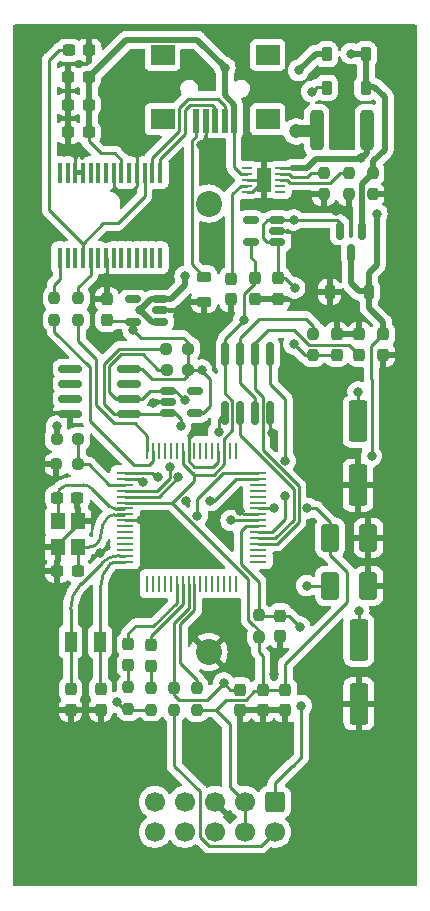
<source format=gtl>
%TF.GenerationSoftware,KiCad,Pcbnew,7.0.1*%
%TF.CreationDate,2023-06-06T18:12:30-03:00*%
%TF.ProjectId,HLI-C_main,484c492d-435f-46d6-9169-6e2e6b696361,rev?*%
%TF.SameCoordinates,Original*%
%TF.FileFunction,Copper,L1,Top*%
%TF.FilePolarity,Positive*%
%FSLAX46Y46*%
G04 Gerber Fmt 4.6, Leading zero omitted, Abs format (unit mm)*
G04 Created by KiCad (PCBNEW 7.0.1) date 2023-06-06 18:12:30*
%MOMM*%
%LPD*%
G01*
G04 APERTURE LIST*
G04 Aperture macros list*
%AMRoundRect*
0 Rectangle with rounded corners*
0 $1 Rounding radius*
0 $2 $3 $4 $5 $6 $7 $8 $9 X,Y pos of 4 corners*
0 Add a 4 corners polygon primitive as box body*
4,1,4,$2,$3,$4,$5,$6,$7,$8,$9,$2,$3,0*
0 Add four circle primitives for the rounded corners*
1,1,$1+$1,$2,$3*
1,1,$1+$1,$4,$5*
1,1,$1+$1,$6,$7*
1,1,$1+$1,$8,$9*
0 Add four rect primitives between the rounded corners*
20,1,$1+$1,$2,$3,$4,$5,0*
20,1,$1+$1,$4,$5,$6,$7,0*
20,1,$1+$1,$6,$7,$8,$9,0*
20,1,$1+$1,$8,$9,$2,$3,0*%
G04 Aperture macros list end*
%TA.AperFunction,SMDPad,CuDef*%
%ADD10RoundRect,0.237500X-0.237500X0.300000X-0.237500X-0.300000X0.237500X-0.300000X0.237500X0.300000X0*%
%TD*%
%TA.AperFunction,SMDPad,CuDef*%
%ADD11RoundRect,0.250001X-0.499999X-0.924999X0.499999X-0.924999X0.499999X0.924999X-0.499999X0.924999X0*%
%TD*%
%TA.AperFunction,SMDPad,CuDef*%
%ADD12RoundRect,0.237500X0.237500X-0.300000X0.237500X0.300000X-0.237500X0.300000X-0.237500X-0.300000X0*%
%TD*%
%TA.AperFunction,SMDPad,CuDef*%
%ADD13RoundRect,0.237500X0.237500X-0.250000X0.237500X0.250000X-0.237500X0.250000X-0.237500X-0.250000X0*%
%TD*%
%TA.AperFunction,SMDPad,CuDef*%
%ADD14R,1.473200X0.279400*%
%TD*%
%TA.AperFunction,SMDPad,CuDef*%
%ADD15R,0.279400X1.473200*%
%TD*%
%TA.AperFunction,SMDPad,CuDef*%
%ADD16RoundRect,0.062500X-0.375000X-0.062500X0.375000X-0.062500X0.375000X0.062500X-0.375000X0.062500X0*%
%TD*%
%TA.AperFunction,SMDPad,CuDef*%
%ADD17R,1.200000X2.000000*%
%TD*%
%TA.AperFunction,SMDPad,CuDef*%
%ADD18RoundRect,0.237500X0.300000X0.237500X-0.300000X0.237500X-0.300000X-0.237500X0.300000X-0.237500X0*%
%TD*%
%TA.AperFunction,SMDPad,CuDef*%
%ADD19RoundRect,0.150000X0.512500X0.150000X-0.512500X0.150000X-0.512500X-0.150000X0.512500X-0.150000X0*%
%TD*%
%TA.AperFunction,SMDPad,CuDef*%
%ADD20RoundRect,0.237500X0.250000X0.237500X-0.250000X0.237500X-0.250000X-0.237500X0.250000X-0.237500X0*%
%TD*%
%TA.AperFunction,SMDPad,CuDef*%
%ADD21R,0.500000X2.000000*%
%TD*%
%TA.AperFunction,SMDPad,CuDef*%
%ADD22R,2.000000X1.700000*%
%TD*%
%TA.AperFunction,SMDPad,CuDef*%
%ADD23RoundRect,0.218750X0.381250X-0.218750X0.381250X0.218750X-0.381250X0.218750X-0.381250X-0.218750X0*%
%TD*%
%TA.AperFunction,SMDPad,CuDef*%
%ADD24RoundRect,0.237500X-0.237500X0.287500X-0.237500X-0.287500X0.237500X-0.287500X0.237500X0.287500X0*%
%TD*%
%TA.AperFunction,SMDPad,CuDef*%
%ADD25R,1.200000X1.400000*%
%TD*%
%TA.AperFunction,SMDPad,CuDef*%
%ADD26RoundRect,0.237500X-0.250000X-0.237500X0.250000X-0.237500X0.250000X0.237500X-0.250000X0.237500X0*%
%TD*%
%TA.AperFunction,SMDPad,CuDef*%
%ADD27RoundRect,0.250000X-0.550000X1.500000X-0.550000X-1.500000X0.550000X-1.500000X0.550000X1.500000X0*%
%TD*%
%TA.AperFunction,SMDPad,CuDef*%
%ADD28RoundRect,0.237500X-0.300000X-0.237500X0.300000X-0.237500X0.300000X0.237500X-0.300000X0.237500X0*%
%TD*%
%TA.AperFunction,SMDPad,CuDef*%
%ADD29RoundRect,0.237500X-0.237500X0.250000X-0.237500X-0.250000X0.237500X-0.250000X0.237500X0.250000X0*%
%TD*%
%TA.AperFunction,SMDPad,CuDef*%
%ADD30RoundRect,0.150000X-0.512500X-0.150000X0.512500X-0.150000X0.512500X0.150000X-0.512500X0.150000X0*%
%TD*%
%TA.AperFunction,SMDPad,CuDef*%
%ADD31RoundRect,0.225000X-0.225000X-0.375000X0.225000X-0.375000X0.225000X0.375000X-0.225000X0.375000X0*%
%TD*%
%TA.AperFunction,SMDPad,CuDef*%
%ADD32RoundRect,0.225000X0.225000X0.375000X-0.225000X0.375000X-0.225000X-0.375000X0.225000X-0.375000X0*%
%TD*%
%TA.AperFunction,ComponentPad*%
%ADD33RoundRect,0.250000X-0.600000X0.600000X-0.600000X-0.600000X0.600000X-0.600000X0.600000X0.600000X0*%
%TD*%
%TA.AperFunction,ComponentPad*%
%ADD34C,1.700000*%
%TD*%
%TA.AperFunction,SMDPad,CuDef*%
%ADD35RoundRect,0.150000X0.150000X-0.825000X0.150000X0.825000X-0.150000X0.825000X-0.150000X-0.825000X0*%
%TD*%
%TA.AperFunction,ComponentPad*%
%ADD36C,2.205000*%
%TD*%
%TA.AperFunction,SMDPad,CuDef*%
%ADD37R,0.450000X1.750000*%
%TD*%
%TA.AperFunction,SMDPad,CuDef*%
%ADD38RoundRect,0.150000X-0.825000X-0.150000X0.825000X-0.150000X0.825000X0.150000X-0.825000X0.150000X0*%
%TD*%
%TA.AperFunction,SMDPad,CuDef*%
%ADD39RoundRect,0.250000X-0.312500X-1.450000X0.312500X-1.450000X0.312500X1.450000X-0.312500X1.450000X0*%
%TD*%
%TA.AperFunction,SMDPad,CuDef*%
%ADD40R,1.000000X1.800000*%
%TD*%
%TA.AperFunction,SMDPad,CuDef*%
%ADD41RoundRect,0.150000X-0.150000X0.587500X-0.150000X-0.587500X0.150000X-0.587500X0.150000X0.587500X0*%
%TD*%
%TA.AperFunction,ViaPad*%
%ADD42C,0.800000*%
%TD*%
%TA.AperFunction,ViaPad*%
%ADD43C,1.200000*%
%TD*%
%TA.AperFunction,Conductor*%
%ADD44C,0.250000*%
%TD*%
%TA.AperFunction,Conductor*%
%ADD45C,0.500000*%
%TD*%
%TA.AperFunction,Conductor*%
%ADD46C,1.000000*%
%TD*%
G04 APERTURE END LIST*
D10*
%TO.P,C11,1*%
%TO.N,+3.3VP*%
X196150000Y-38287500D03*
%TO.P,C11,2*%
%TO.N,0*%
X196150000Y-40012500D03*
%TD*%
D11*
%TO.P,C15,1*%
%TO.N,+3.3VP*%
X202489400Y-60248800D03*
%TO.P,C15,2*%
%TO.N,0*%
X205739400Y-60248800D03*
%TD*%
D12*
%TO.P,C12,1*%
%TO.N,+3.3VP*%
X203040000Y-44762500D03*
%TO.P,C12,2*%
%TO.N,0*%
X203040000Y-43037500D03*
%TD*%
D10*
%TO.P,C8,1*%
%TO.N,VBAT*%
X206990000Y-43017500D03*
%TO.P,C8,2*%
%TO.N,0*%
X206990000Y-44742500D03*
%TD*%
D13*
%TO.P,R11,1*%
%TO.N,+2V5*%
X189280800Y-74823200D03*
%TO.P,R11,2*%
%TO.N,Net-(U1-VDDCORE)*%
X189280800Y-72998200D03*
%TD*%
D14*
%TO.P,U1,1,RG15*%
%TO.N,unconnected-(U1-RG15-Pad1)*%
X196367400Y-62271600D03*
%TO.P,U1,2,RC1*%
%TO.N,unconnected-(U1-RC1-Pad2)*%
X196367400Y-61771601D03*
%TO.P,U1,3,RC2*%
%TO.N,unconnected-(U1-RC2-Pad3)*%
X196367400Y-61271600D03*
%TO.P,U1,4,SCK2/RG6*%
%TO.N,Net-(U1-SCK2{slash}RG6)*%
X196367400Y-60771601D03*
%TO.P,U1,5,SDI2/RG7*%
%TO.N,Net-(U1-SDI2{slash}RG7)*%
X196367400Y-60271599D03*
%TO.P,U1,6,SDO2/RG8*%
%TO.N,Net-(U1-SDO2{slash}RG8)*%
X196367400Y-59771600D03*
%TO.P,U1,7,\u002AMCLR*%
%TO.N,RESET*%
X196367400Y-59271601D03*
%TO.P,U1,8,\u002ASS2/RG9*%
%TO.N,Net-(U1-\u002ASS2{slash}RG9)*%
X196367400Y-58771600D03*
%TO.P,U1,9,VSS*%
%TO.N,0*%
X196367400Y-58271600D03*
%TO.P,U1,10,VDD*%
%TO.N,+3.3VP*%
X196367400Y-57771599D03*
%TO.P,U1,11,RB5*%
%TO.N,unconnected-(U1-RB5-Pad11)*%
X196367400Y-57271600D03*
%TO.P,U1,12,RB4*%
%TO.N,unconnected-(U1-RB4-Pad12)*%
X196367400Y-56771601D03*
%TO.P,U1,13,RB3*%
%TO.N,unconnected-(U1-RB3-Pad13)*%
X196367400Y-56271599D03*
%TO.P,U1,14,RB2*%
%TO.N,unconnected-(U1-RB2-Pad14)*%
X196367400Y-55771600D03*
%TO.P,U1,15,RB1*%
%TO.N,PGEC2*%
X196367400Y-55271599D03*
%TO.P,U1,16,RB0*%
%TO.N,PGED2*%
X196367400Y-54771600D03*
D15*
%TO.P,U1,17,RB6*%
%TO.N,unconnected-(U1-RB6-Pad17)*%
X194504000Y-52908200D03*
%TO.P,U1,18,RB7*%
%TO.N,unconnected-(U1-RB7-Pad18)*%
X194004001Y-52908200D03*
%TO.P,U1,19,AVDD*%
%TO.N,+3.3VP*%
X193504000Y-52908200D03*
%TO.P,U1,20,AVSS*%
%TO.N,0*%
X193004001Y-52908200D03*
%TO.P,U1,21,RB8*%
%TO.N,unconnected-(U1-RB8-Pad21)*%
X192503999Y-52908200D03*
%TO.P,U1,22,RB9*%
%TO.N,unconnected-(U1-RB9-Pad22)*%
X192004000Y-52908200D03*
%TO.P,U1,23,RB10*%
%TO.N,unconnected-(U1-RB10-Pad23)*%
X191504001Y-52908200D03*
%TO.P,U1,24,RB11*%
%TO.N,unconnected-(U1-RB11-Pad24)*%
X191004000Y-52908200D03*
%TO.P,U1,25,VSS*%
%TO.N,0*%
X190504000Y-52908200D03*
%TO.P,U1,26,VDD*%
%TO.N,+3.3VP*%
X190003999Y-52908200D03*
%TO.P,U1,27,RB12*%
%TO.N,unconnected-(U1-RB12-Pad27)*%
X189504000Y-52908200D03*
%TO.P,U1,28,RB13*%
%TO.N,unconnected-(U1-RB13-Pad28)*%
X189004001Y-52908200D03*
%TO.P,U1,29,RB14*%
%TO.N,unconnected-(U1-RB14-Pad29)*%
X188503999Y-52908200D03*
%TO.P,U1,30,RB15*%
%TO.N,unconnected-(U1-RB15-Pad30)*%
X188004000Y-52908200D03*
%TO.P,U1,31,U2RX/RF4*%
%TO.N,TXA*%
X187503999Y-52908200D03*
%TO.P,U1,32,U2TX/RF5*%
%TO.N,RXA*%
X187004000Y-52908200D03*
D14*
%TO.P,U1,33,U1TX/RF3*%
%TO.N,RXB*%
X185140600Y-54771600D03*
%TO.P,U1,34,U1RX/RF2*%
%TO.N,TXB*%
X185140600Y-55271599D03*
%TO.P,U1,35,RF6*%
%TO.N,PIN-PWRMODE*%
X185140600Y-55771600D03*
%TO.P,U1,36,SDA1/RG3*%
%TO.N,PIN-SDA*%
X185140600Y-56271599D03*
%TO.P,U1,37,SCL1/RG2*%
%TO.N,PIN-SCL*%
X185140600Y-56771601D03*
%TO.P,U1,38,VDD*%
%TO.N,+3.3VP*%
X185140600Y-57271600D03*
%TO.P,U1,39,OSC1/CLKIN*%
%TO.N,Net-(U1-OSC1{slash}CLKIN)*%
X185140600Y-57771599D03*
%TO.P,U1,40,OSC2/CLKO*%
%TO.N,Net-(U1-OSC2{slash}CLKO)*%
X185140600Y-58271600D03*
%TO.P,U1,41,VSS*%
%TO.N,0*%
X185140600Y-58771600D03*
%TO.P,U1,42,RD8*%
%TO.N,unconnected-(U1-RD8-Pad42)*%
X185140600Y-59271601D03*
%TO.P,U1,43,RD9*%
%TO.N,unconnected-(U1-RD9-Pad43)*%
X185140600Y-59771600D03*
%TO.P,U1,44,RD10*%
%TO.N,unconnected-(U1-RD10-Pad44)*%
X185140600Y-60271599D03*
%TO.P,U1,45,RD11*%
%TO.N,unconnected-(U1-RD11-Pad45)*%
X185140600Y-60771601D03*
%TO.P,U1,46,RD0*%
%TO.N,unconnected-(U1-RD0-Pad46)*%
X185140600Y-61271600D03*
%TO.P,U1,47,RC13*%
%TO.N,Net-(U1-RC13)*%
X185140600Y-61771601D03*
%TO.P,U1,48,RC14*%
%TO.N,Net-(U1-RC14)*%
X185140600Y-62271600D03*
D15*
%TO.P,U1,49,RD1*%
%TO.N,unconnected-(U1-RD1-Pad49)*%
X187004000Y-64135000D03*
%TO.P,U1,50,RD2*%
%TO.N,unconnected-(U1-RD2-Pad50)*%
X187503999Y-64135000D03*
%TO.P,U1,51,RD3*%
%TO.N,unconnected-(U1-RD3-Pad51)*%
X188004000Y-64135000D03*
%TO.P,U1,52,RD4*%
%TO.N,unconnected-(U1-RD4-Pad52)*%
X188503999Y-64135000D03*
%TO.P,U1,53,RD5*%
%TO.N,unconnected-(U1-RD5-Pad53)*%
X189004001Y-64135000D03*
%TO.P,U1,54,RD6*%
%TO.N,LED2*%
X189504000Y-64135000D03*
%TO.P,U1,55,RD7*%
%TO.N,LED3*%
X190003999Y-64135000D03*
%TO.P,U1,56,VDDCORE*%
%TO.N,Net-(U1-VDDCORE)*%
X190504000Y-64135000D03*
%TO.P,U1,57,VDD*%
%TO.N,Net-(R10-Pad2)*%
X191004000Y-64135000D03*
%TO.P,U1,58,RF0*%
%TO.N,unconnected-(U1-RF0-Pad58)*%
X191504001Y-64135000D03*
%TO.P,U1,59,RF1*%
%TO.N,unconnected-(U1-RF1-Pad59)*%
X192004000Y-64135000D03*
%TO.P,U1,60,RG1*%
%TO.N,unconnected-(U1-RG1-Pad60)*%
X192503999Y-64135000D03*
%TO.P,U1,61,RG0*%
%TO.N,unconnected-(U1-RG0-Pad61)*%
X193004001Y-64135000D03*
%TO.P,U1,62,RG14*%
%TO.N,unconnected-(U1-RG14-Pad62)*%
X193504000Y-64135000D03*
%TO.P,U1,63,RG12*%
%TO.N,unconnected-(U1-RG12-Pad63)*%
X194004001Y-64135000D03*
%TO.P,U1,64,RG13*%
%TO.N,unconnected-(U1-RG13-Pad64)*%
X194504000Y-64135000D03*
%TD*%
D16*
%TO.P,U6,1,CHG_IN*%
%TO.N,unconnected-(U6-CHG_IN-Pad1)*%
X195412500Y-28950000D03*
%TO.P,U6,2,USBPWR*%
%TO.N,+5V*%
X195412500Y-29450000D03*
%TO.P,U6,3,GND*%
%TO.N,0*%
X195412500Y-29950000D03*
%TO.P,U6,4,USB_SEL*%
%TO.N,Net-(U6-USB_SEL)*%
X195412500Y-30450000D03*
%TO.P,U6,5,EN_B*%
%TO.N,0*%
X195412500Y-30950000D03*
%TO.P,U6,6,STAT2*%
%TO.N,unconnected-(U6-STAT2-Pad6)*%
X198287500Y-30950000D03*
%TO.P,U6,7,STAT1*%
%TO.N,unconnected-(U6-STAT1-Pad7)*%
X198287500Y-30450000D03*
%TO.P,U6,8,ISET*%
%TO.N,Net-(U6-ISET)*%
X198287500Y-29950000D03*
%TO.P,U6,9,TS*%
%TO.N,Net-(U6-TS)*%
X198287500Y-29450000D03*
%TO.P,U6,10,BATT*%
%TO.N,VBAT*%
X198287500Y-28950000D03*
D17*
%TO.P,U6,11,DAP*%
%TO.N,0*%
X196850000Y-29950000D03*
%TD*%
D18*
%TO.P,C1,1*%
%TO.N,+5V*%
X182055000Y-25920000D03*
%TO.P,C1,2*%
%TO.N,0*%
X180330000Y-25920000D03*
%TD*%
D19*
%TO.P,U7,5,OUT*%
%TO.N,+3.3VP*%
X195752500Y-35250000D03*
%TO.P,U7,4,NC*%
%TO.N,unconnected-(U7-NC-Pad4)*%
X195752500Y-33350000D03*
%TO.P,U7,3,EN*%
%TO.N,Net-(D2-K)*%
X198027500Y-33350000D03*
%TO.P,U7,2,GND*%
%TO.N,0*%
X198027500Y-34300000D03*
%TO.P,U7,1,IN*%
%TO.N,Net-(D2-K)*%
X198027500Y-35250000D03*
%TD*%
D20*
%TO.P,R12,1*%
%TO.N,PIN-PWRMODE*%
X181149000Y-51890000D03*
%TO.P,R12,2*%
%TO.N,+5VD*%
X179324000Y-51890000D03*
%TD*%
D13*
%TO.P,R15,1*%
%TO.N,+3V3*%
X187330800Y-74797800D03*
%TO.P,R15,2*%
%TO.N,Net-(LED2-A)*%
X187330800Y-72972800D03*
%TD*%
%TO.P,R4,1*%
%TO.N,0*%
X204050000Y-31175000D03*
%TO.P,R4,2*%
%TO.N,Net-(U6-ISET)*%
X204050000Y-29350000D03*
%TD*%
D20*
%TO.P,R6,1*%
%TO.N,+3V3*%
X190462500Y-46020000D03*
%TO.P,R6,2*%
%TO.N,PIN-SCL*%
X188637500Y-46020000D03*
%TD*%
D21*
%TO.P,CON1,1,VBUS*%
%TO.N,+5V*%
X194350000Y-24925000D03*
%TO.P,CON1,2,D-*%
%TO.N,Net-(CON1-D-)*%
X193550000Y-24925000D03*
%TO.P,CON1,3,D+*%
%TO.N,Net-(CON1-D+)*%
X192750000Y-24925000D03*
%TO.P,CON1,4,GND*%
%TO.N,0*%
X191950000Y-24925000D03*
%TO.P,CON1,5,Shield*%
%TO.N,Net-(CON1-Shield)*%
X191150000Y-24925000D03*
D22*
%TO.P,CON1,6*%
%TO.N,N/C*%
X197200000Y-24825000D03*
X197200000Y-19375000D03*
X188300000Y-24825000D03*
X188300000Y-19375000D03*
%TD*%
D23*
%TO.P,L1,1,1*%
%TO.N,0*%
X191800000Y-40262500D03*
%TO.P,L1,2,2*%
%TO.N,Net-(CON1-Shield)*%
X191800000Y-38137500D03*
%TD*%
D24*
%TO.P,LED2,1,K*%
%TO.N,LED3*%
X187330800Y-69335700D03*
%TO.P,LED2,2,A*%
%TO.N,Net-(LED2-A)*%
X187330800Y-71085700D03*
%TD*%
D13*
%TO.P,R9,1*%
%TO.N,+3.3VP*%
X196450000Y-68625000D03*
%TO.P,R9,2*%
%TO.N,RESET*%
X196450000Y-66800000D03*
%TD*%
D12*
%TO.P,C6,1*%
%TO.N,+3V3*%
X183594000Y-41798000D03*
%TO.P,C6,2*%
%TO.N,0*%
X183594000Y-40073000D03*
%TD*%
D25*
%TO.P,Y2,1,1*%
%TO.N,Net-(U1-OSC1{slash}CLKIN)*%
X179418400Y-58865200D03*
%TO.P,Y2,2,2*%
%TO.N,0*%
X179418400Y-61065200D03*
%TO.P,Y2,3,3*%
%TO.N,Net-(U1-OSC2{slash}CLKO)*%
X181118400Y-61065200D03*
%TO.P,Y2,4,4*%
%TO.N,0*%
X181118400Y-58865200D03*
%TD*%
D26*
%TO.P,R13,1*%
%TO.N,0*%
X179304000Y-54027200D03*
%TO.P,R13,2*%
%TO.N,PIN-PWRMODE*%
X181129000Y-54027200D03*
%TD*%
D10*
%TO.P,C18,1*%
%TO.N,Net-(U1-VDDCORE)*%
X194880800Y-73110700D03*
%TO.P,C18,2*%
%TO.N,0*%
X194880800Y-74835700D03*
%TD*%
D27*
%TO.P,C9,1*%
%TO.N,Net-(D2-K)*%
X204851000Y-50403800D03*
%TO.P,C9,2*%
%TO.N,0*%
X204851000Y-55803800D03*
%TD*%
D28*
%TO.P,C4,1*%
%TO.N,Net-(U3-3V3OUT)*%
X180367500Y-18970000D03*
%TO.P,C4,2*%
%TO.N,0*%
X182092500Y-18970000D03*
%TD*%
D12*
%TO.P,C13,1*%
%TO.N,Net-(U1-SCK2{slash}RG6)*%
X204960000Y-44742500D03*
%TO.P,C13,2*%
%TO.N,0*%
X204960000Y-43017500D03*
%TD*%
D29*
%TO.P,R3,1*%
%TO.N,Net-(U6-TS)*%
X201950000Y-29350000D03*
%TO.P,R3,2*%
%TO.N,0*%
X201950000Y-31175000D03*
%TD*%
%TO.P,R5,1*%
%TO.N,+5V*%
X206100000Y-29350000D03*
%TO.P,R5,2*%
%TO.N,0*%
X206100000Y-31175000D03*
%TD*%
D10*
%TO.P,C22,1*%
%TO.N,Net-(U1-RC14)*%
X183062400Y-73074700D03*
%TO.P,C22,2*%
%TO.N,0*%
X183062400Y-74799700D03*
%TD*%
D30*
%TO.P,U9,1,SCL*%
%TO.N,PIN-SCL*%
X188792500Y-47800000D03*
%TO.P,U9,2,GND*%
%TO.N,0*%
X188792500Y-48750000D03*
%TO.P,U9,3,SDA*%
%TO.N,PIN-SDA*%
X188792500Y-49700000D03*
%TO.P,U9,4,VCC*%
%TO.N,+3V3*%
X191067500Y-49700000D03*
%TO.P,U9,5,NC*%
%TO.N,unconnected-(U9-NC-Pad5)*%
X191067500Y-47800000D03*
%TD*%
D13*
%TO.P,R14,1*%
%TO.N,+3V3*%
X185405400Y-74748200D03*
%TO.P,R14,2*%
%TO.N,Net-(LED1-A)*%
X185405400Y-72923200D03*
%TD*%
D29*
%TO.P,R1,1*%
%TO.N,Net-(U3-TXD)*%
X179150000Y-39981500D03*
%TO.P,R1,2*%
%TO.N,TXA*%
X179150000Y-41806500D03*
%TD*%
D18*
%TO.P,C3,1*%
%TO.N,+5V*%
X182055000Y-21270000D03*
%TO.P,C3,2*%
%TO.N,0*%
X180330000Y-21270000D03*
%TD*%
D28*
%TO.P,C21,1*%
%TO.N,Net-(U1-OSC1{slash}CLKIN)*%
X179375900Y-56845200D03*
%TO.P,C21,2*%
%TO.N,0*%
X181100900Y-56845200D03*
%TD*%
D31*
%TO.P,D2,1,K*%
%TO.N,Net-(D2-K)*%
X202200000Y-22150000D03*
%TO.P,D2,2,A*%
%TO.N,+5V*%
X205500000Y-22150000D03*
%TD*%
D32*
%TO.P,D3,1,K*%
%TO.N,VBAT*%
X205750000Y-39425000D03*
%TO.P,D3,2,A*%
%TO.N,0*%
X202450000Y-39425000D03*
%TD*%
D33*
%TO.P,CON4,1,Pin_1*%
%TO.N,RESET*%
X197815200Y-82610300D03*
D34*
%TO.P,CON4,2,Pin_2*%
%TO.N,+2V5*%
X197815200Y-85150300D03*
%TO.P,CON4,3,Pin_3*%
%TO.N,+3.3VP*%
X195275200Y-82610300D03*
%TO.P,CON4,4,Pin_4*%
X195275200Y-85150300D03*
%TO.P,CON4,5,Pin_5*%
%TO.N,0*%
X192735200Y-82610300D03*
%TO.P,CON4,6,Pin_6*%
%TO.N,VBAT*%
X192735200Y-85150300D03*
%TO.P,CON4,7,Pin_7*%
%TO.N,PGED2*%
X190195200Y-82610300D03*
%TO.P,CON4,8,Pin_8*%
%TO.N,RXB*%
X190195200Y-85150300D03*
%TO.P,CON4,9,Pin_9*%
%TO.N,PGEC2*%
X187655200Y-82610300D03*
%TO.P,CON4,10,Pin_10*%
%TO.N,TXB*%
X187655200Y-85150300D03*
%TD*%
D29*
%TO.P,R2,1*%
%TO.N,Net-(U3-RXD)*%
X181182000Y-39981500D03*
%TO.P,R2,2*%
%TO.N,RXA*%
X181182000Y-41806500D03*
%TD*%
D35*
%TO.P,U2,1,\u002AS*%
%TO.N,Net-(U1-\u002ASS2{slash}RG9)*%
X193595000Y-49675000D03*
%TO.P,U2,2,Q*%
%TO.N,Net-(U1-SDI2{slash}RG7)*%
X194865000Y-49675000D03*
%TO.P,U2,3,\u002AW*%
%TO.N,Net-(U2-\u002AHOLD)*%
X196135000Y-49675000D03*
%TO.P,U2,4,VSS*%
%TO.N,0*%
X197405000Y-49675000D03*
%TO.P,U2,5,D*%
%TO.N,Net-(U1-SDO2{slash}RG8)*%
X197405000Y-44725000D03*
%TO.P,U2,6,C*%
%TO.N,Net-(U1-SCK2{slash}RG6)*%
X196135000Y-44725000D03*
%TO.P,U2,7,\u002AHOLD*%
%TO.N,Net-(U2-\u002AHOLD)*%
X194865000Y-44725000D03*
%TO.P,U2,8,VDD*%
%TO.N,+3.3VP*%
X193595000Y-44725000D03*
%TD*%
D10*
%TO.P,C10,1*%
%TO.N,Net-(D2-K)*%
X198100000Y-38287500D03*
%TO.P,C10,2*%
%TO.N,0*%
X198100000Y-40012500D03*
%TD*%
D18*
%TO.P,C2,1*%
%TO.N,+5V*%
X182055000Y-23570000D03*
%TO.P,C2,2*%
%TO.N,0*%
X180330000Y-23570000D03*
%TD*%
D10*
%TO.P,C16,1*%
%TO.N,+3.3VP*%
X198680800Y-73110700D03*
%TO.P,C16,2*%
%TO.N,0*%
X198680800Y-74835700D03*
%TD*%
D24*
%TO.P,LED1,1,K*%
%TO.N,LED2*%
X185405400Y-69260700D03*
%TO.P,LED1,2,A*%
%TO.N,Net-(LED1-A)*%
X185405400Y-71010700D03*
%TD*%
D18*
%TO.P,C20,1*%
%TO.N,Net-(U1-OSC2{slash}CLKO)*%
X181130900Y-63065200D03*
%TO.P,C20,2*%
%TO.N,0*%
X179405900Y-63065200D03*
%TD*%
D10*
%TO.P,C7,1*%
%TO.N,Net-(U6-USB_SEL)*%
X194100000Y-38337500D03*
%TO.P,C7,2*%
%TO.N,0*%
X194100000Y-40062500D03*
%TD*%
D13*
%TO.P,R8,1*%
%TO.N,+3.3VP*%
X201040000Y-44812500D03*
%TO.P,R8,2*%
%TO.N,Net-(U2-\u002AHOLD)*%
X201040000Y-42987500D03*
%TD*%
D19*
%TO.P,U5,1,IN*%
%TO.N,+5VD*%
X188087500Y-41950000D03*
%TO.P,U5,2,GND*%
%TO.N,0*%
X188087500Y-41000000D03*
%TO.P,U5,3,EN*%
%TO.N,+5VD*%
X188087500Y-40050000D03*
%TO.P,U5,4,NC*%
%TO.N,unconnected-(U5-NC-Pad4)*%
X185812500Y-40050000D03*
%TO.P,U5,5,OUT*%
%TO.N,+3V3*%
X185812500Y-41950000D03*
%TD*%
D31*
%TO.P,D1,1,K*%
%TO.N,+5VD*%
X202200000Y-19325000D03*
%TO.P,D1,2,A*%
%TO.N,+5V*%
X205500000Y-19325000D03*
%TD*%
D36*
%TO.P,CON3,N*%
%TO.N,0*%
X192200000Y-69920000D03*
%TO.P,CON3,P*%
%TO.N,N/C*%
X192200000Y-31950000D03*
%TD*%
D37*
%TO.P,U3,1,TXD*%
%TO.N,Net-(U3-TXD)*%
X179625000Y-36550000D03*
%TO.P,U3,2,DTR*%
%TO.N,unconnected-(U3-DTR-Pad2)*%
X180275000Y-36550000D03*
%TO.P,U3,3,RTS*%
%TO.N,unconnected-(U3-RTS-Pad3)*%
X180925000Y-36550000D03*
%TO.P,U3,4,VCCIO*%
%TO.N,Net-(U3-3V3OUT)*%
X181575000Y-36550000D03*
%TO.P,U3,5,RXD*%
%TO.N,Net-(U3-RXD)*%
X182225000Y-36550000D03*
%TO.P,U3,6,RI*%
%TO.N,unconnected-(U3-RI-Pad6)*%
X182875000Y-36550000D03*
%TO.P,U3,7,GND*%
%TO.N,0*%
X183525000Y-36550000D03*
%TO.P,U3,8*%
%TO.N,N/C*%
X184175000Y-36550000D03*
%TO.P,U3,9,DCR*%
%TO.N,unconnected-(U3-DCR-Pad9)*%
X184825000Y-36550000D03*
%TO.P,U3,10,DCD*%
%TO.N,unconnected-(U3-DCD-Pad10)*%
X185475000Y-36550000D03*
%TO.P,U3,11,CTS*%
%TO.N,unconnected-(U3-CTS-Pad11)*%
X186125000Y-36550000D03*
%TO.P,U3,12,CBUS4*%
%TO.N,unconnected-(U3-CBUS4-Pad12)*%
X186775000Y-36550000D03*
%TO.P,U3,13,CBUS2*%
%TO.N,unconnected-(U3-CBUS2-Pad13)*%
X187425000Y-36550000D03*
%TO.P,U3,14,CBUS3*%
%TO.N,unconnected-(U3-CBUS3-Pad14)*%
X188075000Y-36550000D03*
%TO.P,U3,15,USBD+*%
%TO.N,Net-(CON1-D+)*%
X188075000Y-29350000D03*
%TO.P,U3,16,USBD-*%
%TO.N,Net-(CON1-D-)*%
X187425000Y-29350000D03*
%TO.P,U3,17,3V3OUT*%
%TO.N,Net-(U3-3V3OUT)*%
X186775000Y-29350000D03*
%TO.P,U3,18,GND*%
%TO.N,0*%
X186125000Y-29350000D03*
%TO.P,U3,19,~{RESET}*%
%TO.N,unconnected-(U3-~{RESET}-Pad19)*%
X185475000Y-29350000D03*
%TO.P,U3,20,VCC*%
%TO.N,+5V*%
X184825000Y-29350000D03*
%TO.P,U3,21,GND*%
%TO.N,0*%
X184175000Y-29350000D03*
%TO.P,U3,22,CBUS1*%
%TO.N,unconnected-(U3-CBUS1-Pad22)*%
X183525000Y-29350000D03*
%TO.P,U3,23,CBUS0*%
%TO.N,unconnected-(U3-CBUS0-Pad23)*%
X182875000Y-29350000D03*
%TO.P,U3,24*%
%TO.N,N/C*%
X182225000Y-29350000D03*
%TO.P,U3,25,AGND*%
%TO.N,0*%
X181575000Y-29350000D03*
%TO.P,U3,26,TEST*%
X180925000Y-29350000D03*
%TO.P,U3,27,OSCI*%
%TO.N,unconnected-(U3-OSCI-Pad27)*%
X180275000Y-29350000D03*
%TO.P,U3,28,OSCO*%
%TO.N,unconnected-(U3-OSCO-Pad28)*%
X179625000Y-29350000D03*
%TD*%
D10*
%TO.P,C23,1*%
%TO.N,Net-(U1-RC13)*%
X180512400Y-73074700D03*
%TO.P,C23,2*%
%TO.N,0*%
X180512400Y-74799700D03*
%TD*%
%TO.P,C17,1*%
%TO.N,+3.3VP*%
X196796800Y-73110700D03*
%TO.P,C17,2*%
%TO.N,0*%
X196796800Y-74835700D03*
%TD*%
D27*
%TO.P,C5,1*%
%TO.N,+3V3*%
X204927200Y-68902600D03*
%TO.P,C5,2*%
%TO.N,0*%
X204927200Y-74302600D03*
%TD*%
D13*
%TO.P,R10,1*%
%TO.N,+3.3VP*%
X191210800Y-74823200D03*
%TO.P,R10,2*%
%TO.N,Net-(R10-Pad2)*%
X191210800Y-72998200D03*
%TD*%
D11*
%TO.P,C19,1*%
%TO.N,Net-(U1-VDDCORE)*%
X202489400Y-64312800D03*
%TO.P,C19,2*%
%TO.N,0*%
X205739400Y-64312800D03*
%TD*%
D38*
%TO.P,U8,1,NC*%
%TO.N,unconnected-(U8-NC-Pad1)*%
X180495000Y-45925000D03*
%TO.P,U8,2,NC*%
%TO.N,unconnected-(U8-NC-Pad2)*%
X180495000Y-47195000D03*
%TO.P,U8,3,NC*%
%TO.N,unconnected-(U8-NC-Pad3)*%
X180495000Y-48465000D03*
%TO.P,U8,4,GND*%
%TO.N,0*%
X180495000Y-49735000D03*
%TO.P,U8,5,SDA*%
%TO.N,PIN-SDA*%
X185445000Y-49735000D03*
%TO.P,U8,6,SCL*%
%TO.N,PIN-SCL*%
X185445000Y-48465000D03*
%TO.P,U8,7,NC*%
%TO.N,unconnected-(U8-NC-Pad7)*%
X185445000Y-47195000D03*
%TO.P,U8,8,VCC*%
%TO.N,+3V3*%
X185445000Y-45925000D03*
%TD*%
D39*
%TO.P,RT1,1*%
%TO.N,Net-(CON3-+)*%
X201362500Y-25750000D03*
%TO.P,RT1,2*%
%TO.N,VBAT*%
X205637500Y-25750000D03*
%TD*%
D40*
%TO.P,Y1,1,1*%
%TO.N,Net-(U1-RC13)*%
X180512400Y-69037200D03*
%TO.P,Y1,2,2*%
%TO.N,Net-(U1-RC14)*%
X183012400Y-69037200D03*
%TD*%
D20*
%TO.P,R7,1*%
%TO.N,+3V3*%
X190452500Y-44250000D03*
%TO.P,R7,2*%
%TO.N,PIN-SDA*%
X188627500Y-44250000D03*
%TD*%
D10*
%TO.P,C14,1*%
%TO.N,RESET*%
X198280000Y-66850000D03*
%TO.P,C14,2*%
%TO.N,0*%
X198280000Y-68575000D03*
%TD*%
D41*
%TO.P,Q1,1,G*%
%TO.N,+5V*%
X205210000Y-34242500D03*
%TO.P,Q1,2,S*%
%TO.N,Net-(D2-K)*%
X203310000Y-34242500D03*
%TO.P,Q1,3,D*%
%TO.N,VBAT*%
X204260000Y-36117500D03*
%TD*%
D42*
%TO.N,0*%
X197535800Y-51409600D03*
%TO.N,+3V3*%
X191617600Y-46050200D03*
%TO.N,+3.3VP*%
X199402700Y-43853100D03*
X195199000Y-41833800D03*
%TO.N,0*%
X190279849Y-57104849D03*
X197713600Y-71755000D03*
X190630000Y-41990000D03*
X186450000Y-58771600D03*
X182981600Y-61518800D03*
X191340000Y-51010000D03*
X194894200Y-57988200D03*
X186131200Y-27127200D03*
X183637701Y-53517800D03*
X191590000Y-27000000D03*
X199821800Y-61468000D03*
X200250000Y-36680000D03*
X192582800Y-35509200D03*
X187980000Y-33650000D03*
X202997630Y-32549509D03*
X195986400Y-78486000D03*
X191668400Y-78486000D03*
X187502800Y-48818800D03*
%TO.N,+3V3*%
X184441450Y-74181350D03*
X204927200Y-66421000D03*
X185812000Y-42671998D03*
%TO.N,RESET*%
X199923400Y-67792600D03*
X200050400Y-74472800D03*
%TO.N,+5VD*%
X179324000Y-50800000D03*
X186403528Y-40970000D03*
X199820000Y-20680000D03*
X190220600Y-38125400D03*
%TO.N,+3.3VP*%
X200571700Y-57750000D03*
X197739000Y-57771599D03*
%TO.N,Net-(U1-VDDCORE)*%
X200507200Y-64312800D03*
X193469500Y-72542400D03*
%TO.N,PGED2*%
X191236350Y-58394850D03*
%TO.N,PGEC2*%
X192340900Y-57104349D03*
%TO.N,PIN-SCL*%
X189620000Y-55140000D03*
X190190000Y-48620000D03*
%TO.N,PIN-SDA*%
X189830000Y-50820000D03*
X188895500Y-54244302D03*
D43*
%TO.N,Net-(CON3-+)*%
X199610000Y-25850000D03*
D42*
%TO.N,Net-(U1-SDO2{slash}RG8)*%
X198672700Y-56737500D03*
X198706148Y-53738352D03*
%TO.N,Net-(U1-\u002ASS2{slash}RG9)*%
X194102800Y-58771600D03*
X193054100Y-51271300D03*
%TO.N,VBAT*%
X206000000Y-53325400D03*
X206450000Y-32825000D03*
X205110000Y-28130000D03*
%TO.N,RXB*%
X187944455Y-55144454D03*
%TO.N,TXB*%
X186650000Y-55525000D03*
%TO.N,+5V*%
X204260000Y-19250000D03*
X193573400Y-20447000D03*
%TO.N,Net-(D2-K)*%
X199491600Y-39090600D03*
X200914000Y-22479000D03*
X204851000Y-47904400D03*
X199390000Y-33350200D03*
%TD*%
D44*
%TO.N,TXA*%
X182170000Y-45822800D02*
X179150000Y-42802800D01*
X182170000Y-50369400D02*
X182170000Y-45822800D01*
X185902600Y-54102000D02*
X182170000Y-50369400D01*
X187503999Y-53745201D02*
X187147200Y-54102000D01*
X187147200Y-54102000D02*
X185902600Y-54102000D01*
X187503999Y-52908200D02*
X187503999Y-53745201D01*
X179150000Y-42802800D02*
X179150000Y-41806500D01*
%TO.N,Net-(U1-SDO2{slash}RG8)*%
X198672700Y-53704904D02*
X198672700Y-48482500D01*
X198672700Y-48482500D02*
X197405000Y-47214800D01*
X197405000Y-47214800D02*
X197405000Y-44725000D01*
X198706148Y-53738352D02*
X198672700Y-53704904D01*
%TO.N,Net-(U1-SCK2{slash}RG6)*%
X196770000Y-48320000D02*
X196135000Y-47685000D01*
X199847200Y-55904004D02*
X196770000Y-52826804D01*
X197979595Y-60771601D02*
X199847200Y-58903996D01*
X199847200Y-58903996D02*
X199847200Y-55904004D01*
X196367400Y-60771601D02*
X197979595Y-60771601D01*
X196770000Y-52826804D02*
X196770000Y-48320000D01*
X196135000Y-47685000D02*
X196135000Y-44725000D01*
%TO.N,Net-(U1-SDI2{slash}RG7)*%
X194865000Y-51558200D02*
X194865000Y-49675000D01*
X199397200Y-56090400D02*
X194865000Y-51558200D01*
X197843201Y-60271599D02*
X199397200Y-58717600D01*
X199397200Y-58717600D02*
X199397200Y-56090400D01*
X196367400Y-60271599D02*
X197843201Y-60271599D01*
D45*
%TO.N,+5VD*%
X189000000Y-40050000D02*
X188087500Y-40050000D01*
X190220600Y-38829400D02*
X189000000Y-40050000D01*
X190220600Y-38125400D02*
X190220600Y-38829400D01*
D44*
%TO.N,Net-(D2-K)*%
X198688500Y-38287500D02*
X198100000Y-38287500D01*
X199491600Y-39090600D02*
X198688500Y-38287500D01*
%TO.N,0*%
X197535800Y-51409600D02*
X197561200Y-51282600D01*
X197405000Y-51126400D02*
X197535800Y-51409600D01*
X197405000Y-49675000D02*
X197405000Y-51126400D01*
%TO.N,+3.3VP*%
X193636000Y-73973200D02*
X192786000Y-74823200D01*
X196074495Y-73250000D02*
X195351295Y-73973200D01*
X195351295Y-73973200D02*
X193636000Y-73973200D01*
X196657500Y-73250000D02*
X196074495Y-73250000D01*
X196796800Y-73110700D02*
X196657500Y-73250000D01*
X195554600Y-63737700D02*
X189088500Y-57271600D01*
X195979505Y-67612500D02*
X195554600Y-67187595D01*
X195984100Y-67612500D02*
X195979505Y-67612500D01*
X196450000Y-68078400D02*
X195984100Y-67612500D01*
X196450000Y-68625000D02*
X196450000Y-68078400D01*
X195554600Y-67187595D02*
X195554600Y-63737700D01*
D45*
%TO.N,+5V*%
X185250000Y-18075000D02*
X182055000Y-21270000D01*
X191226800Y-18075000D02*
X185250000Y-18075000D01*
X193573400Y-20421600D02*
X191226800Y-18075000D01*
X193573400Y-20447000D02*
X193573400Y-20421600D01*
D44*
%TO.N,Net-(U3-3V3OUT)*%
X178710000Y-32484700D02*
X181575000Y-35349700D01*
X179556400Y-18970000D02*
X178710000Y-19816400D01*
X180367500Y-18970000D02*
X179556400Y-18970000D01*
X178710000Y-19816400D02*
X178710000Y-32484700D01*
%TO.N,+3V3*%
X190452500Y-43716700D02*
X190452500Y-44250000D01*
X190042800Y-43307000D02*
X190452500Y-43716700D01*
X186447002Y-43307000D02*
X190042800Y-43307000D01*
X185812000Y-42671998D02*
X186447002Y-43307000D01*
X191536600Y-46020000D02*
X190462500Y-46020000D01*
X192303400Y-49123600D02*
X192303400Y-46786800D01*
X191727000Y-49700000D02*
X192303400Y-49123600D01*
X192303400Y-46786800D02*
X191536600Y-46020000D01*
X191067500Y-49700000D02*
X191727000Y-49700000D01*
%TO.N,LED2*%
X189504000Y-65739204D02*
X189504000Y-64135000D01*
X186029600Y-67716400D02*
X187526804Y-67716400D01*
X185405400Y-68340600D02*
X186029600Y-67716400D01*
X187526804Y-67716400D02*
X189504000Y-65739204D01*
X185405400Y-69260700D02*
X185405400Y-68340600D01*
%TO.N,RESET*%
X196450000Y-63963600D02*
X196450000Y-66800000D01*
X194945000Y-62458600D02*
X196450000Y-63963600D01*
X194945000Y-59667700D02*
X194945000Y-62458600D01*
X195341099Y-59271601D02*
X194945000Y-59667700D01*
X196367400Y-59271601D02*
X195341099Y-59271601D01*
%TO.N,+3.3VP*%
X197739000Y-57771599D02*
X196367400Y-57771599D01*
D45*
%TO.N,VBAT*%
X204927200Y-39370000D02*
X205770000Y-39370000D01*
X204260000Y-38702800D02*
X204927200Y-39370000D01*
X204260000Y-36117500D02*
X204260000Y-38702800D01*
D44*
%TO.N,Net-(D2-K)*%
X203070200Y-33350200D02*
X198179700Y-33350200D01*
X203310000Y-34242500D02*
X203310000Y-33590000D01*
X203310000Y-33590000D02*
X203070200Y-33350200D01*
X198179700Y-33350200D02*
X198103500Y-33274000D01*
X198103500Y-33274000D02*
X198027500Y-33350000D01*
X197155000Y-33350000D02*
X198027500Y-33350000D01*
X196773800Y-33731200D02*
X197155000Y-33350000D01*
X197175000Y-35250000D02*
X196773800Y-34848800D01*
X196773800Y-34848800D02*
X196773800Y-33731200D01*
X198027500Y-35250000D02*
X197175000Y-35250000D01*
%TO.N,+3.3VP*%
X196150000Y-38647600D02*
X196150000Y-38287500D01*
X195199000Y-41833800D02*
X195199000Y-39598600D01*
X195199000Y-39598600D02*
X196150000Y-38647600D01*
X196170000Y-38267500D02*
X196150000Y-38287500D01*
X196170000Y-36937400D02*
X196170000Y-38267500D01*
X195752500Y-36519900D02*
X196170000Y-36937400D01*
X195752500Y-35250000D02*
X195752500Y-36519900D01*
%TO.N,Net-(D2-K)*%
X198103500Y-33274000D02*
X198037500Y-33340000D01*
D45*
%TO.N,+5V*%
X194350000Y-23575000D02*
X194350000Y-24925000D01*
X193573400Y-22798400D02*
X194350000Y-23575000D01*
X193573400Y-20447000D02*
X193573400Y-22798400D01*
D44*
%TO.N,Net-(D2-K)*%
X200914000Y-22479000D02*
X201343000Y-22050000D01*
X201343000Y-22050000D02*
X202250000Y-22050000D01*
D45*
%TO.N,+5VD*%
X187323528Y-40050000D02*
X186403528Y-40970000D01*
X188087500Y-40050000D02*
X187323528Y-40050000D01*
X186403528Y-40970000D02*
X187383528Y-41950000D01*
X187383528Y-41950000D02*
X188087500Y-41950000D01*
D44*
%TO.N,+3V3*%
X185484400Y-41935400D02*
X183731400Y-41935400D01*
X183731400Y-41935400D02*
X183594000Y-41798000D01*
X185812000Y-42263000D02*
X185484400Y-41935400D01*
X204927200Y-68902600D02*
X204927200Y-66421000D01*
%TO.N,+3.3VP*%
X192786000Y-74823200D02*
X191210800Y-74823200D01*
X194010000Y-81345100D02*
X195275200Y-82610300D01*
X194010000Y-76047200D02*
X194010000Y-81345100D01*
X192786000Y-74823200D02*
X194010000Y-76047200D01*
X195275200Y-82610300D02*
X195275200Y-85150300D01*
%TO.N,Net-(U1-VDDCORE)*%
X189675000Y-73950000D02*
X189280800Y-73555800D01*
X193469500Y-72542400D02*
X192061900Y-73950000D01*
X194037800Y-73110700D02*
X194880800Y-73110700D01*
X189280800Y-73555800D02*
X189280800Y-72998200D01*
X193469500Y-72542400D02*
X194037800Y-73110700D01*
X192061900Y-73950000D02*
X189675000Y-73950000D01*
D45*
%TO.N,+5V*%
X206100000Y-28390000D02*
X206100000Y-29350000D01*
X207111600Y-27378400D02*
X206100000Y-28390000D01*
X206240000Y-22050000D02*
X207111600Y-22921600D01*
X205550000Y-22050000D02*
X206240000Y-22050000D01*
X205550000Y-19250000D02*
X205550000Y-22050000D01*
X204260000Y-19250000D02*
X205550000Y-19250000D01*
X207111600Y-22921600D02*
X207111600Y-27378400D01*
D44*
%TO.N,+3.3VP*%
X193595000Y-43437800D02*
X195199000Y-41833800D01*
X194220000Y-48653249D02*
X193595000Y-48028249D01*
X194220000Y-51130705D02*
X194220000Y-48653249D01*
X193504000Y-51846705D02*
X194220000Y-51130705D01*
X193504000Y-52908200D02*
X193504000Y-51846705D01*
X193595000Y-48028249D02*
X193595000Y-43437800D01*
%TO.N,Net-(U2-\u002AHOLD)*%
X200406609Y-41692299D02*
X196483501Y-41692299D01*
X196483501Y-41692299D02*
X194865000Y-43310800D01*
X194865000Y-43310800D02*
X194865000Y-44725000D01*
%TO.N,+3.3VP*%
X200362100Y-44812500D02*
X201040000Y-44812500D01*
X199402700Y-43853100D02*
X200362100Y-44812500D01*
X199402700Y-43853100D02*
X199288400Y-43738800D01*
X201090000Y-44762500D02*
X201040000Y-44812500D01*
X203040000Y-44762500D02*
X201090000Y-44762500D01*
%TO.N,+3V3*%
X190552500Y-44350000D02*
X190452500Y-44250000D01*
X190552500Y-44477100D02*
X190552500Y-44350000D01*
%TO.N,0*%
X184175000Y-30475000D02*
X184550000Y-30850000D01*
X183570000Y-40049000D02*
X183570000Y-36595000D01*
X184550000Y-30850000D02*
X185725000Y-30850000D01*
X190504000Y-53754000D02*
X190970000Y-54220000D01*
X195412500Y-29950000D02*
X196850000Y-29950000D01*
X185140600Y-58771600D02*
X186450000Y-58771600D01*
X190504000Y-52908200D02*
X190504000Y-51846000D01*
X181118400Y-59115200D02*
X181118400Y-58865200D01*
X191950000Y-24925000D02*
X191950000Y-26640000D01*
X190970000Y-54220000D02*
X192580000Y-54220000D01*
X186125000Y-27133400D02*
X186125000Y-29350000D01*
X195898008Y-30950000D02*
X196850000Y-29998008D01*
X185725000Y-30850000D02*
X186125000Y-30450000D01*
X184175000Y-29350000D02*
X184175000Y-30475000D01*
X179418400Y-61065200D02*
X179418400Y-60815200D01*
X186125000Y-30450000D02*
X186125000Y-29350000D01*
X180925000Y-29350000D02*
X180925000Y-28005000D01*
X183594000Y-40073000D02*
X183570000Y-40049000D01*
X193004000Y-53796000D02*
X193004000Y-52908200D01*
X183570000Y-36595000D02*
X183525000Y-36550000D01*
X196850000Y-29998008D02*
X196850000Y-29950000D01*
X195412500Y-30950000D02*
X195898008Y-30950000D01*
X194894200Y-57988200D02*
X195177600Y-58271600D01*
X190504000Y-52908200D02*
X190504000Y-53754000D01*
X192580000Y-54220000D02*
X193004000Y-53796000D01*
X179418900Y-61065200D02*
X179418900Y-63052700D01*
X196100000Y-40062500D02*
X196150000Y-40012500D01*
X186131200Y-27127200D02*
X186125000Y-27133400D01*
X181575000Y-29350000D02*
X180925000Y-29350000D01*
X195177600Y-58271600D02*
X196367400Y-58271600D01*
X180925000Y-28005000D02*
X180330000Y-27410000D01*
X191950000Y-26640000D02*
X191590000Y-27000000D01*
X190504000Y-51846000D02*
X191340000Y-51010000D01*
X179418400Y-60815200D02*
X181118400Y-59115200D01*
X180330000Y-27410000D02*
X180330000Y-25920000D01*
%TO.N,+3V3*%
X190462500Y-46487500D02*
X190462500Y-46020000D01*
X191068000Y-49700000D02*
X191067500Y-49700000D01*
X186992800Y-74797800D02*
X187330800Y-74797800D01*
X184441450Y-74181350D02*
X185008300Y-74748200D01*
X190462500Y-45140500D02*
X190462500Y-46020000D01*
%TO.N,+3.3VP*%
X203050000Y-44772500D02*
X203040000Y-44762500D01*
%TO.N,+3V3*%
X185455000Y-74797800D02*
X186992800Y-74797800D01*
X190462000Y-46020000D02*
X190462000Y-45140000D01*
X191068000Y-49700000D02*
X191640000Y-49700000D01*
X190462000Y-45140000D02*
X190462000Y-44260000D01*
X190462000Y-45140000D02*
X190462500Y-45140500D01*
X185008300Y-74748200D02*
X185405400Y-74748200D01*
X190130000Y-46820000D02*
X190462500Y-46487500D01*
X185454800Y-74797800D02*
X185455000Y-74797800D01*
X185812500Y-42262500D02*
X185812500Y-41950000D01*
X185812000Y-42263000D02*
X185812000Y-42671998D01*
X190462000Y-44259500D02*
X190462000Y-44260000D01*
X190452500Y-44250000D02*
X190462000Y-44259500D01*
X187430000Y-46820000D02*
X190130000Y-46820000D01*
X185445000Y-45925000D02*
X186535000Y-45925000D01*
X190368700Y-46113800D02*
X190462500Y-46020000D01*
X185455000Y-74797800D02*
X185405400Y-74748200D01*
X185812000Y-42263000D02*
X185812500Y-42262500D01*
X186535000Y-45925000D02*
X187430000Y-46820000D01*
%TO.N,RESET*%
X198162800Y-66732800D02*
X198280000Y-66850000D01*
X198280000Y-66850000D02*
X198980800Y-66850000D01*
X200050400Y-78841600D02*
X199322000Y-79570000D01*
X196500000Y-66850000D02*
X196450000Y-66800000D01*
X198980800Y-66850000D02*
X199923400Y-67792600D01*
X198162800Y-66732800D02*
X198045600Y-66850000D01*
X200050400Y-74472800D02*
X200050400Y-78841600D01*
X198045600Y-66850000D02*
X196500000Y-66850000D01*
X197815200Y-81054800D02*
X197815200Y-82610300D01*
X199322000Y-79570000D02*
X199300000Y-79570000D01*
X199300000Y-79570000D02*
X197815200Y-81054800D01*
D45*
%TO.N,+5VD*%
X202250000Y-19250000D02*
X201290000Y-19250000D01*
D44*
X188087500Y-41950000D02*
X188088000Y-41950000D01*
D45*
X199860000Y-20680000D02*
X199820000Y-20680000D01*
X201290000Y-19250000D02*
X199860000Y-20680000D01*
X179324000Y-50800000D02*
X179324000Y-51890000D01*
D44*
%TO.N,+3.3VP*%
X196799200Y-73108300D02*
X196799200Y-70256400D01*
X185141000Y-57271600D02*
X188397200Y-57271600D01*
X191210800Y-74823200D02*
X191210800Y-74616900D01*
X185141000Y-57271600D02*
X185140600Y-57271600D01*
X196450000Y-69907200D02*
X196450000Y-68625000D01*
X198670800Y-73120700D02*
X198680800Y-73110700D01*
X202489400Y-58954000D02*
X202489400Y-61722600D01*
X192648400Y-54900000D02*
X190934000Y-54900000D01*
X196796800Y-73110700D02*
X196799200Y-73108300D01*
X193504000Y-52908200D02*
X193504000Y-53905600D01*
X190925000Y-55435100D02*
X190925000Y-54891100D01*
X190004000Y-52908200D02*
X190004000Y-53970100D01*
X190925000Y-54891100D02*
X190004000Y-53970100D01*
X193504000Y-52908200D02*
X193504000Y-54044400D01*
X196806800Y-73120700D02*
X198670800Y-73120700D01*
X196796800Y-73110700D02*
X196806800Y-73120700D01*
X196450000Y-68625000D02*
X196704000Y-68625000D01*
X193504000Y-54044400D02*
X192648400Y-54900000D01*
X189088500Y-57271600D02*
X190925000Y-55435100D01*
X203911200Y-65725895D02*
X198680800Y-70956295D01*
X202489400Y-61722600D02*
X203911200Y-63144400D01*
X200571700Y-57750000D02*
X201285400Y-57750000D01*
X196799200Y-70256400D02*
X196450000Y-69907200D01*
X189088500Y-57271600D02*
X188397200Y-57271600D01*
X190934000Y-54900000D02*
X190004000Y-53970100D01*
X203911200Y-63144400D02*
X203911200Y-65725895D01*
X198680800Y-70956295D02*
X198680800Y-73110700D01*
X201285400Y-57750000D02*
X202489400Y-58954000D01*
%TO.N,Net-(U3-3V3OUT)*%
X181575000Y-36550000D02*
X181575000Y-35462300D01*
X183295100Y-33629600D02*
X181575000Y-35349700D01*
X186775000Y-31345000D02*
X184490400Y-33629600D01*
X181575000Y-35462300D02*
X181575000Y-35349700D01*
X186775000Y-29350000D02*
X186775000Y-31345000D01*
X184490400Y-33629600D02*
X183295100Y-33629600D01*
%TO.N,Net-(U6-USB_SEL)*%
X194210000Y-38227500D02*
X194210000Y-31159400D01*
X194210000Y-31159400D02*
X194919400Y-30450000D01*
X194919400Y-30450000D02*
X195412500Y-30450000D01*
X194100000Y-38337500D02*
X194210000Y-38227500D01*
%TO.N,Net-(U1-SCK2{slash}RG6)*%
X200240000Y-43470495D02*
X200669505Y-43900000D01*
X200240000Y-43465402D02*
X200240000Y-43470495D01*
X204117500Y-43900000D02*
X204960000Y-44742500D01*
X200669505Y-43900000D02*
X204117500Y-43900000D01*
X197250000Y-42670000D02*
X199444598Y-42670000D01*
X196135000Y-43785000D02*
X197250000Y-42670000D01*
X199444598Y-42670000D02*
X200240000Y-43465402D01*
X196135000Y-44725000D02*
X196135000Y-43785000D01*
%TO.N,Net-(U1-VDDCORE)*%
X200507200Y-64312800D02*
X202489400Y-64312800D01*
X189280800Y-72998200D02*
X189280800Y-67431100D01*
X189280800Y-67431100D02*
X190504000Y-66207900D01*
X190504000Y-66207900D02*
X190504000Y-64135000D01*
%TO.N,LED3*%
X190004000Y-64135000D02*
X190004000Y-65875600D01*
X187330800Y-68752000D02*
X187330800Y-69335700D01*
X190004000Y-65875600D02*
X187330800Y-68548800D01*
X187330800Y-68548800D02*
X187330800Y-68752000D01*
%TO.N,Net-(U1-OSC2{slash}CLKO)*%
X182094703Y-61031786D02*
X181231453Y-61031786D01*
X185014553Y-58283386D02*
X184184223Y-58283386D01*
X181130900Y-63065200D02*
X181130900Y-61077700D01*
X182744814Y-60760927D02*
G75*
G03*
X183083200Y-59944000I-816914J816927D01*
G01*
X183685995Y-58489682D02*
G75*
G03*
X183083953Y-59943247I1453605J-1453518D01*
G01*
X182094703Y-61031789D02*
G75*
G03*
X182742123Y-60763616I-3J915589D01*
G01*
X184184223Y-58283396D02*
G75*
G03*
X183686026Y-58489713I-23J-704604D01*
G01*
%TO.N,PIN-PWRMODE*%
X181149000Y-54047300D02*
X181149000Y-54007200D01*
X182052200Y-54027200D02*
X183796600Y-55771600D01*
X185140600Y-55771600D02*
X185141000Y-55771600D01*
X181129000Y-54027200D02*
X182052200Y-54027200D01*
X183796600Y-55771600D02*
X185140600Y-55771600D01*
X181149000Y-51890000D02*
X181149000Y-54007200D01*
%TO.N,PGED2*%
X193428400Y-54771600D02*
X196367400Y-54771600D01*
X191236350Y-56963650D02*
X193428400Y-54771600D01*
X191236350Y-58394850D02*
X191236350Y-56963650D01*
%TO.N,PGEC2*%
X194512001Y-55271599D02*
X196367400Y-55271599D01*
X192340900Y-57104349D02*
X192679251Y-57104349D01*
X192679251Y-57104349D02*
X194512001Y-55271599D01*
%TO.N,PIN-SCL*%
X188637500Y-46020000D02*
X187950000Y-46020000D01*
X188792500Y-47800000D02*
X189370000Y-47800000D01*
X187250000Y-47790000D02*
X186575000Y-48465000D01*
X184790000Y-44700000D02*
X183800000Y-45690000D01*
X189370000Y-47800000D02*
X190190000Y-48620000D01*
X183800000Y-45690000D02*
X183800000Y-47940000D01*
X186575000Y-48465000D02*
X185445000Y-48465000D01*
X188782000Y-47790000D02*
X188792000Y-47800000D01*
X188638000Y-46020000D02*
X188637500Y-46020000D01*
X186630000Y-44700000D02*
X184790000Y-44700000D01*
X188772000Y-47790000D02*
X188782000Y-47790000D01*
X187978000Y-56771600D02*
X185141000Y-56771600D01*
X187950000Y-46020000D02*
X186630000Y-44700000D01*
X188792000Y-47800000D02*
X188792500Y-47800000D01*
X188772000Y-47790000D02*
X187250000Y-47790000D01*
X185141000Y-56771600D02*
X185140600Y-56771600D01*
X184325000Y-48465000D02*
X185445000Y-48465000D01*
X189620000Y-55140000D02*
X189610000Y-55140000D01*
X189610000Y-55140000D02*
X187978000Y-56771600D01*
X183800000Y-47940000D02*
X184325000Y-48465000D01*
%TO.N,PIN-SDA*%
X188792500Y-49700000D02*
X188792000Y-49700000D01*
X188752000Y-49740000D02*
X188792000Y-49700000D01*
X188627500Y-44250000D02*
X184590000Y-44250000D01*
X188722000Y-49740000D02*
X188752000Y-49740000D01*
X188722000Y-49740000D02*
X186860000Y-49740000D01*
X188895500Y-55218007D02*
X187841907Y-56271600D01*
X183320000Y-48900000D02*
X184155000Y-49735000D01*
X186855000Y-49735000D02*
X185445000Y-49735000D01*
X186860000Y-49740000D02*
X186855000Y-49735000D01*
X189830000Y-50170000D02*
X189360000Y-49700000D01*
X183320000Y-45520000D02*
X183320000Y-48900000D01*
X189830000Y-50820000D02*
X189830000Y-50170000D01*
X187841907Y-56271600D02*
X185140600Y-56271600D01*
X189360000Y-49700000D02*
X188792500Y-49700000D01*
X188628000Y-44250000D02*
X188627500Y-44250000D01*
X184590000Y-44250000D02*
X183320000Y-45520000D01*
X188895500Y-54244302D02*
X188895500Y-55218007D01*
X184155000Y-49735000D02*
X185445000Y-49735000D01*
%TO.N,+2V5*%
X191465200Y-81725200D02*
X189280800Y-79540800D01*
X196633700Y-86331800D02*
X192193100Y-86331800D01*
X192193100Y-86331800D02*
X191465200Y-85603900D01*
X197815200Y-85150300D02*
X196633700Y-86331800D01*
X189280800Y-79540800D02*
X189280800Y-74823200D01*
X191465200Y-85603900D02*
X191465200Y-81725200D01*
%TO.N,Net-(U1-OSC1{slash}CLKIN)*%
X185014553Y-57783385D02*
X184261028Y-57783385D01*
X179418900Y-58352500D02*
X179418900Y-56887700D01*
X183790761Y-57588594D02*
X182235876Y-56033709D01*
X181603538Y-55771786D02*
X180511539Y-55771786D01*
X179488953Y-56371050D02*
X179488953Y-56811786D01*
X180511539Y-55771821D02*
G75*
G03*
X179576821Y-56158918I-39J-1321979D01*
G01*
X183790741Y-57588614D02*
G75*
G03*
X184261028Y-57783385I470259J470314D01*
G01*
X182235868Y-56033717D02*
G75*
G03*
X181603538Y-55771786I-632368J-632383D01*
G01*
X179576786Y-56158883D02*
G75*
G03*
X179488953Y-56371050I212214J-212117D01*
G01*
%TO.N,RXA*%
X181182000Y-41806500D02*
X181182000Y-43632000D01*
X182640000Y-45090000D02*
X182640000Y-49030000D01*
X184156000Y-50546000D02*
X185928000Y-50546000D01*
X181182000Y-43632000D02*
X182640000Y-45090000D01*
X187004000Y-51622000D02*
X187004000Y-52908200D01*
X182640000Y-49030000D02*
X184156000Y-50546000D01*
X185928000Y-50546000D02*
X187004000Y-51622000D01*
%TO.N,Net-(U1-RC14)*%
X183012400Y-69037200D02*
X183032400Y-69017200D01*
X184196576Y-62280800D02*
X184251600Y-62280800D01*
X184260800Y-62271600D02*
X185140600Y-62271600D01*
X183012400Y-73024700D02*
X183012400Y-69037200D01*
X183032400Y-69017200D02*
X183032400Y-64539441D01*
X184097746Y-62307280D02*
X184196576Y-62280800D01*
X183968305Y-62360895D02*
X184097746Y-62307280D01*
X183911080Y-62418120D02*
X183968305Y-62360895D01*
X183911060Y-62418100D02*
G75*
G03*
X183032400Y-64539441I2121340J-2121300D01*
G01*
%TO.N,Net-(U1-RC13)*%
X183180612Y-62357388D02*
X181391079Y-64146921D01*
X180512400Y-66268241D02*
X180512400Y-69037200D01*
X180512400Y-73074700D02*
X180512400Y-69037200D01*
X184594826Y-61771601D02*
X185140600Y-61771601D01*
X181391059Y-64146901D02*
G75*
G03*
X180512400Y-66268241I2121341J-2121299D01*
G01*
X184594826Y-61771620D02*
G75*
G03*
X183180613Y-62357389I-26J-1999980D01*
G01*
%TO.N,Net-(CON1-D-)*%
X192975000Y-23100000D02*
X190460000Y-23100000D01*
X187425000Y-28071600D02*
X187425000Y-29350000D01*
X193550000Y-23675000D02*
X192975000Y-23100000D01*
X190460000Y-23100000D02*
X189720499Y-23839501D01*
X189720499Y-25776101D02*
X187425000Y-28071600D01*
X193550000Y-24925000D02*
X193550000Y-23675000D01*
X189720499Y-23839501D02*
X189720499Y-25776101D01*
%TO.N,Net-(CON1-D+)*%
X192750000Y-23825000D02*
X192525000Y-23600000D01*
X188075000Y-28145000D02*
X188075000Y-29350000D01*
X192525000Y-23600000D02*
X190595690Y-23600000D01*
X190595690Y-23600000D02*
X190170000Y-24025690D01*
X190170000Y-26050000D02*
X188075000Y-28145000D01*
X192750000Y-24925000D02*
X192750000Y-23825000D01*
X190170000Y-24025690D02*
X190170000Y-26050000D01*
%TO.N,Net-(CON1-Shield)*%
X190772100Y-26628200D02*
X191150000Y-26250300D01*
X191150000Y-24925000D02*
X191150000Y-26250300D01*
X191800000Y-38137500D02*
X190772100Y-37109600D01*
X190772100Y-37109600D02*
X190772100Y-26628200D01*
%TO.N,Net-(LED1-A)*%
X185405400Y-72445400D02*
X185405400Y-72923200D01*
X185405800Y-71727800D02*
X185405800Y-72445000D01*
X185405800Y-71010700D02*
X185405800Y-71727800D01*
X185405800Y-72445000D02*
X185405800Y-72923200D01*
%TO.N,Net-(LED2-A)*%
X187330800Y-71085700D02*
X187330800Y-72972800D01*
%TO.N,Net-(U3-TXD)*%
X179625000Y-36550000D02*
X179625000Y-38345000D01*
X179625000Y-38345000D02*
X179150000Y-38820000D01*
X179150000Y-38820000D02*
X179150000Y-39981500D01*
%TO.N,Net-(U3-RXD)*%
X182225000Y-36550000D02*
X182225000Y-37995000D01*
X181182000Y-39038000D02*
X181182000Y-39981500D01*
X182225000Y-37995000D02*
X181182000Y-39038000D01*
%TO.N,Net-(U6-TS)*%
X200532468Y-29730000D02*
X199287533Y-29730000D01*
X200912468Y-29350000D02*
X200532468Y-29730000D01*
X199007533Y-29450000D02*
X198287500Y-29450000D01*
X199287533Y-29730000D02*
X199007533Y-29450000D01*
X201950000Y-29350000D02*
X200912468Y-29350000D01*
%TO.N,Net-(U6-ISET)*%
X204050000Y-29350000D02*
X203300000Y-29350000D01*
X198871843Y-29950000D02*
X198287500Y-29950000D01*
X203300000Y-29350000D02*
X202470499Y-30179501D01*
X199101344Y-30179501D02*
X198871843Y-29950000D01*
X202470499Y-30179501D02*
X199101344Y-30179501D01*
%TO.N,Net-(U2-\u002AHOLD)*%
X201040000Y-42325690D02*
X201040000Y-42987500D01*
X196135000Y-48385000D02*
X194865000Y-47115000D01*
X196135000Y-49675000D02*
X196135000Y-48385000D01*
X194865000Y-47115000D02*
X194865000Y-44725000D01*
X200406609Y-41692299D02*
X201040000Y-42325690D01*
X200157701Y-41692299D02*
X200406609Y-41692299D01*
D46*
%TO.N,Net-(CON3-+)*%
X201262500Y-25850000D02*
X201362500Y-25750000D01*
X199610000Y-25850000D02*
X201262500Y-25850000D01*
D44*
%TO.N,Net-(U1-SDO2{slash}RG8)*%
X198672700Y-56737500D02*
X198678800Y-56743600D01*
X197581200Y-59771600D02*
X196367400Y-59771600D01*
X198678800Y-58674000D02*
X197581200Y-59771600D01*
X198678800Y-56743600D02*
X198678800Y-58674000D01*
%TO.N,Net-(U1-\u002ASS2{slash}RG9)*%
X193054100Y-50215900D02*
X193595000Y-49675000D01*
X194102800Y-58771600D02*
X196367400Y-58771600D01*
X193054100Y-51271300D02*
X193054100Y-50215900D01*
D45*
%TO.N,VBAT*%
X200530000Y-28920000D02*
X199290000Y-28920000D01*
X205637500Y-27642500D02*
X205100000Y-28180000D01*
X201270000Y-28180000D02*
X200530000Y-28920000D01*
X206990000Y-42000000D02*
X206990000Y-43017500D01*
D44*
X206000000Y-53325400D02*
X206000000Y-46790000D01*
D45*
X205770000Y-39370000D02*
X205770000Y-40780000D01*
D44*
X205990000Y-46780000D02*
X205990000Y-44017500D01*
D45*
X205770000Y-37805000D02*
X205770000Y-39370000D01*
X205637500Y-25750000D02*
X205637500Y-27642500D01*
D44*
X206000000Y-46790000D02*
X205990000Y-46780000D01*
D45*
X206450000Y-32825000D02*
X206450000Y-37125000D01*
X205100000Y-28180000D02*
X201270000Y-28180000D01*
X206450000Y-37125000D02*
X205770000Y-37805000D01*
D44*
X205990000Y-44017500D02*
X206990000Y-43017500D01*
D45*
X205770000Y-40780000D02*
X206990000Y-42000000D01*
D44*
X199627100Y-28950000D02*
X198287500Y-28950000D01*
%TO.N,RXB*%
X187850001Y-55050000D02*
X187700000Y-55050000D01*
X187755546Y-55144454D02*
X187700000Y-55200000D01*
X187421600Y-54771600D02*
X185140600Y-54771600D01*
X187944455Y-55144454D02*
X187755546Y-55144454D01*
X187700000Y-55050000D02*
X187421600Y-54771600D01*
X187944455Y-55144454D02*
X187850001Y-55050000D01*
%TO.N,TXB*%
X186396599Y-55271599D02*
X186650000Y-55525000D01*
X185140600Y-55271599D02*
X186396599Y-55271599D01*
D45*
%TO.N,+5V*%
X182055000Y-21270000D02*
X182055000Y-23570000D01*
D44*
X194350000Y-24925000D02*
X194350000Y-24299400D01*
X194350000Y-28894200D02*
X194905800Y-29450000D01*
X184825000Y-29350000D02*
X184825000Y-28225000D01*
X184286000Y-27686000D02*
X183052500Y-27686000D01*
X182055000Y-26688500D02*
X182055000Y-25920000D01*
D45*
X182055000Y-23570000D02*
X182055000Y-25920000D01*
D44*
X183052500Y-27686000D02*
X182055000Y-26688500D01*
X184825000Y-28225000D02*
X184286000Y-27686000D01*
D45*
X205175000Y-30275000D02*
X206100000Y-29350000D01*
D44*
X194350000Y-24925000D02*
X194350000Y-28894200D01*
D45*
X205175000Y-33927500D02*
X205175000Y-30275000D01*
D44*
X194905800Y-29450000D02*
X195412500Y-29450000D01*
%TO.N,Net-(R10-Pad2)*%
X189788800Y-70866000D02*
X189788800Y-67564000D01*
X191210800Y-72998200D02*
X191210800Y-72288000D01*
X191004000Y-66348800D02*
X191004000Y-64135000D01*
X191210800Y-72288000D02*
X189788800Y-70866000D01*
X189788800Y-67564000D02*
X191004000Y-66348800D01*
%TO.N,Net-(D2-K)*%
X198090000Y-35312500D02*
X198090000Y-38137500D01*
X198090000Y-35312500D02*
X198027500Y-35250000D01*
X204851000Y-50132000D02*
X204597000Y-50386000D01*
X204851000Y-47904400D02*
X204851000Y-50132000D01*
D45*
X198037500Y-33340000D02*
X198027500Y-33350000D01*
%TD*%
%TA.AperFunction,Conductor*%
%TO.N,0*%
G36*
X192824294Y-82340185D02*
G01*
X193858276Y-83374167D01*
X193858277Y-83374166D01*
X193899418Y-83311198D01*
X193944931Y-83269300D01*
X194004900Y-83254114D01*
X194064869Y-83269300D01*
X194110383Y-83311198D01*
X194199478Y-83447568D01*
X194278159Y-83533038D01*
X194351962Y-83613208D01*
X194529618Y-83751485D01*
X194529620Y-83751486D01*
X194529624Y-83751489D01*
X194562882Y-83769487D01*
X194611152Y-83815803D01*
X194628911Y-83880300D01*
X194611152Y-83944797D01*
X194562882Y-83991112D01*
X194538875Y-84004104D01*
X194529618Y-84009114D01*
X194351962Y-84147391D01*
X194199478Y-84313031D01*
X194110683Y-84448943D01*
X194065169Y-84490841D01*
X194005200Y-84506027D01*
X193945231Y-84490841D01*
X193899717Y-84448943D01*
X193810921Y-84313031D01*
X193658437Y-84147391D01*
X193551841Y-84064424D01*
X193480776Y-84009111D01*
X193446992Y-83990828D01*
X193398721Y-83944512D01*
X193380962Y-83880015D01*
X193398721Y-83815517D01*
X193446993Y-83769201D01*
X193480503Y-83751065D01*
X193500888Y-83735199D01*
X193500889Y-83735198D01*
X192465085Y-82699394D01*
X192432473Y-82642910D01*
X192432473Y-82577688D01*
X192465085Y-82521204D01*
X192646104Y-82340185D01*
X192702588Y-82307573D01*
X192767810Y-82307573D01*
X192824294Y-82340185D01*
G37*
%TD.AperFunction*%
%TA.AperFunction,Conductor*%
G36*
X198871800Y-74598581D02*
G01*
X198917919Y-74644700D01*
X198934800Y-74707700D01*
X198934800Y-75881200D01*
X198967971Y-75881200D01*
X199070083Y-75870768D01*
X199249486Y-75811320D01*
X199250681Y-75814926D01*
X199288134Y-75803855D01*
X199352296Y-75819795D01*
X199399555Y-75866028D01*
X199416900Y-75929825D01*
X199416900Y-78527004D01*
X199407309Y-78575222D01*
X199379995Y-78616100D01*
X198974760Y-79021333D01*
X198959740Y-79034163D01*
X198956633Y-79036421D01*
X198946698Y-79042948D01*
X198908637Y-79065457D01*
X198894309Y-79079785D01*
X198879279Y-79092622D01*
X198862894Y-79104526D01*
X198834711Y-79138593D01*
X198826723Y-79147370D01*
X197426536Y-80547557D01*
X197410216Y-80560633D01*
X197361570Y-80612435D01*
X197358820Y-80615273D01*
X197339068Y-80635026D01*
X197339064Y-80635030D01*
X197339065Y-80635030D01*
X197336579Y-80638233D01*
X197328887Y-80647239D01*
X197298613Y-80679478D01*
X197288852Y-80697234D01*
X197278001Y-80713752D01*
X197265585Y-80729759D01*
X197248024Y-80770339D01*
X197242804Y-80780995D01*
X197221504Y-80819740D01*
X197216467Y-80839359D01*
X197210064Y-80858061D01*
X197202018Y-80876655D01*
X197195101Y-80920324D01*
X197192695Y-80931944D01*
X197181700Y-80974770D01*
X197181700Y-80995024D01*
X197180149Y-81014734D01*
X197176979Y-81034742D01*
X197181141Y-81078761D01*
X197181700Y-81090619D01*
X197181700Y-81136276D01*
X197166894Y-81195538D01*
X197125955Y-81240872D01*
X197068506Y-81261623D01*
X197061818Y-81262306D01*
X197060773Y-81262413D01*
X196892462Y-81318185D01*
X196741544Y-81411272D01*
X196616172Y-81536644D01*
X196616170Y-81536648D01*
X196523085Y-81687562D01*
X196523084Y-81687564D01*
X196515354Y-81700097D01*
X196514365Y-81699487D01*
X196488572Y-81738880D01*
X196430931Y-81768284D01*
X196366296Y-81765200D01*
X196311716Y-81730444D01*
X196198440Y-81607394D01*
X196198439Y-81607393D01*
X196198437Y-81607391D01*
X196020778Y-81469112D01*
X195822773Y-81361957D01*
X195677505Y-81312087D01*
X195609835Y-81288856D01*
X195387769Y-81251800D01*
X195162631Y-81251800D01*
X194940565Y-81288856D01*
X194940560Y-81288857D01*
X194930268Y-81290575D01*
X194929748Y-81287462D01*
X194877951Y-81290129D01*
X194817276Y-81256471D01*
X194680405Y-81119600D01*
X194653091Y-81078723D01*
X194643500Y-81030505D01*
X194643500Y-76131049D01*
X194645794Y-76110264D01*
X194643562Y-76039233D01*
X194643500Y-76035275D01*
X194643500Y-76007348D01*
X194643500Y-76007344D01*
X194642992Y-76003324D01*
X194642061Y-75991495D01*
X194640673Y-75947310D01*
X194635020Y-75927856D01*
X194631012Y-75908498D01*
X194627793Y-75883010D01*
X194626800Y-75867222D01*
X194626800Y-75089700D01*
X195134800Y-75089700D01*
X195134800Y-75881200D01*
X195167971Y-75881200D01*
X195270083Y-75870768D01*
X195435504Y-75815953D01*
X195583836Y-75724460D01*
X195707060Y-75601236D01*
X195731559Y-75561518D01*
X195777393Y-75517641D01*
X195838800Y-75501665D01*
X195900207Y-75517641D01*
X195946041Y-75561518D01*
X195970539Y-75601236D01*
X196093763Y-75724460D01*
X196242095Y-75815953D01*
X196407516Y-75870768D01*
X196509629Y-75881200D01*
X196542800Y-75881200D01*
X196542800Y-75089700D01*
X197050800Y-75089700D01*
X197050800Y-75881200D01*
X197083971Y-75881200D01*
X197186083Y-75870768D01*
X197351504Y-75815953D01*
X197499836Y-75724460D01*
X197623061Y-75601235D01*
X197631559Y-75587459D01*
X197677393Y-75543581D01*
X197738800Y-75527605D01*
X197800207Y-75543581D01*
X197846041Y-75587459D01*
X197854538Y-75601235D01*
X197977763Y-75724460D01*
X198126095Y-75815953D01*
X198291516Y-75870768D01*
X198393629Y-75881200D01*
X198426800Y-75881200D01*
X198426800Y-75089700D01*
X197050800Y-75089700D01*
X196542800Y-75089700D01*
X195134800Y-75089700D01*
X194626800Y-75089700D01*
X194626800Y-74732700D01*
X194643681Y-74669700D01*
X194689800Y-74623581D01*
X194752800Y-74606700D01*
X195267442Y-74606700D01*
X195288230Y-74608995D01*
X195291202Y-74608901D01*
X195291204Y-74608902D01*
X195359280Y-74606762D01*
X195363240Y-74606700D01*
X195391147Y-74606700D01*
X195391151Y-74606700D01*
X195395160Y-74606193D01*
X195406994Y-74605261D01*
X195451184Y-74603873D01*
X195470633Y-74598221D01*
X195489993Y-74594212D01*
X195510092Y-74591674D01*
X195510983Y-74591321D01*
X195512937Y-74590548D01*
X195559320Y-74581700D01*
X198808800Y-74581700D01*
X198871800Y-74598581D01*
G37*
%TD.AperFunction*%
%TA.AperFunction,Conductor*%
G36*
X190307206Y-75444746D02*
G01*
X190353039Y-75488621D01*
X190370939Y-75517641D01*
X190384144Y-75539049D01*
X190507450Y-75662355D01*
X190507452Y-75662356D01*
X190507454Y-75662358D01*
X190655880Y-75753909D01*
X190821419Y-75808762D01*
X190923587Y-75819200D01*
X191498012Y-75819199D01*
X191600181Y-75808762D01*
X191765720Y-75753909D01*
X191914146Y-75662358D01*
X192037458Y-75539046D01*
X192051333Y-75516552D01*
X192097167Y-75472676D01*
X192158573Y-75456700D01*
X192471406Y-75456700D01*
X192519624Y-75466291D01*
X192560501Y-75493605D01*
X193339595Y-76272699D01*
X193366909Y-76313576D01*
X193376500Y-76361794D01*
X193376500Y-81218190D01*
X193362529Y-81275856D01*
X193323716Y-81320735D01*
X193268666Y-81342874D01*
X193209588Y-81337363D01*
X193069708Y-81289342D01*
X192847730Y-81252300D01*
X192622670Y-81252300D01*
X192400691Y-81289342D01*
X192187825Y-81362418D01*
X192142097Y-81387165D01*
X192080252Y-81402337D01*
X192018886Y-81385330D01*
X191973674Y-81340487D01*
X191969742Y-81333838D01*
X191955412Y-81319508D01*
X191942578Y-81304481D01*
X191930672Y-81288093D01*
X191923672Y-81282302D01*
X191896594Y-81259900D01*
X191887816Y-81251912D01*
X189951205Y-79315300D01*
X189923891Y-79274423D01*
X189914300Y-79226205D01*
X189914300Y-75775762D01*
X189930277Y-75714355D01*
X189974153Y-75668521D01*
X189984146Y-75662358D01*
X190107458Y-75539046D01*
X190138560Y-75488621D01*
X190184394Y-75444746D01*
X190245800Y-75428770D01*
X190307206Y-75444746D01*
G37*
%TD.AperFunction*%
%TA.AperFunction,Conductor*%
G36*
X188822124Y-57914691D02*
G01*
X188863001Y-57942005D01*
X193595801Y-62674805D01*
X193626539Y-62724964D01*
X193631155Y-62783611D01*
X193608642Y-62837961D01*
X193563909Y-62876167D01*
X193506706Y-62889900D01*
X193315660Y-62889900D01*
X193267468Y-62895081D01*
X193240531Y-62895081D01*
X193192340Y-62889900D01*
X193192339Y-62889900D01*
X192815663Y-62889900D01*
X192815661Y-62889900D01*
X192767468Y-62895081D01*
X192740532Y-62895081D01*
X192692339Y-62889900D01*
X192692337Y-62889900D01*
X192315661Y-62889900D01*
X192315659Y-62889900D01*
X192267467Y-62895081D01*
X192240530Y-62895081D01*
X192192339Y-62889900D01*
X192192338Y-62889900D01*
X191815662Y-62889900D01*
X191815660Y-62889900D01*
X191767468Y-62895081D01*
X191740531Y-62895081D01*
X191692340Y-62889900D01*
X191692339Y-62889900D01*
X191315663Y-62889900D01*
X191315661Y-62889900D01*
X191267468Y-62895081D01*
X191240532Y-62895081D01*
X191192340Y-62889900D01*
X191192338Y-62889900D01*
X190815662Y-62889900D01*
X190815660Y-62889900D01*
X190767468Y-62895081D01*
X190740532Y-62895081D01*
X190692340Y-62889900D01*
X190692338Y-62889900D01*
X190315662Y-62889900D01*
X190315660Y-62889900D01*
X190267467Y-62895081D01*
X190240531Y-62895081D01*
X190192339Y-62889900D01*
X190192337Y-62889900D01*
X189815661Y-62889900D01*
X189815659Y-62889900D01*
X189767467Y-62895081D01*
X189740530Y-62895081D01*
X189692339Y-62889900D01*
X189692338Y-62889900D01*
X189315662Y-62889900D01*
X189315660Y-62889900D01*
X189267468Y-62895081D01*
X189240531Y-62895081D01*
X189192340Y-62889900D01*
X189192339Y-62889900D01*
X188815663Y-62889900D01*
X188815661Y-62889900D01*
X188767468Y-62895081D01*
X188740532Y-62895081D01*
X188692339Y-62889900D01*
X188692337Y-62889900D01*
X188315661Y-62889900D01*
X188315659Y-62889900D01*
X188267467Y-62895081D01*
X188240530Y-62895081D01*
X188192339Y-62889900D01*
X188192338Y-62889900D01*
X187815662Y-62889900D01*
X187815660Y-62889900D01*
X187767467Y-62895081D01*
X187740531Y-62895081D01*
X187692339Y-62889900D01*
X187692337Y-62889900D01*
X187315661Y-62889900D01*
X187315659Y-62889900D01*
X187267467Y-62895081D01*
X187240530Y-62895081D01*
X187192339Y-62889900D01*
X187192338Y-62889900D01*
X186815662Y-62889900D01*
X186755099Y-62896411D01*
X186618094Y-62947511D01*
X186501038Y-63035138D01*
X186413411Y-63152194D01*
X186383133Y-63233373D01*
X186362311Y-63289199D01*
X186355800Y-63349762D01*
X186355800Y-64920238D01*
X186362311Y-64980801D01*
X186375201Y-65015360D01*
X186413411Y-65117805D01*
X186501038Y-65234861D01*
X186618094Y-65322488D01*
X186618095Y-65322488D01*
X186618096Y-65322489D01*
X186755099Y-65373589D01*
X186815662Y-65380100D01*
X187192338Y-65380100D01*
X187192339Y-65380100D01*
X187240530Y-65374919D01*
X187267467Y-65374919D01*
X187315659Y-65380100D01*
X187315661Y-65380100D01*
X187692335Y-65380100D01*
X187692337Y-65380100D01*
X187740538Y-65374918D01*
X187767461Y-65374918D01*
X187815662Y-65380100D01*
X188192338Y-65380100D01*
X188192339Y-65380100D01*
X188240530Y-65374919D01*
X188267467Y-65374919D01*
X188315659Y-65380100D01*
X188663009Y-65380100D01*
X188720212Y-65393833D01*
X188764945Y-65432039D01*
X188787458Y-65486389D01*
X188782842Y-65545036D01*
X188752104Y-65595195D01*
X187301304Y-67045995D01*
X187260427Y-67073309D01*
X187212209Y-67082900D01*
X186113453Y-67082900D01*
X186092664Y-67080604D01*
X186021614Y-67082838D01*
X186017655Y-67082900D01*
X185989739Y-67082900D01*
X185985723Y-67083407D01*
X185973903Y-67084337D01*
X185929710Y-67085726D01*
X185910257Y-67091378D01*
X185890903Y-67095386D01*
X185870802Y-67097925D01*
X185829698Y-67114200D01*
X185818469Y-67118045D01*
X185776005Y-67130382D01*
X185758564Y-67140696D01*
X185740817Y-67149390D01*
X185721984Y-67156847D01*
X185686211Y-67182837D01*
X185676293Y-67189351D01*
X185638239Y-67211857D01*
X185623912Y-67226183D01*
X185608883Y-67239018D01*
X185592494Y-67250925D01*
X185564306Y-67284998D01*
X185556318Y-67293776D01*
X185016731Y-67833362D01*
X185000417Y-67846432D01*
X184951769Y-67898236D01*
X184949020Y-67901073D01*
X184929268Y-67920826D01*
X184929264Y-67920830D01*
X184929265Y-67920830D01*
X184926779Y-67924033D01*
X184919087Y-67933039D01*
X184888813Y-67965278D01*
X184879052Y-67983034D01*
X184868201Y-67999552D01*
X184855785Y-68015559D01*
X184838224Y-68056139D01*
X184833004Y-68066795D01*
X184811704Y-68105540D01*
X184806667Y-68125159D01*
X184800264Y-68143861D01*
X184792218Y-68162455D01*
X184785301Y-68206124D01*
X184782895Y-68217744D01*
X184771900Y-68260570D01*
X184771900Y-68270637D01*
X184755924Y-68332042D01*
X184712049Y-68377877D01*
X184702050Y-68384044D01*
X184578744Y-68507350D01*
X184487191Y-68655780D01*
X184432338Y-68821317D01*
X184421900Y-68923491D01*
X184421900Y-69597908D01*
X184426690Y-69644795D01*
X184432338Y-69700081D01*
X184487191Y-69865620D01*
X184573072Y-70004854D01*
X184578744Y-70014049D01*
X184611300Y-70046605D01*
X184643912Y-70103089D01*
X184643912Y-70168311D01*
X184611300Y-70224795D01*
X184578744Y-70257350D01*
X184487191Y-70405780D01*
X184432338Y-70571317D01*
X184421900Y-70673491D01*
X184421900Y-71347908D01*
X184427000Y-71397825D01*
X184432338Y-71450081D01*
X184487191Y-71615620D01*
X184573072Y-71754854D01*
X184578744Y-71764049D01*
X184711300Y-71896605D01*
X184743912Y-71953089D01*
X184743912Y-72018311D01*
X184711300Y-72074795D01*
X184578744Y-72207350D01*
X184487191Y-72355780D01*
X184432338Y-72521317D01*
X184432337Y-72521319D01*
X184432338Y-72521319D01*
X184421969Y-72622819D01*
X184421900Y-72623491D01*
X184421900Y-73154676D01*
X184409148Y-73209911D01*
X184373474Y-73253965D01*
X184322098Y-73277922D01*
X184198097Y-73304280D01*
X184142485Y-73303553D01*
X184092605Y-73278955D01*
X184058173Y-73235279D01*
X184045899Y-73181034D01*
X184045899Y-72724992D01*
X184045899Y-72724988D01*
X184035462Y-72622819D01*
X183980609Y-72457280D01*
X183889058Y-72308854D01*
X183889056Y-72308852D01*
X183889055Y-72308850D01*
X183765749Y-72185544D01*
X183751865Y-72176980D01*
X183705751Y-72148536D01*
X183661876Y-72102703D01*
X183645900Y-72041297D01*
X183645900Y-70517609D01*
X183656073Y-70468009D01*
X183684950Y-70426418D01*
X183727868Y-70399553D01*
X183758604Y-70388089D01*
X183875661Y-70300461D01*
X183963289Y-70183404D01*
X184014389Y-70046401D01*
X184020900Y-69985838D01*
X184020900Y-68088562D01*
X184014389Y-68027999D01*
X183963289Y-67890996D01*
X183963288Y-67890994D01*
X183875661Y-67773938D01*
X183758604Y-67686310D01*
X183747869Y-67682307D01*
X183704951Y-67655442D01*
X183676073Y-67613851D01*
X183665900Y-67564251D01*
X183665900Y-64616357D01*
X183665901Y-64616353D01*
X183665900Y-64542966D01*
X183666098Y-64535904D01*
X183671438Y-64440800D01*
X183680380Y-64281522D01*
X183681960Y-64267498D01*
X183724043Y-64019798D01*
X183727182Y-64006045D01*
X183796734Y-63764613D01*
X183801400Y-63751280D01*
X183818496Y-63710006D01*
X183897540Y-63519168D01*
X183903663Y-63506454D01*
X184025193Y-63286555D01*
X184032709Y-63274595D01*
X184075460Y-63214342D01*
X184178092Y-63069692D01*
X184186884Y-63058666D01*
X184273412Y-62961838D01*
X184315897Y-62930790D01*
X184367362Y-62919800D01*
X185925838Y-62919800D01*
X185986401Y-62913289D01*
X186123404Y-62862189D01*
X186240461Y-62774561D01*
X186328089Y-62657504D01*
X186379189Y-62520501D01*
X186385700Y-62459938D01*
X186385700Y-62083262D01*
X186383842Y-62065980D01*
X186380519Y-62035068D01*
X186380519Y-62008131D01*
X186385700Y-61959940D01*
X186385700Y-61583264D01*
X186385700Y-61583263D01*
X186380518Y-61535062D01*
X186380518Y-61508139D01*
X186385700Y-61459938D01*
X186385700Y-61083262D01*
X186380519Y-61035068D01*
X186380519Y-61008131D01*
X186385700Y-60959940D01*
X186385700Y-60583264D01*
X186385700Y-60583261D01*
X186380518Y-60535062D01*
X186380518Y-60508138D01*
X186385700Y-60459937D01*
X186385700Y-60083261D01*
X186383333Y-60061245D01*
X186380519Y-60035067D01*
X186380519Y-60008130D01*
X186385700Y-59959939D01*
X186385700Y-59583260D01*
X186380519Y-59535068D01*
X186380519Y-59508131D01*
X186385700Y-59459940D01*
X186385700Y-59083262D01*
X186383148Y-59059533D01*
X186380266Y-59032718D01*
X186380266Y-59005781D01*
X186385200Y-58959890D01*
X186385200Y-58911299D01*
X186377427Y-58903526D01*
X186353927Y-58897973D01*
X186309459Y-58860810D01*
X186299203Y-58847110D01*
X186276949Y-58798382D01*
X186276950Y-58744812D01*
X186299203Y-58696089D01*
X186309463Y-58682384D01*
X186353931Y-58645226D01*
X186377426Y-58639674D01*
X186385200Y-58631901D01*
X186385200Y-58583310D01*
X186380266Y-58537419D01*
X186380266Y-58510481D01*
X186385700Y-58459938D01*
X186385700Y-58083262D01*
X186383393Y-58061800D01*
X186381540Y-58044568D01*
X186393482Y-57976045D01*
X186439963Y-57924299D01*
X186506818Y-57905100D01*
X188317170Y-57905100D01*
X188437056Y-57905100D01*
X188773906Y-57905100D01*
X188822124Y-57914691D01*
G37*
%TD.AperFunction*%
%TA.AperFunction,Conductor*%
G36*
X194866960Y-65388829D02*
G01*
X194906748Y-65433926D01*
X194921100Y-65492328D01*
X194921100Y-67103742D01*
X194918804Y-67124530D01*
X194921038Y-67195581D01*
X194921100Y-67199540D01*
X194921100Y-67227452D01*
X194921607Y-67231468D01*
X194922537Y-67243291D01*
X194923926Y-67287487D01*
X194929577Y-67306936D01*
X194933586Y-67326291D01*
X194936125Y-67346389D01*
X194936125Y-67346391D01*
X194936126Y-67346392D01*
X194938368Y-67352056D01*
X194952401Y-67387498D01*
X194956244Y-67398725D01*
X194968580Y-67441185D01*
X194978894Y-67458625D01*
X194987587Y-67476369D01*
X194990411Y-67483500D01*
X194995049Y-67495214D01*
X195021031Y-67530975D01*
X195027548Y-67540896D01*
X195050058Y-67578958D01*
X195064378Y-67593278D01*
X195077218Y-67608311D01*
X195089126Y-67624700D01*
X195089127Y-67624701D01*
X195089128Y-67624702D01*
X195108251Y-67640522D01*
X195123198Y-67652887D01*
X195131978Y-67660877D01*
X195472258Y-68001157D01*
X195489545Y-68022733D01*
X195492872Y-68027975D01*
X195511541Y-68080062D01*
X195506095Y-68135126D01*
X195476938Y-68223117D01*
X195466500Y-68325291D01*
X195466500Y-68924708D01*
X195474038Y-68998491D01*
X195476938Y-69026881D01*
X195531791Y-69192420D01*
X195603473Y-69308634D01*
X195623344Y-69340849D01*
X195746650Y-69464155D01*
X195746652Y-69464156D01*
X195746654Y-69464158D01*
X195756646Y-69470321D01*
X195800523Y-69516155D01*
X195816500Y-69577562D01*
X195816500Y-69823347D01*
X195814204Y-69844135D01*
X195816438Y-69915186D01*
X195816500Y-69919145D01*
X195816500Y-69947057D01*
X195817007Y-69951073D01*
X195817937Y-69962896D01*
X195819326Y-70007092D01*
X195824977Y-70026541D01*
X195828986Y-70045896D01*
X195831525Y-70065994D01*
X195831525Y-70065996D01*
X195831526Y-70065997D01*
X195844039Y-70097603D01*
X195847801Y-70107103D01*
X195851644Y-70118330D01*
X195863980Y-70160790D01*
X195863982Y-70160793D01*
X195874210Y-70178089D01*
X195874294Y-70178230D01*
X195882987Y-70195974D01*
X195887209Y-70206636D01*
X195890449Y-70214819D01*
X195916431Y-70250580D01*
X195922948Y-70260501D01*
X195945458Y-70298563D01*
X195959778Y-70312883D01*
X195972618Y-70327916D01*
X195984526Y-70344305D01*
X195984527Y-70344306D01*
X195984528Y-70344307D01*
X196018598Y-70372492D01*
X196027378Y-70380482D01*
X196128795Y-70481899D01*
X196156109Y-70522776D01*
X196165700Y-70570994D01*
X196165700Y-72106657D01*
X196149724Y-72168063D01*
X196105848Y-72213897D01*
X196093451Y-72221543D01*
X195970144Y-72344850D01*
X195946041Y-72383928D01*
X195900206Y-72427805D01*
X195838800Y-72443781D01*
X195777394Y-72427805D01*
X195731559Y-72383928D01*
X195714197Y-72355780D01*
X195707458Y-72344854D01*
X195707456Y-72344852D01*
X195707455Y-72344850D01*
X195584149Y-72221544D01*
X195584146Y-72221542D01*
X195435720Y-72129991D01*
X195331133Y-72095335D01*
X195270182Y-72075138D01*
X195253153Y-72073398D01*
X195168013Y-72064700D01*
X195168008Y-72064700D01*
X194593591Y-72064700D01*
X194491416Y-72075138D01*
X194385167Y-72110345D01*
X194328483Y-72115581D01*
X194275280Y-72095335D01*
X194236416Y-72053739D01*
X194208540Y-72005456D01*
X194080753Y-71863534D01*
X194063354Y-71850893D01*
X193926253Y-71751283D01*
X193926252Y-71751282D01*
X193751788Y-71673606D01*
X193564987Y-71633900D01*
X193374013Y-71633900D01*
X193249479Y-71660370D01*
X193187211Y-71673606D01*
X193012746Y-71751283D01*
X192858247Y-71863533D01*
X192730458Y-72005457D01*
X192634972Y-72170843D01*
X192575958Y-72352470D01*
X192558593Y-72517690D01*
X192547009Y-72558764D01*
X192522378Y-72593614D01*
X192402482Y-72713510D01*
X192341105Y-72747328D01*
X192271153Y-72743126D01*
X192214266Y-72702203D01*
X192188040Y-72637221D01*
X192183862Y-72596319D01*
X192129009Y-72430780D01*
X192037458Y-72282354D01*
X192037456Y-72282352D01*
X192037455Y-72282350D01*
X191914148Y-72159043D01*
X191856627Y-72123563D01*
X191822501Y-72092619D01*
X191801778Y-72051476D01*
X191799780Y-72044600D01*
X191796819Y-72034407D01*
X191786503Y-72016964D01*
X191777807Y-71999214D01*
X191770352Y-71980383D01*
X191744354Y-71944600D01*
X191737858Y-71934710D01*
X191715342Y-71896638D01*
X191701012Y-71882308D01*
X191688178Y-71867281D01*
X191676272Y-71850893D01*
X191676271Y-71850892D01*
X191642194Y-71822700D01*
X191633416Y-71814712D01*
X191422033Y-71603329D01*
X191388609Y-71543648D01*
X191391295Y-71475298D01*
X191429298Y-71418423D01*
X191491418Y-71389785D01*
X191559347Y-71397825D01*
X191700789Y-71456413D01*
X191947282Y-71515590D01*
X192200000Y-71535479D01*
X192452717Y-71515590D01*
X192699212Y-71456412D01*
X192933416Y-71359401D01*
X193148429Y-71227640D01*
X193148429Y-71227638D01*
X192200000Y-70279210D01*
X191840791Y-69920001D01*
X192559210Y-69920001D01*
X193507638Y-70868429D01*
X193507640Y-70868429D01*
X193639401Y-70653416D01*
X193736412Y-70419212D01*
X193795590Y-70172717D01*
X193815479Y-69919999D01*
X193795590Y-69667282D01*
X193736412Y-69420787D01*
X193639403Y-69186588D01*
X193507640Y-68971569D01*
X193507638Y-68971569D01*
X192559210Y-69919999D01*
X192559210Y-69920001D01*
X191840791Y-69920001D01*
X190892360Y-68971569D01*
X190892358Y-68971569D01*
X190760597Y-69186585D01*
X190664709Y-69418079D01*
X190622361Y-69471797D01*
X190558186Y-69495473D01*
X190491097Y-69482128D01*
X190440867Y-69435696D01*
X190422300Y-69369861D01*
X190422300Y-68612360D01*
X191251569Y-68612360D01*
X192199999Y-69560790D01*
X192200001Y-69560790D01*
X193148429Y-68612360D01*
X193148429Y-68612358D01*
X192933411Y-68480596D01*
X192699212Y-68383587D01*
X192452717Y-68324409D01*
X192200000Y-68304520D01*
X191947282Y-68324409D01*
X191700787Y-68383587D01*
X191466585Y-68480597D01*
X191251569Y-68612358D01*
X191251569Y-68612360D01*
X190422300Y-68612360D01*
X190422300Y-67878594D01*
X190431891Y-67830376D01*
X190459202Y-67789501D01*
X191392662Y-66856040D01*
X191408980Y-66842969D01*
X191411014Y-66840801D01*
X191411018Y-66840800D01*
X191457677Y-66791111D01*
X191460368Y-66788334D01*
X191480134Y-66768570D01*
X191482605Y-66765383D01*
X191490312Y-66756359D01*
X191520586Y-66724121D01*
X191530343Y-66706370D01*
X191541199Y-66689843D01*
X191553613Y-66673841D01*
X191571172Y-66633261D01*
X191576392Y-66622609D01*
X191597694Y-66583861D01*
X191597695Y-66583860D01*
X191602732Y-66564239D01*
X191609138Y-66545530D01*
X191617181Y-66526944D01*
X191624096Y-66483281D01*
X191626504Y-66471653D01*
X191631678Y-66451502D01*
X191637500Y-66428830D01*
X191637500Y-66408576D01*
X191639051Y-66388866D01*
X191642220Y-66368857D01*
X191638870Y-66333414D01*
X191638058Y-66324838D01*
X191637500Y-66312981D01*
X191637500Y-65501218D01*
X191656699Y-65434363D01*
X191708445Y-65387882D01*
X191776968Y-65375940D01*
X191815662Y-65380100D01*
X192192338Y-65380100D01*
X192192339Y-65380100D01*
X192240530Y-65374919D01*
X192267467Y-65374919D01*
X192315659Y-65380100D01*
X192315661Y-65380100D01*
X192692336Y-65380100D01*
X192692337Y-65380100D01*
X192740538Y-65374918D01*
X192767462Y-65374918D01*
X192815663Y-65380100D01*
X193192339Y-65380100D01*
X193192340Y-65380100D01*
X193240531Y-65374919D01*
X193267468Y-65374919D01*
X193315660Y-65380100D01*
X193315662Y-65380100D01*
X193692336Y-65380100D01*
X193692338Y-65380100D01*
X193740539Y-65374918D01*
X193767462Y-65374918D01*
X193815663Y-65380100D01*
X194192339Y-65380100D01*
X194192340Y-65380100D01*
X194240531Y-65374919D01*
X194267468Y-65374919D01*
X194315660Y-65380100D01*
X194315662Y-65380100D01*
X194692338Y-65380100D01*
X194752901Y-65373589D01*
X194752902Y-65373588D01*
X194768636Y-65371897D01*
X194768670Y-65372221D01*
X194810802Y-65367310D01*
X194866960Y-65388829D01*
G37*
%TD.AperFunction*%
%TA.AperFunction,Conductor*%
G36*
X198471000Y-68337881D02*
G01*
X198517119Y-68384000D01*
X198534000Y-68447000D01*
X198534000Y-69620500D01*
X198567171Y-69620500D01*
X198669283Y-69610068D01*
X198848686Y-69550620D01*
X198848811Y-69550997D01*
X198891397Y-69537341D01*
X198950969Y-69547844D01*
X198998782Y-69584899D01*
X199023814Y-69639967D01*
X199020298Y-69700356D01*
X198989042Y-69752146D01*
X198292136Y-70449052D01*
X198275816Y-70462128D01*
X198227170Y-70513930D01*
X198224420Y-70516768D01*
X198204668Y-70536521D01*
X198204664Y-70536525D01*
X198204665Y-70536525D01*
X198202179Y-70539728D01*
X198194487Y-70548734D01*
X198164213Y-70580973D01*
X198154452Y-70598729D01*
X198143601Y-70615247D01*
X198131185Y-70631254D01*
X198113624Y-70671834D01*
X198108404Y-70682490D01*
X198087104Y-70721235D01*
X198082067Y-70740854D01*
X198075664Y-70759556D01*
X198067618Y-70778150D01*
X198060701Y-70821819D01*
X198058295Y-70833439D01*
X198047300Y-70876265D01*
X198047300Y-70896519D01*
X198045749Y-70916229D01*
X198042579Y-70936237D01*
X198046741Y-70980256D01*
X198047300Y-70992114D01*
X198047300Y-72108138D01*
X198031323Y-72169545D01*
X197987446Y-72215378D01*
X197981867Y-72218819D01*
X197977450Y-72221544D01*
X197854141Y-72344853D01*
X197846040Y-72357988D01*
X197800206Y-72401865D01*
X197738800Y-72417841D01*
X197677394Y-72401865D01*
X197631560Y-72357988D01*
X197623458Y-72344853D01*
X197500149Y-72221544D01*
X197500146Y-72221542D01*
X197492551Y-72216857D01*
X197448676Y-72171025D01*
X197432700Y-72109618D01*
X197432700Y-70340249D01*
X197434994Y-70319464D01*
X197434787Y-70312883D01*
X197432761Y-70248432D01*
X197432700Y-70244475D01*
X197432700Y-70216548D01*
X197432700Y-70216544D01*
X197432192Y-70212524D01*
X197431261Y-70200695D01*
X197431113Y-70195980D01*
X197429873Y-70156510D01*
X197424220Y-70137056D01*
X197420212Y-70117699D01*
X197419572Y-70112630D01*
X197417674Y-70097603D01*
X197401397Y-70056492D01*
X197397558Y-70045282D01*
X197385218Y-70002806D01*
X197374900Y-69985361D01*
X197366208Y-69967616D01*
X197358752Y-69948783D01*
X197357498Y-69947057D01*
X197332764Y-69913013D01*
X197326246Y-69903090D01*
X197323914Y-69899147D01*
X197303742Y-69865037D01*
X197289413Y-69850708D01*
X197276576Y-69835677D01*
X197264673Y-69819293D01*
X197230606Y-69791111D01*
X197221826Y-69783121D01*
X197120405Y-69681700D01*
X197093091Y-69640823D01*
X197083500Y-69592605D01*
X197083500Y-69577562D01*
X197099477Y-69516155D01*
X197143353Y-69470321D01*
X197153346Y-69464158D01*
X197199425Y-69418079D01*
X197276259Y-69341246D01*
X197332743Y-69308634D01*
X197397965Y-69308634D01*
X197454449Y-69341246D01*
X197576963Y-69463760D01*
X197725295Y-69555253D01*
X197890716Y-69610068D01*
X197992829Y-69620500D01*
X198026000Y-69620500D01*
X198026000Y-68447000D01*
X198042881Y-68384000D01*
X198089000Y-68337881D01*
X198152000Y-68321000D01*
X198408000Y-68321000D01*
X198471000Y-68337881D01*
G37*
%TD.AperFunction*%
%TA.AperFunction,Conductor*%
G36*
X201142515Y-58522443D02*
G01*
X201192676Y-58553181D01*
X201357795Y-58718299D01*
X201387513Y-58765450D01*
X201393984Y-58820808D01*
X201375941Y-58873541D01*
X201322680Y-58959890D01*
X201297285Y-59001062D01*
X201241513Y-59169373D01*
X201240652Y-59177805D01*
X201230900Y-59273256D01*
X201230900Y-61224344D01*
X201238068Y-61294505D01*
X201241513Y-61328226D01*
X201263260Y-61393856D01*
X201297285Y-61496538D01*
X201389986Y-61646829D01*
X201390372Y-61647454D01*
X201515745Y-61772827D01*
X201515747Y-61772828D01*
X201515749Y-61772830D01*
X201666662Y-61865915D01*
X201834975Y-61921687D01*
X201834979Y-61921687D01*
X201835165Y-61921749D01*
X201874600Y-61943250D01*
X201903988Y-61977218D01*
X201913694Y-61993631D01*
X201922387Y-62011374D01*
X201929848Y-62030217D01*
X201929849Y-62030219D01*
X201955831Y-62065980D01*
X201962348Y-62075901D01*
X201984858Y-62113963D01*
X201999178Y-62128283D01*
X202012018Y-62143316D01*
X202023926Y-62159705D01*
X202057998Y-62187892D01*
X202066778Y-62195882D01*
X202285101Y-62414205D01*
X202315839Y-62464364D01*
X202320455Y-62523011D01*
X202297942Y-62577361D01*
X202253209Y-62615567D01*
X202196006Y-62629300D01*
X201938856Y-62629300D01*
X201869601Y-62636375D01*
X201834973Y-62639913D01*
X201666662Y-62695685D01*
X201515745Y-62788772D01*
X201390372Y-62914145D01*
X201297285Y-63065062D01*
X201241513Y-63233373D01*
X201230900Y-63337260D01*
X201230900Y-63468342D01*
X201212333Y-63534177D01*
X201162103Y-63580609D01*
X201095014Y-63593954D01*
X201030839Y-63570278D01*
X200981150Y-63534177D01*
X200963952Y-63521682D01*
X200789488Y-63444006D01*
X200602687Y-63404300D01*
X200411713Y-63404300D01*
X200287178Y-63430770D01*
X200224911Y-63444006D01*
X200170252Y-63468342D01*
X200056075Y-63519177D01*
X200050446Y-63521683D01*
X199895947Y-63633933D01*
X199768158Y-63775857D01*
X199672672Y-63941243D01*
X199613658Y-64122870D01*
X199593696Y-64312799D01*
X199613658Y-64502729D01*
X199672672Y-64684356D01*
X199768158Y-64849742D01*
X199768160Y-64849744D01*
X199895947Y-64991666D01*
X200050448Y-65103918D01*
X200224912Y-65181594D01*
X200411713Y-65221300D01*
X200602685Y-65221300D01*
X200602687Y-65221300D01*
X200789488Y-65181594D01*
X200963952Y-65103918D01*
X201013485Y-65067929D01*
X201030839Y-65055322D01*
X201095014Y-65031646D01*
X201162103Y-65044991D01*
X201212333Y-65091423D01*
X201230900Y-65157258D01*
X201230900Y-65288344D01*
X201238968Y-65367310D01*
X201241513Y-65392226D01*
X201254706Y-65432039D01*
X201297285Y-65560538D01*
X201390178Y-65711139D01*
X201390372Y-65711454D01*
X201515745Y-65836827D01*
X201515747Y-65836828D01*
X201515749Y-65836830D01*
X201666662Y-65929915D01*
X201834975Y-65985687D01*
X201938856Y-65996300D01*
X202440700Y-65996300D01*
X202497903Y-66010033D01*
X202542636Y-66048239D01*
X202565149Y-66102589D01*
X202560533Y-66161236D01*
X202529795Y-66211395D01*
X202130262Y-66610928D01*
X201034318Y-67706871D01*
X200973031Y-67740668D01*
X200903163Y-67736548D01*
X200846273Y-67695781D01*
X200819913Y-67630948D01*
X200816942Y-67602672D01*
X200786331Y-67508462D01*
X200757927Y-67421043D01*
X200662441Y-67255657D01*
X200549643Y-67130382D01*
X200534653Y-67113734D01*
X200532332Y-67112048D01*
X200380153Y-67001483D01*
X200380152Y-67001482D01*
X200205688Y-66923806D01*
X200018887Y-66884100D01*
X200018885Y-66884100D01*
X199962996Y-66884100D01*
X199914778Y-66874509D01*
X199873901Y-66847196D01*
X199488046Y-66461342D01*
X199474971Y-66445021D01*
X199457729Y-66428830D01*
X199423147Y-66396355D01*
X199420336Y-66393631D01*
X199400570Y-66373865D01*
X199397375Y-66371386D01*
X199388353Y-66363681D01*
X199356120Y-66333413D01*
X199338367Y-66323653D01*
X199321841Y-66312797D01*
X199305841Y-66300386D01*
X199265266Y-66282828D01*
X199254606Y-66277606D01*
X199252880Y-66276657D01*
X199240400Y-66269796D01*
X199193859Y-66225528D01*
X199106658Y-66084154D01*
X199106656Y-66084152D01*
X199106655Y-66084150D01*
X198983349Y-65960844D01*
X198973356Y-65954680D01*
X198834920Y-65869291D01*
X198735762Y-65836434D01*
X198669382Y-65814438D01*
X198652352Y-65812698D01*
X198567213Y-65804000D01*
X198567208Y-65804000D01*
X197992791Y-65804000D01*
X197890618Y-65814438D01*
X197725080Y-65869291D01*
X197576650Y-65960844D01*
X197454095Y-66083400D01*
X197397611Y-66116012D01*
X197332389Y-66116012D01*
X197275905Y-66083400D01*
X197153349Y-65960844D01*
X197153346Y-65960842D01*
X197143353Y-65954678D01*
X197099477Y-65908845D01*
X197083500Y-65847438D01*
X197083500Y-64047449D01*
X197085794Y-64026664D01*
X197085359Y-64012833D01*
X197083561Y-63955632D01*
X197083500Y-63951675D01*
X197083500Y-63923748D01*
X197083500Y-63923744D01*
X197082992Y-63919724D01*
X197082061Y-63907895D01*
X197081557Y-63891858D01*
X197080673Y-63863710D01*
X197075020Y-63844256D01*
X197071012Y-63824899D01*
X197068474Y-63804803D01*
X197052197Y-63763692D01*
X197048358Y-63752482D01*
X197036018Y-63710006D01*
X197025700Y-63692561D01*
X197017008Y-63674816D01*
X197009552Y-63655983D01*
X197009551Y-63655981D01*
X196983564Y-63620213D01*
X196977046Y-63610290D01*
X196959493Y-63580609D01*
X196954542Y-63572237D01*
X196940213Y-63557908D01*
X196927376Y-63542877D01*
X196915473Y-63526493D01*
X196881406Y-63498311D01*
X196872626Y-63490321D01*
X196517200Y-63134895D01*
X196486462Y-63084736D01*
X196481846Y-63026089D01*
X196504359Y-62971739D01*
X196549092Y-62933533D01*
X196606295Y-62919800D01*
X197152638Y-62919800D01*
X197213201Y-62913289D01*
X197350204Y-62862189D01*
X197467261Y-62774561D01*
X197554889Y-62657504D01*
X197605989Y-62520501D01*
X197612500Y-62459938D01*
X197612500Y-62083262D01*
X197610642Y-62065980D01*
X197607319Y-62035068D01*
X197607319Y-62008131D01*
X197612500Y-61959940D01*
X197612500Y-61583263D01*
X197609088Y-61551524D01*
X197608340Y-61544569D01*
X197620282Y-61476046D01*
X197666763Y-61424300D01*
X197733618Y-61405101D01*
X197895742Y-61405101D01*
X197916530Y-61407396D01*
X197919502Y-61407302D01*
X197919504Y-61407303D01*
X197987580Y-61405163D01*
X197991540Y-61405101D01*
X198019447Y-61405101D01*
X198019451Y-61405101D01*
X198023460Y-61404594D01*
X198035294Y-61403662D01*
X198079484Y-61402274D01*
X198098933Y-61396622D01*
X198118293Y-61392613D01*
X198138392Y-61390075D01*
X198179510Y-61373794D01*
X198190712Y-61369958D01*
X198233188Y-61357619D01*
X198250634Y-61347300D01*
X198268375Y-61338610D01*
X198287212Y-61331153D01*
X198322987Y-61305159D01*
X198332898Y-61298649D01*
X198370957Y-61276143D01*
X198385286Y-61261813D01*
X198400314Y-61248978D01*
X198416702Y-61237073D01*
X198444898Y-61202987D01*
X198452867Y-61194231D01*
X200235858Y-59411240D01*
X200252179Y-59398166D01*
X200254214Y-59395998D01*
X200254218Y-59395996D01*
X200300877Y-59346307D01*
X200303568Y-59343530D01*
X200323334Y-59323766D01*
X200325805Y-59320579D01*
X200333512Y-59311555D01*
X200363786Y-59279317D01*
X200373543Y-59261566D01*
X200384399Y-59245039D01*
X200396813Y-59229037D01*
X200414372Y-59188457D01*
X200419592Y-59177805D01*
X200440894Y-59139057D01*
X200440895Y-59139056D01*
X200445932Y-59119435D01*
X200452338Y-59100726D01*
X200459895Y-59083263D01*
X200460381Y-59082141D01*
X200467296Y-59038473D01*
X200469704Y-59026849D01*
X200480700Y-58984026D01*
X200480700Y-58963772D01*
X200482251Y-58944062D01*
X200485420Y-58924053D01*
X200481259Y-58880035D01*
X200480700Y-58868177D01*
X200480700Y-58784500D01*
X200497581Y-58721500D01*
X200543700Y-58675381D01*
X200606700Y-58658500D01*
X200667185Y-58658500D01*
X200667187Y-58658500D01*
X200853988Y-58618794D01*
X201028452Y-58541118D01*
X201029520Y-58540341D01*
X201039202Y-58536330D01*
X201040550Y-58535731D01*
X201040565Y-58535766D01*
X201083866Y-58517829D01*
X201142515Y-58522443D01*
G37*
%TD.AperFunction*%
%TA.AperFunction,Conductor*%
G36*
X183813450Y-60350373D02*
G01*
X183869111Y-60391118D01*
X183894976Y-60455065D01*
X183900681Y-60508131D01*
X183900681Y-60535067D01*
X183895500Y-60583261D01*
X183895500Y-60959940D01*
X183900681Y-61008131D01*
X183900681Y-61035068D01*
X183895500Y-61083260D01*
X183895500Y-61136847D01*
X183884987Y-61187234D01*
X183855201Y-61229212D01*
X183811115Y-61255776D01*
X183701506Y-61294128D01*
X183585448Y-61334738D01*
X183318950Y-61463072D01*
X183198490Y-61538761D01*
X183138127Y-61557896D01*
X183076078Y-61545252D01*
X183052971Y-61525429D01*
X183062469Y-61551524D01*
X183053201Y-61613012D01*
X183015654Y-61662580D01*
X182837243Y-61804855D01*
X182794187Y-61847909D01*
X182794190Y-61847905D01*
X182794184Y-61847911D01*
X182794185Y-61847911D01*
X182789250Y-61852845D01*
X182789250Y-61852846D01*
X182732664Y-61909432D01*
X182732663Y-61909432D01*
X182732662Y-61909433D01*
X182698845Y-61943250D01*
X182678272Y-61963823D01*
X182678270Y-61963825D01*
X182454203Y-62187892D01*
X182231996Y-62410099D01*
X182184269Y-62440019D01*
X182128273Y-62446151D01*
X182075200Y-62427270D01*
X182035660Y-62387149D01*
X182020056Y-62361851D01*
X182015778Y-62357573D01*
X181986817Y-62312510D01*
X181979194Y-62259489D01*
X181994286Y-62208092D01*
X182029364Y-62167610D01*
X182081661Y-62128461D01*
X182081795Y-62128283D01*
X182155206Y-62030217D01*
X182169289Y-62011404D01*
X182220389Y-61874401D01*
X182226900Y-61813838D01*
X182226900Y-61771751D01*
X182241137Y-61713571D01*
X182280629Y-61668538D01*
X182336453Y-61646829D01*
X182344160Y-61645814D01*
X182397567Y-61638783D01*
X182593713Y-61586225D01*
X182781321Y-61508514D01*
X182874096Y-61454949D01*
X182933953Y-61438108D01*
X182994577Y-61451945D01*
X183015655Y-61470546D01*
X183006081Y-61444618D01*
X183015812Y-61382047D01*
X183054748Y-61332113D01*
X183118283Y-61283361D01*
X183155856Y-61245786D01*
X183155867Y-61245779D01*
X183192763Y-61208883D01*
X183275668Y-61125978D01*
X183418418Y-60939945D01*
X183535664Y-60736871D01*
X183625401Y-60520230D01*
X183647991Y-60435920D01*
X183683401Y-60376724D01*
X183744676Y-60345043D01*
X183813450Y-60350373D01*
G37*
%TD.AperFunction*%
%TA.AperFunction,Conductor*%
G36*
X195068037Y-55924298D02*
G01*
X195114518Y-55976044D01*
X195126460Y-56044568D01*
X195122300Y-56083261D01*
X195122300Y-56459939D01*
X195127481Y-56508131D01*
X195127481Y-56535067D01*
X195122300Y-56583261D01*
X195122300Y-56959940D01*
X195127481Y-57008131D01*
X195127481Y-57035068D01*
X195122300Y-57083260D01*
X195122300Y-57459939D01*
X195127481Y-57508130D01*
X195127481Y-57535067D01*
X195122300Y-57583259D01*
X195122300Y-57959938D01*
X195126460Y-57998631D01*
X195114518Y-58067155D01*
X195068037Y-58118901D01*
X195001182Y-58138100D01*
X194811000Y-58138100D01*
X194759752Y-58127207D01*
X194717365Y-58096412D01*
X194714053Y-58092733D01*
X194580166Y-57995459D01*
X194559552Y-57980482D01*
X194385088Y-57902806D01*
X194198287Y-57863100D01*
X194007313Y-57863100D01*
X193882778Y-57889570D01*
X193820511Y-57902806D01*
X193646046Y-57980483D01*
X193491547Y-58092733D01*
X193363758Y-58234657D01*
X193268272Y-58400043D01*
X193209258Y-58581670D01*
X193189296Y-58771600D01*
X193209258Y-58961529D01*
X193268272Y-59143156D01*
X193363758Y-59308542D01*
X193447371Y-59401404D01*
X193491547Y-59450466D01*
X193646048Y-59562718D01*
X193820512Y-59640394D01*
X194007313Y-59680100D01*
X194007315Y-59680100D01*
X194185500Y-59680100D01*
X194248500Y-59696981D01*
X194294619Y-59743100D01*
X194311500Y-59806100D01*
X194311500Y-61294505D01*
X194297767Y-61351708D01*
X194259561Y-61396441D01*
X194205211Y-61418954D01*
X194146564Y-61414338D01*
X194096405Y-61383600D01*
X191903211Y-59190406D01*
X191871187Y-59136041D01*
X191869535Y-59072967D01*
X191898670Y-59017000D01*
X191908772Y-59005781D01*
X191975390Y-58931794D01*
X192070877Y-58766406D01*
X192129892Y-58584778D01*
X192149854Y-58394850D01*
X192129892Y-58204922D01*
X192121073Y-58177782D01*
X192116458Y-58119139D01*
X192138971Y-58064788D01*
X192183704Y-58026582D01*
X192240907Y-58012849D01*
X192436385Y-58012849D01*
X192436387Y-58012849D01*
X192623188Y-57973143D01*
X192797652Y-57895467D01*
X192952153Y-57783215D01*
X193079940Y-57641293D01*
X193127111Y-57559588D01*
X193139137Y-57542284D01*
X193144548Y-57535743D01*
X193152519Y-57526983D01*
X194737501Y-55942003D01*
X194778379Y-55914690D01*
X194826597Y-55905099D01*
X195001182Y-55905099D01*
X195068037Y-55924298D01*
G37*
%TD.AperFunction*%
%TA.AperFunction,Conductor*%
G36*
X181291900Y-56608081D02*
G01*
X181338019Y-56654200D01*
X181354900Y-56717200D01*
X181354900Y-57626837D01*
X181362809Y-57638673D01*
X181372400Y-57686891D01*
X181372400Y-58611200D01*
X182226400Y-58611200D01*
X182226400Y-58116611D01*
X182219894Y-58056106D01*
X182168845Y-57919237D01*
X182081305Y-57802296D01*
X182000007Y-57741437D01*
X181964929Y-57700953D01*
X181949838Y-57649555D01*
X181957463Y-57596533D01*
X181986425Y-57551470D01*
X181989663Y-57548231D01*
X182081153Y-57399904D01*
X182135968Y-57234482D01*
X182146539Y-57131009D01*
X182172767Y-57066025D01*
X182229654Y-57025103D01*
X182299605Y-57020901D01*
X182360982Y-57054719D01*
X183203923Y-57897660D01*
X183236534Y-57954142D01*
X183236535Y-58019363D01*
X183203927Y-58075847D01*
X183131247Y-58148532D01*
X182942935Y-58384679D01*
X182782251Y-58640423D01*
X182651212Y-58912545D01*
X182561352Y-59169375D01*
X182551462Y-59197641D01*
X182526153Y-59308542D01*
X182484259Y-59492111D01*
X182477608Y-59551156D01*
X182455162Y-59609962D01*
X182412156Y-59646278D01*
X182412230Y-59646316D01*
X182446841Y-59695624D01*
X182454604Y-59755365D01*
X182450450Y-59792243D01*
X182450450Y-59848742D01*
X182449700Y-59854928D01*
X182449700Y-59937813D01*
X182449093Y-59950163D01*
X182440890Y-60033449D01*
X182436071Y-60057675D01*
X182414433Y-60129005D01*
X182382316Y-60182159D01*
X182328709Y-60213514D01*
X182266635Y-60215453D01*
X182211176Y-60187505D01*
X182175803Y-60136460D01*
X182169289Y-60118997D01*
X182169289Y-60118996D01*
X182110371Y-60040291D01*
X182088120Y-59991567D01*
X182088119Y-59938000D01*
X182110372Y-59889274D01*
X182168845Y-59811162D01*
X182211340Y-59697229D01*
X182245276Y-59647454D01*
X182274269Y-59632003D01*
X182242122Y-59598001D01*
X182226400Y-59537052D01*
X182226400Y-59119200D01*
X180990400Y-59119200D01*
X180927400Y-59102319D01*
X180881281Y-59056200D01*
X180864400Y-58993200D01*
X180864400Y-57858563D01*
X180856491Y-57846727D01*
X180846900Y-57798509D01*
X180846900Y-56717200D01*
X180863781Y-56654200D01*
X180909900Y-56608081D01*
X180972900Y-56591200D01*
X181228900Y-56591200D01*
X181291900Y-56608081D01*
G37*
%TD.AperFunction*%
%TA.AperFunction,Conductor*%
G36*
X190515891Y-56842430D02*
G01*
X190572769Y-56883753D01*
X190598652Y-56949121D01*
X190602291Y-56987609D01*
X190602850Y-56999469D01*
X190602850Y-57585855D01*
X190589117Y-57643058D01*
X190550911Y-57687791D01*
X190496561Y-57710304D01*
X190437914Y-57705688D01*
X190387755Y-57674950D01*
X190073499Y-57360694D01*
X190040887Y-57304210D01*
X190040887Y-57238988D01*
X190073496Y-57182506D01*
X190384119Y-56871883D01*
X190445724Y-56838016D01*
X190515891Y-56842430D01*
G37*
%TD.AperFunction*%
%TA.AperFunction,Conductor*%
G36*
X182301584Y-51417989D02*
G01*
X182354191Y-51449495D01*
X184813001Y-53908305D01*
X184843739Y-53958464D01*
X184848355Y-54017111D01*
X184825842Y-54071461D01*
X184781109Y-54109667D01*
X184723906Y-54123400D01*
X184355362Y-54123400D01*
X184294799Y-54129911D01*
X184157794Y-54181011D01*
X184040738Y-54268638D01*
X183953111Y-54385694D01*
X183902011Y-54522699D01*
X183895500Y-54583262D01*
X183895500Y-54670406D01*
X183881767Y-54727609D01*
X183843561Y-54772342D01*
X183789211Y-54794855D01*
X183730564Y-54790239D01*
X183680405Y-54759501D01*
X183202104Y-54281200D01*
X182559444Y-53638539D01*
X182546371Y-53622221D01*
X182494548Y-53573556D01*
X182491736Y-53570831D01*
X182471970Y-53551065D01*
X182468775Y-53548586D01*
X182459753Y-53540881D01*
X182427520Y-53510613D01*
X182409767Y-53500853D01*
X182393241Y-53489997D01*
X182377241Y-53477586D01*
X182336666Y-53460028D01*
X182326004Y-53454804D01*
X182287263Y-53433505D01*
X182273513Y-53429975D01*
X182267637Y-53428466D01*
X182248931Y-53422062D01*
X182230345Y-53414019D01*
X182186675Y-53407102D01*
X182175053Y-53404695D01*
X182132230Y-53393700D01*
X182132229Y-53393700D01*
X182111976Y-53393700D01*
X182092266Y-53392149D01*
X182072257Y-53388980D01*
X182058557Y-53386810D01*
X182008418Y-53367227D01*
X181971029Y-53328509D01*
X181968158Y-53323854D01*
X181968154Y-53323850D01*
X181968153Y-53323848D01*
X181844849Y-53200544D01*
X181844846Y-53200542D01*
X181842353Y-53199004D01*
X181798477Y-53153171D01*
X181782500Y-53091764D01*
X181782500Y-52837773D01*
X181798476Y-52776367D01*
X181842352Y-52730533D01*
X181850837Y-52725299D01*
X181864846Y-52716658D01*
X181988158Y-52593346D01*
X182079709Y-52444920D01*
X182134562Y-52279381D01*
X182145000Y-52177213D01*
X182144999Y-51602788D01*
X182139748Y-51551391D01*
X182148547Y-51490711D01*
X182184950Y-51441365D01*
X182240335Y-51415047D01*
X182301584Y-51417989D01*
G37*
%TD.AperFunction*%
%TA.AperFunction,Conductor*%
G36*
X197975628Y-51089556D02*
G01*
X198022154Y-51135718D01*
X198039200Y-51199003D01*
X198039200Y-52895909D01*
X198025467Y-52953112D01*
X197987261Y-52997845D01*
X197932911Y-53020358D01*
X197874264Y-53015742D01*
X197824104Y-52985004D01*
X197702162Y-52863062D01*
X197440404Y-52601303D01*
X197413091Y-52560426D01*
X197403500Y-52512208D01*
X197403500Y-51283999D01*
X197420381Y-51220999D01*
X197466500Y-51174880D01*
X197529500Y-51157999D01*
X197621455Y-51157999D01*
X197658752Y-51155064D01*
X197818400Y-51108681D01*
X197849062Y-51090549D01*
X197912211Y-51073007D01*
X197975628Y-51089556D01*
G37*
%TD.AperFunction*%
%TA.AperFunction,Conductor*%
G36*
X192333375Y-50091847D02*
G01*
X192390254Y-50133172D01*
X192416135Y-50198540D01*
X192420041Y-50239861D01*
X192420600Y-50251719D01*
X192420600Y-50568775D01*
X192412231Y-50613929D01*
X192388236Y-50653086D01*
X192315058Y-50734357D01*
X192219572Y-50899743D01*
X192160558Y-51081370D01*
X192143507Y-51243605D01*
X192140596Y-51271300D01*
X192160558Y-51461228D01*
X192172560Y-51498167D01*
X192177176Y-51556810D01*
X192154663Y-51611161D01*
X192109930Y-51649367D01*
X192052727Y-51663100D01*
X191815660Y-51663100D01*
X191767468Y-51668281D01*
X191740531Y-51668281D01*
X191692340Y-51663100D01*
X191692339Y-51663100D01*
X191315663Y-51663100D01*
X191315661Y-51663100D01*
X191267468Y-51668281D01*
X191240532Y-51668281D01*
X191192340Y-51663100D01*
X191192338Y-51663100D01*
X190815662Y-51663100D01*
X190815658Y-51663100D01*
X190765116Y-51668533D01*
X190738182Y-51668533D01*
X190692293Y-51663600D01*
X190643699Y-51663600D01*
X190635924Y-51671374D01*
X190630370Y-51694877D01*
X190593202Y-51739346D01*
X190579501Y-51749601D01*
X190530779Y-51771849D01*
X190477217Y-51771849D01*
X190428494Y-51749600D01*
X190428278Y-51749438D01*
X190414792Y-51739342D01*
X190377629Y-51694876D01*
X190364300Y-51638474D01*
X190364300Y-51618976D01*
X190378033Y-51561773D01*
X190416239Y-51517040D01*
X190421464Y-51513243D01*
X190441253Y-51498866D01*
X190569040Y-51356944D01*
X190664527Y-51191556D01*
X190723542Y-51009928D01*
X190743504Y-50820000D01*
X190728476Y-50677017D01*
X190725392Y-50647670D01*
X190737454Y-50579265D01*
X190783932Y-50527646D01*
X190850702Y-50508500D01*
X191646497Y-50508500D01*
X191646502Y-50508500D01*
X191683831Y-50505562D01*
X191843601Y-50459145D01*
X191986807Y-50374453D01*
X192104453Y-50256807D01*
X192140935Y-50195116D01*
X192155550Y-50179062D01*
X192153956Y-50177743D01*
X192164107Y-50165472D01*
X192192302Y-50131387D01*
X192200273Y-50122629D01*
X192201601Y-50121301D01*
X192263208Y-50087432D01*
X192333375Y-50091847D01*
G37*
%TD.AperFunction*%
%TA.AperFunction,Conductor*%
G36*
X187575969Y-48463948D02*
G01*
X187618892Y-48496000D01*
X187875158Y-48496000D01*
X187939297Y-48513547D01*
X188005066Y-48552443D01*
X188016399Y-48559145D01*
X188176169Y-48605562D01*
X188213498Y-48608500D01*
X188920500Y-48608500D01*
X188983500Y-48625381D01*
X189029619Y-48671500D01*
X189046500Y-48734500D01*
X189046500Y-48765500D01*
X189029619Y-48828500D01*
X188983500Y-48874619D01*
X188920500Y-48891500D01*
X188213498Y-48891500D01*
X188190167Y-48893336D01*
X188176166Y-48894438D01*
X188016397Y-48940855D01*
X187939297Y-48986453D01*
X187875158Y-49004000D01*
X187625007Y-49004000D01*
X187590347Y-49050163D01*
X187587722Y-49056163D01*
X187543283Y-49093216D01*
X187486969Y-49106500D01*
X187134247Y-49106500D01*
X187066737Y-49086888D01*
X187020243Y-49034156D01*
X187009239Y-48964721D01*
X187037151Y-48900199D01*
X187040278Y-48896418D01*
X187048268Y-48887634D01*
X187442955Y-48492947D01*
X187505207Y-48458937D01*
X187575969Y-48463948D01*
G37*
%TD.AperFunction*%
%TA.AperFunction,Conductor*%
G36*
X190752061Y-39528120D02*
G01*
X190789118Y-39575931D01*
X190799622Y-39635502D01*
X190781153Y-39693103D01*
X190755608Y-39734516D01*
X190702169Y-39895788D01*
X190692000Y-39995332D01*
X190692000Y-40008500D01*
X191928000Y-40008500D01*
X191991000Y-40025381D01*
X192037119Y-40071500D01*
X192054000Y-40134500D01*
X192054000Y-41207999D01*
X192229669Y-41207999D01*
X192329212Y-41197830D01*
X192490479Y-41144392D01*
X192635077Y-41055202D01*
X192755202Y-40935077D01*
X192844391Y-40790480D01*
X192897830Y-40629212D01*
X192901092Y-40597281D01*
X192925811Y-40534258D01*
X192979578Y-40493124D01*
X193046873Y-40485753D01*
X193108270Y-40514273D01*
X193146044Y-40570452D01*
X193182246Y-40679703D01*
X193273739Y-40828036D01*
X193396963Y-40951260D01*
X193545295Y-41042753D01*
X193710716Y-41097568D01*
X193812829Y-41108000D01*
X193846000Y-41108000D01*
X193846000Y-39934500D01*
X193862881Y-39871500D01*
X193909000Y-39825381D01*
X193972000Y-39808500D01*
X194228000Y-39808500D01*
X194291000Y-39825381D01*
X194337119Y-39871500D01*
X194354000Y-39934500D01*
X194354000Y-41108001D01*
X194355185Y-41109186D01*
X194413757Y-41124881D01*
X194459876Y-41171000D01*
X194476757Y-41234000D01*
X194459876Y-41297000D01*
X194364472Y-41462243D01*
X194305458Y-41643870D01*
X194288093Y-41809091D01*
X194276509Y-41850165D01*
X194251878Y-41885015D01*
X193206336Y-42930557D01*
X193190016Y-42943633D01*
X193141370Y-42995435D01*
X193138620Y-42998273D01*
X193118868Y-43018026D01*
X193118864Y-43018030D01*
X193118865Y-43018030D01*
X193116379Y-43021233D01*
X193108687Y-43030239D01*
X193078413Y-43062478D01*
X193068652Y-43080234D01*
X193057801Y-43096752D01*
X193045385Y-43112759D01*
X193027824Y-43153339D01*
X193022604Y-43163995D01*
X193001304Y-43202740D01*
X192996267Y-43222359D01*
X192989864Y-43241061D01*
X192981818Y-43259655D01*
X192974901Y-43303324D01*
X192972495Y-43314944D01*
X192961500Y-43357770D01*
X192961500Y-43378023D01*
X192959948Y-43397738D01*
X192955802Y-43423909D01*
X192943622Y-43461394D01*
X192920660Y-43493001D01*
X192835855Y-43636397D01*
X192789438Y-43796166D01*
X192789438Y-43796169D01*
X192786983Y-43827370D01*
X192786500Y-43833503D01*
X192786500Y-45616497D01*
X192789438Y-45653833D01*
X192835854Y-45813599D01*
X192920549Y-45956810D01*
X192924595Y-45960856D01*
X192951909Y-46001733D01*
X192961500Y-46049951D01*
X192961500Y-46241285D01*
X192941885Y-46308800D01*
X192889147Y-46355294D01*
X192819706Y-46366291D01*
X192755182Y-46338368D01*
X192734793Y-46321500D01*
X192726016Y-46313512D01*
X192567095Y-46154591D01*
X192537417Y-46107554D01*
X192530881Y-46052322D01*
X192531104Y-46050201D01*
X192525592Y-45997760D01*
X192511142Y-45860272D01*
X192452127Y-45678644D01*
X192452127Y-45678643D01*
X192356641Y-45513257D01*
X192228852Y-45371333D01*
X192115028Y-45288635D01*
X192074352Y-45259082D01*
X191899888Y-45181406D01*
X191713087Y-45141700D01*
X191522113Y-45141700D01*
X191483452Y-45149917D01*
X191406326Y-45166311D01*
X191342449Y-45163298D01*
X191288278Y-45129315D01*
X191257766Y-45073116D01*
X191258773Y-45009176D01*
X191284035Y-44965948D01*
X191283926Y-44965881D01*
X191286765Y-44961277D01*
X191291039Y-44953965D01*
X191291039Y-44953964D01*
X191291658Y-44953346D01*
X191383209Y-44804920D01*
X191438062Y-44639381D01*
X191448500Y-44537213D01*
X191448499Y-43962788D01*
X191438062Y-43860619D01*
X191383209Y-43695080D01*
X191291658Y-43546654D01*
X191291656Y-43546652D01*
X191291655Y-43546650D01*
X191168349Y-43423344D01*
X191168346Y-43423342D01*
X191019920Y-43331791D01*
X191019918Y-43331790D01*
X191019916Y-43331789D01*
X190974071Y-43316598D01*
X190939343Y-43298712D01*
X190930309Y-43289650D01*
X190930236Y-43289739D01*
X190917222Y-43278973D01*
X190883905Y-43251410D01*
X190875126Y-43243421D01*
X190550044Y-42918339D01*
X190536971Y-42902021D01*
X190490621Y-42858496D01*
X190485148Y-42853356D01*
X190482337Y-42850632D01*
X190462570Y-42830865D01*
X190459375Y-42828386D01*
X190450353Y-42820681D01*
X190418120Y-42790413D01*
X190400367Y-42780653D01*
X190383841Y-42769797D01*
X190367841Y-42757386D01*
X190327266Y-42739828D01*
X190316604Y-42734604D01*
X190277863Y-42713305D01*
X190264113Y-42709775D01*
X190258237Y-42708266D01*
X190239531Y-42701862D01*
X190229809Y-42697655D01*
X190220945Y-42693819D01*
X190177274Y-42686901D01*
X190165653Y-42684495D01*
X190154880Y-42681729D01*
X190122830Y-42673500D01*
X190122829Y-42673500D01*
X190102576Y-42673500D01*
X190082866Y-42671949D01*
X190062857Y-42668779D01*
X190018839Y-42672941D01*
X190006981Y-42673500D01*
X189246773Y-42673500D01*
X189183488Y-42656454D01*
X189137326Y-42609928D01*
X189120777Y-42546511D01*
X189138319Y-42483361D01*
X189171359Y-42427493D01*
X189209145Y-42363601D01*
X189255562Y-42203831D01*
X189258500Y-42166502D01*
X189258500Y-41733498D01*
X189255562Y-41696169D01*
X189209145Y-41536399D01*
X189209144Y-41536398D01*
X189204704Y-41521113D01*
X189205606Y-41520850D01*
X189192928Y-41474508D01*
X189205374Y-41429014D01*
X189204241Y-41428685D01*
X189254993Y-41254000D01*
X189004842Y-41254000D01*
X188940703Y-41236453D01*
X188863602Y-41190855D01*
X188703833Y-41144438D01*
X188693165Y-41143598D01*
X188666502Y-41141500D01*
X188666497Y-41141500D01*
X187959500Y-41141500D01*
X187896500Y-41124619D01*
X187850381Y-41078500D01*
X187833500Y-41015500D01*
X187833500Y-40984500D01*
X187850381Y-40921500D01*
X187896500Y-40875381D01*
X187959500Y-40858500D01*
X188666497Y-40858500D01*
X188666502Y-40858500D01*
X188703831Y-40855562D01*
X188848600Y-40813503D01*
X188883754Y-40808500D01*
X188935559Y-40808500D01*
X188953820Y-40809830D01*
X188977789Y-40813341D01*
X189025749Y-40809145D01*
X189027647Y-40808979D01*
X189038628Y-40808500D01*
X189044177Y-40808500D01*
X189044180Y-40808500D01*
X189075301Y-40804861D01*
X189078889Y-40804495D01*
X189154426Y-40797887D01*
X189154430Y-40797885D01*
X189155751Y-40797770D01*
X189174856Y-40793535D01*
X189176106Y-40793079D01*
X189176113Y-40793079D01*
X189247400Y-40767132D01*
X189250769Y-40765961D01*
X189322738Y-40742114D01*
X189322739Y-40742112D01*
X189324007Y-40741693D01*
X189341613Y-40733169D01*
X189342725Y-40732437D01*
X189342732Y-40732435D01*
X189406138Y-40690730D01*
X189409161Y-40688806D01*
X189444710Y-40666880D01*
X189473651Y-40649030D01*
X189473652Y-40649028D01*
X189474788Y-40648328D01*
X189489959Y-40635970D01*
X189490871Y-40635002D01*
X189490874Y-40635001D01*
X189542929Y-40579824D01*
X189545448Y-40577231D01*
X189606179Y-40516500D01*
X190692001Y-40516500D01*
X190692001Y-40529669D01*
X190702169Y-40629212D01*
X190755607Y-40790479D01*
X190844797Y-40935077D01*
X190964922Y-41055202D01*
X191109519Y-41144391D01*
X191270788Y-41197830D01*
X191370332Y-41208000D01*
X191546000Y-41208000D01*
X191546000Y-40516500D01*
X190692001Y-40516500D01*
X189606179Y-40516500D01*
X190584819Y-39537860D01*
X190636606Y-39506606D01*
X190696994Y-39503089D01*
X190752061Y-39528120D01*
G37*
%TD.AperFunction*%
%TA.AperFunction,Conductor*%
G36*
X190086661Y-27179558D02*
G01*
X190124867Y-27224291D01*
X190138600Y-27281494D01*
X190138600Y-37025747D01*
X190136304Y-37046537D01*
X190138239Y-37108106D01*
X190126681Y-37164914D01*
X190090910Y-37210534D01*
X190038499Y-37235309D01*
X189938315Y-37256604D01*
X189763846Y-37334283D01*
X189609347Y-37446533D01*
X189481558Y-37588457D01*
X189386072Y-37753843D01*
X189327058Y-37935470D01*
X189307096Y-38125399D01*
X189327058Y-38315329D01*
X189385336Y-38494688D01*
X189388022Y-38563038D01*
X189354598Y-38622719D01*
X188771834Y-39205483D01*
X188726351Y-39234600D01*
X188672856Y-39242000D01*
X188669377Y-39241726D01*
X188666502Y-39241500D01*
X187508498Y-39241500D01*
X187489833Y-39242968D01*
X187471164Y-39244438D01*
X187329128Y-39285702D01*
X187304975Y-39290224D01*
X187295902Y-39291019D01*
X187284904Y-39291500D01*
X187279343Y-39291500D01*
X187248236Y-39295135D01*
X187244595Y-39295507D01*
X187167779Y-39302228D01*
X187148667Y-39306465D01*
X187076181Y-39332846D01*
X187072726Y-39334047D01*
X186999523Y-39358305D01*
X186981901Y-39366837D01*
X186917455Y-39409224D01*
X186914357Y-39411198D01*
X186908286Y-39414942D01*
X186855554Y-39432981D01*
X186800199Y-39426508D01*
X186753052Y-39396791D01*
X186731810Y-39375549D01*
X186729351Y-39374095D01*
X186588601Y-39290855D01*
X186588600Y-39290854D01*
X186588599Y-39290854D01*
X186428833Y-39244438D01*
X186418165Y-39243598D01*
X186391502Y-39241500D01*
X185233498Y-39241500D01*
X185210167Y-39243336D01*
X185196166Y-39244438D01*
X185036400Y-39290854D01*
X184893189Y-39375549D01*
X184775547Y-39493191D01*
X184755380Y-39527292D01*
X184715894Y-39568601D01*
X184662223Y-39588220D01*
X184605406Y-39582114D01*
X184557129Y-39551539D01*
X184527322Y-39502784D01*
X184511751Y-39455793D01*
X184420260Y-39307463D01*
X184297036Y-39184239D01*
X184148704Y-39092746D01*
X183983283Y-39037931D01*
X183881171Y-39027500D01*
X183848000Y-39027500D01*
X183848000Y-40201000D01*
X183831119Y-40264000D01*
X183785000Y-40310119D01*
X183722000Y-40327000D01*
X182611000Y-40327000D01*
X182611000Y-40422671D01*
X182621431Y-40524783D01*
X182676246Y-40690204D01*
X182767739Y-40838536D01*
X182775254Y-40846051D01*
X182807866Y-40902535D01*
X182807866Y-40967757D01*
X182775254Y-41024241D01*
X182767344Y-41032150D01*
X182675791Y-41180580D01*
X182620938Y-41346117D01*
X182620937Y-41346119D01*
X182620938Y-41346119D01*
X182614962Y-41404618D01*
X182610500Y-41448291D01*
X182610500Y-42147708D01*
X182617927Y-42220403D01*
X182620938Y-42249881D01*
X182675791Y-42415420D01*
X182741746Y-42522349D01*
X182767344Y-42563849D01*
X182890650Y-42687155D01*
X182890652Y-42687156D01*
X182890654Y-42687158D01*
X183039080Y-42778709D01*
X183204619Y-42833562D01*
X183306787Y-42844000D01*
X183881212Y-42843999D01*
X183983381Y-42833562D01*
X184148920Y-42778709D01*
X184297346Y-42687158D01*
X184378701Y-42605802D01*
X184419576Y-42578491D01*
X184467794Y-42568900D01*
X184774209Y-42568900D01*
X184833362Y-42583649D01*
X184878668Y-42624442D01*
X184899518Y-42681728D01*
X184904893Y-42732858D01*
X184918458Y-42861927D01*
X184977472Y-43043554D01*
X185072958Y-43208940D01*
X185200747Y-43350864D01*
X185252636Y-43388564D01*
X185292583Y-43436852D01*
X185304326Y-43498412D01*
X185284960Y-43558014D01*
X185239276Y-43600915D01*
X185178575Y-43616500D01*
X184673853Y-43616500D01*
X184653064Y-43614204D01*
X184582014Y-43616438D01*
X184578055Y-43616500D01*
X184550139Y-43616500D01*
X184546123Y-43617007D01*
X184534303Y-43617937D01*
X184490110Y-43619326D01*
X184470657Y-43624978D01*
X184451303Y-43628986D01*
X184431204Y-43631525D01*
X184390096Y-43647801D01*
X184378870Y-43651644D01*
X184336408Y-43663981D01*
X184318964Y-43674297D01*
X184301215Y-43682991D01*
X184282384Y-43690446D01*
X184246625Y-43716427D01*
X184236706Y-43722943D01*
X184198636Y-43745457D01*
X184184309Y-43759785D01*
X184169279Y-43772622D01*
X184152894Y-43784526D01*
X184124711Y-43818593D01*
X184116723Y-43827370D01*
X183287945Y-44656148D01*
X183242448Y-44685270D01*
X183188936Y-44692662D01*
X183137247Y-44676967D01*
X183119369Y-44661068D01*
X183117738Y-44663040D01*
X183071406Y-44624711D01*
X183062626Y-44616721D01*
X181852405Y-43406500D01*
X181825091Y-43365623D01*
X181815500Y-43317405D01*
X181815500Y-42759062D01*
X181831477Y-42697655D01*
X181875353Y-42651821D01*
X181885346Y-42645658D01*
X182008658Y-42522346D01*
X182100209Y-42373920D01*
X182155062Y-42208381D01*
X182165500Y-42106213D01*
X182165499Y-41506788D01*
X182155062Y-41404619D01*
X182100209Y-41239080D01*
X182008658Y-41090654D01*
X182008656Y-41090652D01*
X182008655Y-41090650D01*
X181901100Y-40983095D01*
X181868488Y-40926611D01*
X181868488Y-40861389D01*
X181901100Y-40804905D01*
X182008655Y-40697349D01*
X182008655Y-40697348D01*
X182008658Y-40697346D01*
X182100209Y-40548920D01*
X182155062Y-40383381D01*
X182165500Y-40281213D01*
X182165499Y-39819000D01*
X182611000Y-39819000D01*
X183340000Y-39819000D01*
X183340000Y-39027500D01*
X183306829Y-39027500D01*
X183204716Y-39037931D01*
X183039295Y-39092746D01*
X182890963Y-39184239D01*
X182767739Y-39307463D01*
X182676246Y-39455795D01*
X182621431Y-39621216D01*
X182611000Y-39723329D01*
X182611000Y-39819000D01*
X182165499Y-39819000D01*
X182165499Y-39681788D01*
X182155062Y-39579619D01*
X182100209Y-39414080D01*
X182008658Y-39265654D01*
X182008657Y-39265653D01*
X182000926Y-39253119D01*
X182004373Y-39250992D01*
X181985937Y-39219060D01*
X181985937Y-39153838D01*
X182018547Y-39097356D01*
X182613655Y-38502247D01*
X182629976Y-38489173D01*
X182632014Y-38487002D01*
X182632018Y-38487000D01*
X182678661Y-38437328D01*
X182681352Y-38434551D01*
X182701135Y-38414770D01*
X182703621Y-38411564D01*
X182711310Y-38402561D01*
X182741586Y-38370321D01*
X182751342Y-38352571D01*
X182762195Y-38336050D01*
X182774614Y-38320041D01*
X182792175Y-38279454D01*
X182797388Y-38268813D01*
X182818695Y-38230060D01*
X182823733Y-38210434D01*
X182830137Y-38191732D01*
X182838181Y-38173145D01*
X182845096Y-38129481D01*
X182847504Y-38117853D01*
X182852490Y-38098436D01*
X182858500Y-38075030D01*
X182858500Y-38059500D01*
X182875381Y-37996500D01*
X182921500Y-37950381D01*
X182984500Y-37933500D01*
X183148637Y-37933500D01*
X183148638Y-37933500D01*
X183188886Y-37929173D01*
X183215819Y-37929173D01*
X183251411Y-37933000D01*
X183300001Y-37933000D01*
X183312546Y-37920454D01*
X183313328Y-37917148D01*
X183350491Y-37872680D01*
X183440574Y-37805244D01*
X183449491Y-37798568D01*
X183498217Y-37776317D01*
X183551783Y-37776317D01*
X183600508Y-37798568D01*
X183609426Y-37805244D01*
X183699509Y-37872680D01*
X183736672Y-37917148D01*
X183737453Y-37920454D01*
X183749999Y-37933000D01*
X183798588Y-37933000D01*
X183834178Y-37929173D01*
X183861114Y-37929173D01*
X183901362Y-37933500D01*
X184448638Y-37933500D01*
X184486532Y-37929426D01*
X184513468Y-37929426D01*
X184551361Y-37933500D01*
X184551362Y-37933500D01*
X185098638Y-37933500D01*
X185136532Y-37929426D01*
X185163468Y-37929426D01*
X185201361Y-37933500D01*
X185201362Y-37933500D01*
X185748638Y-37933500D01*
X185786532Y-37929426D01*
X185813468Y-37929426D01*
X185851361Y-37933500D01*
X185851362Y-37933500D01*
X186398638Y-37933500D01*
X186436532Y-37929426D01*
X186463468Y-37929426D01*
X186501361Y-37933500D01*
X186501362Y-37933500D01*
X187048638Y-37933500D01*
X187086532Y-37929426D01*
X187113468Y-37929426D01*
X187151361Y-37933500D01*
X187151362Y-37933500D01*
X187698638Y-37933500D01*
X187736532Y-37929426D01*
X187763468Y-37929426D01*
X187801361Y-37933500D01*
X187801362Y-37933500D01*
X188348638Y-37933500D01*
X188409201Y-37926989D01*
X188546204Y-37875889D01*
X188663261Y-37788261D01*
X188750889Y-37671204D01*
X188801989Y-37534201D01*
X188808500Y-37473638D01*
X188808500Y-35626362D01*
X188801989Y-35565799D01*
X188750889Y-35428796D01*
X188750888Y-35428794D01*
X188663261Y-35311738D01*
X188546205Y-35224111D01*
X188435585Y-35182852D01*
X188409201Y-35173011D01*
X188348638Y-35166500D01*
X187801362Y-35166500D01*
X187801358Y-35166500D01*
X187763466Y-35170573D01*
X187736534Y-35170573D01*
X187698642Y-35166500D01*
X187698638Y-35166500D01*
X187151362Y-35166500D01*
X187151358Y-35166500D01*
X187113466Y-35170573D01*
X187086534Y-35170573D01*
X187048642Y-35166500D01*
X187048638Y-35166500D01*
X186501362Y-35166500D01*
X186501358Y-35166500D01*
X186463466Y-35170573D01*
X186436534Y-35170573D01*
X186398642Y-35166500D01*
X186398638Y-35166500D01*
X185851362Y-35166500D01*
X185851358Y-35166500D01*
X185813466Y-35170573D01*
X185786534Y-35170573D01*
X185748642Y-35166500D01*
X185748638Y-35166500D01*
X185201362Y-35166500D01*
X185201358Y-35166500D01*
X185163466Y-35170573D01*
X185136534Y-35170573D01*
X185098642Y-35166500D01*
X185098638Y-35166500D01*
X184551362Y-35166500D01*
X184551358Y-35166500D01*
X184513466Y-35170573D01*
X184486534Y-35170573D01*
X184448642Y-35166500D01*
X184448638Y-35166500D01*
X183901362Y-35166500D01*
X183901359Y-35166500D01*
X183861116Y-35170826D01*
X183834181Y-35170826D01*
X183798591Y-35167000D01*
X183749999Y-35167000D01*
X183737453Y-35179545D01*
X183736672Y-35182852D01*
X183699509Y-35227320D01*
X183600509Y-35301430D01*
X183551783Y-35323683D01*
X183498217Y-35323683D01*
X183449491Y-35301430D01*
X183350491Y-35227320D01*
X183313328Y-35182852D01*
X183312546Y-35179545D01*
X183300001Y-35167000D01*
X183251408Y-35167000D01*
X183215816Y-35170826D01*
X183188882Y-35170826D01*
X183148640Y-35166500D01*
X183148638Y-35166500D01*
X182958295Y-35166500D01*
X182901092Y-35152767D01*
X182856359Y-35114561D01*
X182833846Y-35060211D01*
X182838462Y-35001564D01*
X182869200Y-34951404D01*
X183127412Y-34693193D01*
X183520600Y-34300004D01*
X183561478Y-34272691D01*
X183609696Y-34263100D01*
X184406547Y-34263100D01*
X184427335Y-34265395D01*
X184430307Y-34265301D01*
X184430309Y-34265302D01*
X184498385Y-34263162D01*
X184502345Y-34263100D01*
X184530252Y-34263100D01*
X184530256Y-34263100D01*
X184534265Y-34262593D01*
X184546099Y-34261661D01*
X184590289Y-34260273D01*
X184609738Y-34254621D01*
X184629098Y-34250612D01*
X184649197Y-34248074D01*
X184690315Y-34231793D01*
X184701517Y-34227957D01*
X184743993Y-34215618D01*
X184761439Y-34205299D01*
X184779180Y-34196609D01*
X184798017Y-34189152D01*
X184833792Y-34163158D01*
X184843703Y-34156648D01*
X184881762Y-34134142D01*
X184896091Y-34119812D01*
X184911119Y-34106977D01*
X184927507Y-34095072D01*
X184955703Y-34060986D01*
X184963672Y-34052230D01*
X187163658Y-31852244D01*
X187179979Y-31839170D01*
X187182014Y-31837002D01*
X187182018Y-31837000D01*
X187228677Y-31787311D01*
X187231368Y-31784534D01*
X187251134Y-31764770D01*
X187253605Y-31761583D01*
X187261312Y-31752559D01*
X187291586Y-31720321D01*
X187301343Y-31702570D01*
X187312199Y-31686043D01*
X187324613Y-31670041D01*
X187342172Y-31629461D01*
X187347392Y-31618809D01*
X187362206Y-31591863D01*
X187368695Y-31580060D01*
X187373732Y-31560439D01*
X187380138Y-31541730D01*
X187388181Y-31523144D01*
X187390720Y-31507113D01*
X187395096Y-31479477D01*
X187397504Y-31467853D01*
X187399861Y-31458675D01*
X187408500Y-31425030D01*
X187408500Y-31404776D01*
X187410051Y-31385066D01*
X187413220Y-31365057D01*
X187409059Y-31321039D01*
X187408500Y-31309181D01*
X187408500Y-30859500D01*
X187425381Y-30796500D01*
X187471500Y-30750381D01*
X187534500Y-30733500D01*
X187698638Y-30733500D01*
X187736532Y-30729426D01*
X187763468Y-30729426D01*
X187801362Y-30733500D01*
X188348638Y-30733500D01*
X188409201Y-30726989D01*
X188546204Y-30675889D01*
X188663261Y-30588261D01*
X188750889Y-30471204D01*
X188801989Y-30334201D01*
X188808500Y-30273638D01*
X188808500Y-28426362D01*
X188803395Y-28378883D01*
X188809850Y-28323502D01*
X188839574Y-28276328D01*
X189923507Y-27192396D01*
X189973664Y-27161661D01*
X190032311Y-27157045D01*
X190086661Y-27179558D01*
G37*
%TD.AperFunction*%
%TA.AperFunction,Conductor*%
G36*
X202438500Y-34000581D02*
G01*
X202484619Y-34046700D01*
X202501500Y-34109700D01*
X202501500Y-34896497D01*
X202504438Y-34933833D01*
X202533395Y-35033503D01*
X202550855Y-35093601D01*
X202629936Y-35227320D01*
X202635549Y-35236810D01*
X202753189Y-35354450D01*
X202753191Y-35354451D01*
X202753193Y-35354453D01*
X202896399Y-35439145D01*
X203056169Y-35485562D01*
X203093498Y-35488500D01*
X203325500Y-35488500D01*
X203388500Y-35505381D01*
X203434619Y-35551500D01*
X203451500Y-35614500D01*
X203451500Y-36771502D01*
X203451657Y-36773493D01*
X203454438Y-36808833D01*
X203496497Y-36953601D01*
X203501500Y-36988754D01*
X203501500Y-38549420D01*
X203484984Y-38611784D01*
X203439765Y-38657799D01*
X203377699Y-38675401D01*
X203315056Y-38659975D01*
X203268259Y-38615566D01*
X203253889Y-38592269D01*
X203132731Y-38471111D01*
X202986885Y-38381152D01*
X202824239Y-38327256D01*
X202723839Y-38317000D01*
X202704000Y-38317000D01*
X202704000Y-39171000D01*
X203408001Y-39171000D01*
X203422268Y-39156732D01*
X203424516Y-39148247D01*
X203469735Y-39102232D01*
X203531802Y-39084630D01*
X203594445Y-39100056D01*
X203641241Y-39144465D01*
X203655596Y-39167738D01*
X203661672Y-39177589D01*
X203674038Y-39192767D01*
X203674998Y-39193673D01*
X203674999Y-39193674D01*
X203723517Y-39239448D01*
X203730155Y-39245711D01*
X203732784Y-39248265D01*
X204345292Y-39860773D01*
X204357260Y-39874620D01*
X204368904Y-39890261D01*
X204371731Y-39894058D01*
X204410070Y-39926228D01*
X204418174Y-39933655D01*
X204422099Y-39937580D01*
X204446702Y-39957034D01*
X204449493Y-39959308D01*
X204508582Y-40008890D01*
X204525089Y-40019405D01*
X204526293Y-40019966D01*
X204526294Y-40019967D01*
X204537904Y-40025381D01*
X204594994Y-40052002D01*
X204598294Y-40053600D01*
X204667200Y-40088206D01*
X204685685Y-40094631D01*
X204686991Y-40094900D01*
X204686994Y-40094902D01*
X204761312Y-40110246D01*
X204764739Y-40111007D01*
X204819702Y-40124034D01*
X204864405Y-40144486D01*
X204897879Y-40180487D01*
X204945715Y-40258040D01*
X204974596Y-40286921D01*
X205001909Y-40327796D01*
X205011500Y-40376015D01*
X205011500Y-40715559D01*
X205010170Y-40733820D01*
X205006659Y-40757788D01*
X205011021Y-40807647D01*
X205011500Y-40818628D01*
X205011500Y-40824184D01*
X205015135Y-40855290D01*
X205015507Y-40858932D01*
X205022228Y-40935744D01*
X205026469Y-40954873D01*
X205052846Y-41027342D01*
X205054049Y-41030804D01*
X205078304Y-41104000D01*
X205086837Y-41121627D01*
X205129232Y-41186084D01*
X205131171Y-41189127D01*
X205161721Y-41238655D01*
X205171674Y-41254792D01*
X205184038Y-41269967D01*
X205240155Y-41322911D01*
X205242784Y-41325465D01*
X206095042Y-42177723D01*
X206124761Y-42224874D01*
X206131231Y-42280232D01*
X206113188Y-42332965D01*
X206081946Y-42383616D01*
X206036111Y-42427493D01*
X205974705Y-42443469D01*
X205913298Y-42427493D01*
X205867464Y-42383616D01*
X205786260Y-42251963D01*
X205663036Y-42128739D01*
X205514704Y-42037246D01*
X205349283Y-41982431D01*
X205247171Y-41972000D01*
X205214000Y-41972000D01*
X205214000Y-43145500D01*
X205197119Y-43208500D01*
X205151000Y-43254619D01*
X205088000Y-43271500D01*
X204232922Y-43271500D01*
X204201589Y-43267542D01*
X204197530Y-43266500D01*
X204177276Y-43266500D01*
X204157566Y-43264949D01*
X204137557Y-43261779D01*
X204093539Y-43265941D01*
X204081681Y-43266500D01*
X202912000Y-43266500D01*
X202849000Y-43249619D01*
X202802881Y-43203500D01*
X202786000Y-43140500D01*
X202786000Y-42783500D01*
X203294000Y-42783500D01*
X203945395Y-42783500D01*
X203960973Y-42773091D01*
X204009191Y-42763500D01*
X204706000Y-42763500D01*
X204706000Y-41972000D01*
X204672829Y-41972000D01*
X204570716Y-41982431D01*
X204405295Y-42037246D01*
X204256963Y-42128739D01*
X204133739Y-42251963D01*
X204101071Y-42304925D01*
X204055236Y-42348801D01*
X203993830Y-42364776D01*
X203932424Y-42348799D01*
X203886590Y-42304923D01*
X203866260Y-42271963D01*
X203743036Y-42148739D01*
X203594704Y-42057246D01*
X203429283Y-42002431D01*
X203327171Y-41992000D01*
X203294000Y-41992000D01*
X203294000Y-42783500D01*
X202786000Y-42783500D01*
X202786000Y-41992000D01*
X202752829Y-41992000D01*
X202650716Y-42002431D01*
X202485295Y-42057246D01*
X202336963Y-42148739D01*
X202213739Y-42271963D01*
X202147535Y-42379297D01*
X202101700Y-42423174D01*
X202040294Y-42439150D01*
X201978888Y-42423174D01*
X201933054Y-42379298D01*
X201866658Y-42271654D01*
X201866656Y-42271652D01*
X201866655Y-42271650D01*
X201743346Y-42148341D01*
X201656937Y-42095043D01*
X201626515Y-42068738D01*
X201605933Y-42034188D01*
X201599552Y-42018073D01*
X201573566Y-41982307D01*
X201567047Y-41972383D01*
X201567029Y-41972353D01*
X201544542Y-41934328D01*
X201530212Y-41919998D01*
X201517378Y-41904971D01*
X201505472Y-41888583D01*
X201501159Y-41885015D01*
X201471400Y-41860395D01*
X201462621Y-41852407D01*
X200913851Y-41303636D01*
X200900778Y-41287318D01*
X200848957Y-41238655D01*
X200846145Y-41235930D01*
X200826379Y-41216164D01*
X200823184Y-41213685D01*
X200814162Y-41205980D01*
X200781929Y-41175712D01*
X200764176Y-41165952D01*
X200747650Y-41155096D01*
X200731650Y-41142685D01*
X200691075Y-41125127D01*
X200680413Y-41119903D01*
X200641672Y-41098604D01*
X200627922Y-41095074D01*
X200622046Y-41093565D01*
X200603340Y-41087161D01*
X200584754Y-41079118D01*
X200541084Y-41072201D01*
X200529462Y-41069794D01*
X200486639Y-41058799D01*
X200486638Y-41058799D01*
X200466385Y-41058799D01*
X200446675Y-41057248D01*
X200426666Y-41054078D01*
X200382648Y-41058240D01*
X200370790Y-41058799D01*
X198949688Y-41058799D01*
X198892485Y-41045066D01*
X198847752Y-41006860D01*
X198825239Y-40952510D01*
X198829855Y-40893863D01*
X198860593Y-40843704D01*
X198926260Y-40778036D01*
X199017753Y-40629704D01*
X199072568Y-40464283D01*
X199083000Y-40362171D01*
X199083000Y-40266500D01*
X196022000Y-40266500D01*
X195959000Y-40249619D01*
X195912881Y-40203500D01*
X195896000Y-40140500D01*
X195896000Y-39884500D01*
X195912881Y-39821500D01*
X195959000Y-39775381D01*
X196022000Y-39758500D01*
X198824314Y-39758500D01*
X198863250Y-39764667D01*
X198898374Y-39782563D01*
X199034848Y-39881718D01*
X199209312Y-39959394D01*
X199396113Y-39999100D01*
X199587085Y-39999100D01*
X199587087Y-39999100D01*
X199773888Y-39959394D01*
X199948352Y-39881718D01*
X200102853Y-39769466D01*
X200184309Y-39679000D01*
X201492000Y-39679000D01*
X201492000Y-39848839D01*
X201502256Y-39949239D01*
X201556152Y-40111885D01*
X201646111Y-40257731D01*
X201767268Y-40378888D01*
X201913114Y-40468847D01*
X202075760Y-40522743D01*
X202176161Y-40533000D01*
X202196000Y-40533000D01*
X202196000Y-39679000D01*
X202704000Y-39679000D01*
X202704000Y-40533000D01*
X202723839Y-40533000D01*
X202824239Y-40522743D01*
X202986885Y-40468847D01*
X203132731Y-40378888D01*
X203253888Y-40257731D01*
X203343847Y-40111885D01*
X203397743Y-39949239D01*
X203408000Y-39848839D01*
X203408000Y-39679000D01*
X202704000Y-39679000D01*
X202196000Y-39679000D01*
X201492000Y-39679000D01*
X200184309Y-39679000D01*
X200230640Y-39627544D01*
X200326127Y-39462156D01*
X200385142Y-39280528D01*
X200396654Y-39171000D01*
X201492000Y-39171000D01*
X202196000Y-39171000D01*
X202196000Y-38317000D01*
X202176161Y-38317000D01*
X202075760Y-38327256D01*
X201913114Y-38381152D01*
X201767268Y-38471111D01*
X201646111Y-38592268D01*
X201556152Y-38738114D01*
X201502256Y-38900760D01*
X201492000Y-39001161D01*
X201492000Y-39171000D01*
X200396654Y-39171000D01*
X200405104Y-39090600D01*
X200385142Y-38900672D01*
X200340985Y-38764771D01*
X200326127Y-38719043D01*
X200230641Y-38553657D01*
X200102852Y-38411733D01*
X200009463Y-38343882D01*
X199948352Y-38299482D01*
X199773888Y-38221806D01*
X199587087Y-38182100D01*
X199587085Y-38182100D01*
X199531196Y-38182100D01*
X199482978Y-38172509D01*
X199442101Y-38145196D01*
X199195746Y-37898842D01*
X199182671Y-37882521D01*
X199172191Y-37872680D01*
X199130847Y-37833855D01*
X199128036Y-37831131D01*
X199108270Y-37811365D01*
X199105075Y-37808886D01*
X199096055Y-37801182D01*
X199069411Y-37776163D01*
X199036056Y-37723941D01*
X199018209Y-37670080D01*
X198934397Y-37534201D01*
X198926658Y-37521654D01*
X198926657Y-37521653D01*
X198926656Y-37521651D01*
X198803347Y-37398342D01*
X198783352Y-37386009D01*
X198739476Y-37340175D01*
X198723500Y-37278769D01*
X198723500Y-36127020D01*
X198734935Y-36074571D01*
X198767165Y-36031642D01*
X198790817Y-36018798D01*
X198789900Y-36017247D01*
X198803598Y-36009145D01*
X198803601Y-36009145D01*
X198946807Y-35924453D01*
X199064453Y-35806807D01*
X199149145Y-35663601D01*
X199195562Y-35503831D01*
X199198500Y-35466502D01*
X199198500Y-35033498D01*
X199195562Y-34996169D01*
X199149145Y-34836399D01*
X199149144Y-34836398D01*
X199144704Y-34821113D01*
X199145606Y-34820850D01*
X199132928Y-34774508D01*
X199145374Y-34729014D01*
X199144241Y-34728685D01*
X199194993Y-34554000D01*
X198944842Y-34554000D01*
X198880703Y-34536453D01*
X198803602Y-34490855D01*
X198643833Y-34444438D01*
X198633165Y-34443598D01*
X198606502Y-34441500D01*
X197899500Y-34441500D01*
X197836500Y-34424619D01*
X197790381Y-34378500D01*
X197773500Y-34315500D01*
X197773500Y-34284500D01*
X197790381Y-34221500D01*
X197836500Y-34175381D01*
X197899500Y-34158500D01*
X198606497Y-34158500D01*
X198606502Y-34158500D01*
X198643831Y-34155562D01*
X198803601Y-34109145D01*
X198803604Y-34109143D01*
X198805305Y-34108649D01*
X198862121Y-34105522D01*
X198914519Y-34127710D01*
X198933248Y-34141318D01*
X199107712Y-34218994D01*
X199294513Y-34258700D01*
X199485485Y-34258700D01*
X199485487Y-34258700D01*
X199672288Y-34218994D01*
X199846752Y-34141318D01*
X200001253Y-34029066D01*
X200004564Y-34025388D01*
X200046952Y-33994593D01*
X200098200Y-33983700D01*
X202375500Y-33983700D01*
X202438500Y-34000581D01*
G37*
%TD.AperFunction*%
%TA.AperFunction,Conductor*%
G36*
X193521323Y-33056221D02*
G01*
X193561855Y-33101474D01*
X193576500Y-33160433D01*
X193576500Y-37267088D01*
X193560524Y-37328494D01*
X193516647Y-37374328D01*
X193484290Y-37394287D01*
X193396650Y-37448344D01*
X193273344Y-37571650D01*
X193237293Y-37630098D01*
X193181791Y-37720080D01*
X193151544Y-37811362D01*
X193146306Y-37827170D01*
X193108531Y-37883348D01*
X193047135Y-37911869D01*
X192979840Y-37904499D01*
X192926073Y-37863365D01*
X192901353Y-37800342D01*
X192900119Y-37788261D01*
X192898324Y-37770686D01*
X192844849Y-37609308D01*
X192755600Y-37464613D01*
X192755598Y-37464611D01*
X192755597Y-37464609D01*
X192635390Y-37344402D01*
X192490689Y-37255149D01*
X192329317Y-37201676D01*
X192286627Y-37197314D01*
X192229711Y-37191500D01*
X192229707Y-37191500D01*
X191802095Y-37191500D01*
X191753877Y-37181909D01*
X191713000Y-37154595D01*
X191442505Y-36884100D01*
X191415191Y-36843223D01*
X191405600Y-36795005D01*
X191405600Y-33553256D01*
X191420478Y-33493860D01*
X191461598Y-33448491D01*
X191519250Y-33427863D01*
X191579818Y-33436847D01*
X191607930Y-33448491D01*
X191700634Y-33486890D01*
X191947205Y-33546087D01*
X192200000Y-33565982D01*
X192452795Y-33546087D01*
X192699366Y-33486890D01*
X192933640Y-33389851D01*
X193149850Y-33257357D01*
X193342672Y-33092672D01*
X193342673Y-33092671D01*
X193354690Y-33078602D01*
X193404117Y-33043281D01*
X193464327Y-33035194D01*
X193521323Y-33056221D01*
G37*
%TD.AperFunction*%
%TA.AperFunction,Conductor*%
G36*
X184250509Y-30598569D02*
G01*
X184349509Y-30672680D01*
X184386672Y-30717148D01*
X184387453Y-30720454D01*
X184399999Y-30733000D01*
X184448588Y-30733000D01*
X184484178Y-30729173D01*
X184511114Y-30729173D01*
X184551362Y-30733500D01*
X185098638Y-30733500D01*
X185136532Y-30729426D01*
X185163468Y-30729426D01*
X185201362Y-30733500D01*
X185748637Y-30733500D01*
X185748638Y-30733500D01*
X185788886Y-30729173D01*
X185815819Y-30729173D01*
X185851411Y-30733000D01*
X186015500Y-30733000D01*
X186078500Y-30749881D01*
X186124619Y-30796000D01*
X186141500Y-30859000D01*
X186141500Y-31030405D01*
X186131909Y-31078623D01*
X186104595Y-31119500D01*
X184871596Y-32352498D01*
X184815318Y-32385054D01*
X184750301Y-32385219D01*
X184693858Y-32352949D01*
X184661017Y-32296836D01*
X184660523Y-32231824D01*
X184694063Y-32102285D01*
X184704369Y-31899064D01*
X184673556Y-31697929D01*
X184669151Y-31686035D01*
X184602885Y-31507110D01*
X184495254Y-31334431D01*
X184355058Y-31186945D01*
X184188051Y-31070705D01*
X184001056Y-30990459D01*
X183961940Y-30982421D01*
X183906857Y-30955976D01*
X183870692Y-30906726D01*
X183861949Y-30846253D01*
X183882686Y-30788777D01*
X183928024Y-30747815D01*
X183937572Y-30745428D01*
X183962546Y-30720454D01*
X183963328Y-30717148D01*
X184000491Y-30672680D01*
X184099491Y-30598569D01*
X184148217Y-30576317D01*
X184201783Y-30576317D01*
X184250509Y-30598569D01*
G37*
%TD.AperFunction*%
%TA.AperFunction,Conductor*%
G36*
X192006398Y-26136387D02*
G01*
X192050867Y-26173550D01*
X192136739Y-26288261D01*
X192149511Y-26297822D01*
X192186673Y-26342290D01*
X192200000Y-26398689D01*
X192200000Y-26433000D01*
X192248590Y-26433000D01*
X192319244Y-26425403D01*
X192349281Y-26419983D01*
X192384147Y-26426273D01*
X192390796Y-26426987D01*
X192390799Y-26426989D01*
X192443873Y-26432694D01*
X192451361Y-26433500D01*
X192451362Y-26433500D01*
X193048638Y-26433500D01*
X193048639Y-26433500D01*
X193056758Y-26432626D01*
X193109201Y-26426989D01*
X193109203Y-26426988D01*
X193117751Y-26426069D01*
X193150000Y-26420250D01*
X193182248Y-26426069D01*
X193190796Y-26426988D01*
X193190799Y-26426989D01*
X193242160Y-26432510D01*
X193251361Y-26433500D01*
X193251362Y-26433500D01*
X193590500Y-26433500D01*
X193653500Y-26450381D01*
X193699619Y-26496500D01*
X193716500Y-26559500D01*
X193716500Y-28810347D01*
X193714204Y-28831135D01*
X193716438Y-28902186D01*
X193716500Y-28906145D01*
X193716500Y-28934057D01*
X193717007Y-28938073D01*
X193717937Y-28949896D01*
X193719326Y-28994092D01*
X193724977Y-29013541D01*
X193728986Y-29032896D01*
X193731525Y-29052994D01*
X193747801Y-29094103D01*
X193751644Y-29105330D01*
X193763980Y-29147790D01*
X193774294Y-29165230D01*
X193782987Y-29182974D01*
X193789728Y-29199999D01*
X193790449Y-29201819D01*
X193816431Y-29237580D01*
X193822948Y-29247501D01*
X193845458Y-29285563D01*
X193859778Y-29299883D01*
X193872618Y-29314916D01*
X193884526Y-29331305D01*
X193884527Y-29331306D01*
X193884528Y-29331307D01*
X193907215Y-29350075D01*
X193918592Y-29359487D01*
X193927373Y-29367477D01*
X194398557Y-29838662D01*
X194411636Y-29854986D01*
X194423542Y-29866167D01*
X194458285Y-29922864D01*
X194459329Y-29989352D01*
X194426383Y-30047111D01*
X193821340Y-30652154D01*
X193805017Y-30665232D01*
X193756370Y-30717035D01*
X193753620Y-30719873D01*
X193733868Y-30739626D01*
X193733864Y-30739630D01*
X193733865Y-30739630D01*
X193731379Y-30742833D01*
X193723687Y-30751839D01*
X193693413Y-30784078D01*
X193683652Y-30801834D01*
X193672801Y-30818352D01*
X193660385Y-30834359D01*
X193642824Y-30874939D01*
X193637613Y-30885579D01*
X193636121Y-30888294D01*
X193595299Y-30932642D01*
X193538549Y-30952954D01*
X193478857Y-30944582D01*
X193429885Y-30909441D01*
X193342672Y-30807327D01*
X193149850Y-30642642D01*
X192933643Y-30510150D01*
X192699367Y-30413110D01*
X192452795Y-30353913D01*
X192200000Y-30334018D01*
X191947204Y-30353913D01*
X191700632Y-30413110D01*
X191579818Y-30463153D01*
X191519250Y-30472137D01*
X191461598Y-30451509D01*
X191420478Y-30406140D01*
X191405600Y-30346744D01*
X191405600Y-26942795D01*
X191415191Y-26894577D01*
X191442504Y-26853700D01*
X191461215Y-26834988D01*
X191538660Y-26757542D01*
X191554981Y-26744468D01*
X191557015Y-26742301D01*
X191557018Y-26742300D01*
X191603677Y-26692611D01*
X191606368Y-26689834D01*
X191626134Y-26670070D01*
X191628605Y-26666883D01*
X191636312Y-26657859D01*
X191666586Y-26625621D01*
X191676343Y-26607870D01*
X191687199Y-26591343D01*
X191699613Y-26575341D01*
X191717172Y-26534761D01*
X191722392Y-26524109D01*
X191743694Y-26485361D01*
X191743695Y-26485360D01*
X191748732Y-26465739D01*
X191755138Y-26447030D01*
X191760993Y-26433500D01*
X191763181Y-26428445D01*
X191770096Y-26384777D01*
X191772504Y-26373153D01*
X191783500Y-26330329D01*
X191783500Y-26310076D01*
X191785049Y-26290380D01*
X191785483Y-26287632D01*
X191786438Y-26281607D01*
X191810019Y-26225798D01*
X191849133Y-26173548D01*
X191893599Y-26136388D01*
X191949999Y-26123060D01*
X192006398Y-26136387D01*
G37*
%TD.AperFunction*%
%TA.AperFunction,Conductor*%
G36*
X181428500Y-29141881D02*
G01*
X181474619Y-29188000D01*
X181491500Y-29251000D01*
X181491500Y-29449000D01*
X181474619Y-29512000D01*
X181428500Y-29558119D01*
X181365500Y-29575000D01*
X181134500Y-29575000D01*
X181071500Y-29558119D01*
X181025381Y-29512000D01*
X181008500Y-29449000D01*
X181008500Y-29251000D01*
X181025381Y-29188000D01*
X181071500Y-29141881D01*
X181134500Y-29125000D01*
X181365500Y-29125000D01*
X181428500Y-29141881D01*
G37*
%TD.AperFunction*%
%TA.AperFunction,Conductor*%
G36*
X186728500Y-18850381D02*
G01*
X186774619Y-18896500D01*
X186791500Y-18959500D01*
X186791500Y-20273638D01*
X186798011Y-20334201D01*
X186811103Y-20369302D01*
X186849111Y-20471205D01*
X186936738Y-20588261D01*
X187053794Y-20675888D01*
X187053795Y-20675888D01*
X187053796Y-20675889D01*
X187190799Y-20726989D01*
X187251362Y-20733500D01*
X189348638Y-20733500D01*
X189409201Y-20726989D01*
X189546204Y-20675889D01*
X189663261Y-20588261D01*
X189750889Y-20471204D01*
X189801989Y-20334201D01*
X189808500Y-20273638D01*
X189808500Y-18959500D01*
X189825381Y-18896500D01*
X189871500Y-18850381D01*
X189934500Y-18833500D01*
X190860429Y-18833500D01*
X190908647Y-18843091D01*
X190949524Y-18870405D01*
X192644056Y-20564937D01*
X192668684Y-20599781D01*
X192675623Y-20624380D01*
X192675766Y-20624334D01*
X192738872Y-20818555D01*
X192798019Y-20921000D01*
X192814900Y-20984000D01*
X192814900Y-22340500D01*
X192798019Y-22403500D01*
X192751900Y-22449619D01*
X192688900Y-22466500D01*
X191421259Y-22466500D01*
X191356155Y-22448377D01*
X191309779Y-22399222D01*
X191295472Y-22333174D01*
X191300141Y-22253000D01*
X191304331Y-22181065D01*
X191273865Y-22008289D01*
X191204377Y-21847196D01*
X191187793Y-21824920D01*
X191099611Y-21706471D01*
X190965214Y-21593698D01*
X190954864Y-21588500D01*
X190808433Y-21514960D01*
X190637721Y-21474500D01*
X190506291Y-21474500D01*
X190375747Y-21489758D01*
X190364719Y-21493772D01*
X190213546Y-21548794D01*
X190210878Y-21549765D01*
X190064303Y-21646169D01*
X189943908Y-21773781D01*
X189856188Y-21925716D01*
X189812366Y-22072093D01*
X189805870Y-22093790D01*
X189795669Y-22268935D01*
X189826135Y-22441711D01*
X189895623Y-22602804D01*
X189901300Y-22610429D01*
X189924524Y-22664996D01*
X189920215Y-22724142D01*
X189889327Y-22774766D01*
X189331835Y-23332258D01*
X189315515Y-23345334D01*
X189266869Y-23397136D01*
X189264119Y-23399974D01*
X189238767Y-23425328D01*
X189237787Y-23424348D01*
X189201788Y-23453654D01*
X189146360Y-23466500D01*
X187251362Y-23466500D01*
X187190799Y-23473011D01*
X187053794Y-23524111D01*
X186936738Y-23611738D01*
X186849111Y-23728794D01*
X186798011Y-23865799D01*
X186791500Y-23926362D01*
X186791500Y-25723638D01*
X186798011Y-25784200D01*
X186849111Y-25921205D01*
X186936738Y-26038261D01*
X187053794Y-26125888D01*
X187053795Y-26125888D01*
X187053796Y-26125889D01*
X187190799Y-26176989D01*
X187251362Y-26183500D01*
X188113005Y-26183500D01*
X188170208Y-26197233D01*
X188214941Y-26235439D01*
X188237454Y-26289789D01*
X188232838Y-26348436D01*
X188202100Y-26398595D01*
X188001517Y-26599178D01*
X187036333Y-27564360D01*
X187020016Y-27577432D01*
X186971370Y-27629235D01*
X186968620Y-27632073D01*
X186948868Y-27651826D01*
X186948864Y-27651830D01*
X186948865Y-27651830D01*
X186946379Y-27655033D01*
X186938687Y-27664039D01*
X186908413Y-27696278D01*
X186898652Y-27714034D01*
X186887801Y-27730552D01*
X186875385Y-27746559D01*
X186857824Y-27787139D01*
X186852604Y-27797795D01*
X186831304Y-27836540D01*
X186826267Y-27856159D01*
X186819866Y-27874857D01*
X186813083Y-27890534D01*
X186785604Y-27930520D01*
X186745053Y-27957159D01*
X186697443Y-27966500D01*
X186501359Y-27966500D01*
X186461116Y-27970826D01*
X186434181Y-27970826D01*
X186398591Y-27967000D01*
X186349999Y-27967000D01*
X186337453Y-27979545D01*
X186336672Y-27982852D01*
X186299509Y-28027320D01*
X186200509Y-28101430D01*
X186151783Y-28123683D01*
X186098217Y-28123683D01*
X186049491Y-28101430D01*
X185950491Y-28027320D01*
X185913328Y-27982852D01*
X185912546Y-27979545D01*
X185900001Y-27967000D01*
X185851408Y-27967000D01*
X185815816Y-27970826D01*
X185788882Y-27970826D01*
X185748640Y-27966500D01*
X185748638Y-27966500D01*
X185484438Y-27966500D01*
X185427236Y-27952767D01*
X185382503Y-27914563D01*
X185368681Y-27895539D01*
X185358559Y-27881607D01*
X185352047Y-27871693D01*
X185343655Y-27857503D01*
X185329542Y-27833638D01*
X185315212Y-27819308D01*
X185302378Y-27804281D01*
X185290472Y-27787893D01*
X185289561Y-27787139D01*
X185256400Y-27759705D01*
X185247621Y-27751717D01*
X184793242Y-27297337D01*
X184780169Y-27281019D01*
X184728348Y-27232356D01*
X184725536Y-27229631D01*
X184705770Y-27209865D01*
X184702575Y-27207386D01*
X184693553Y-27199681D01*
X184661320Y-27169413D01*
X184643567Y-27159653D01*
X184627041Y-27148797D01*
X184611041Y-27136386D01*
X184570466Y-27118828D01*
X184559804Y-27113604D01*
X184521063Y-27092305D01*
X184507313Y-27088775D01*
X184501437Y-27087266D01*
X184482731Y-27080862D01*
X184480422Y-27079863D01*
X184464145Y-27072819D01*
X184420474Y-27065901D01*
X184408853Y-27063495D01*
X184366030Y-27052500D01*
X184366029Y-27052500D01*
X184345776Y-27052500D01*
X184326066Y-27050949D01*
X184306057Y-27047779D01*
X184262039Y-27051941D01*
X184250181Y-27052500D01*
X183367095Y-27052500D01*
X183318877Y-27042909D01*
X183277999Y-27015595D01*
X182992323Y-26729918D01*
X182962605Y-26682767D01*
X182956135Y-26627409D01*
X182974178Y-26574676D01*
X182983539Y-26559500D01*
X183035709Y-26474920D01*
X183090562Y-26309381D01*
X183101000Y-26207213D01*
X183100999Y-25632788D01*
X183090562Y-25530619D01*
X183035709Y-25365080D01*
X182944158Y-25216654D01*
X182944156Y-25216652D01*
X182944155Y-25216650D01*
X182850405Y-25122900D01*
X182823091Y-25082023D01*
X182813500Y-25033805D01*
X182813500Y-24456195D01*
X182823091Y-24407977D01*
X182850405Y-24367100D01*
X182944155Y-24273349D01*
X182944154Y-24273349D01*
X182944158Y-24273346D01*
X183035709Y-24124920D01*
X183090562Y-23959381D01*
X183101000Y-23857213D01*
X183100999Y-23282788D01*
X183090562Y-23180619D01*
X183035709Y-23015080D01*
X182944158Y-22866654D01*
X182944156Y-22866652D01*
X182944155Y-22866650D01*
X182850405Y-22772900D01*
X182823091Y-22732023D01*
X182813500Y-22683805D01*
X182813500Y-22156195D01*
X182823091Y-22107977D01*
X182850405Y-22067100D01*
X182944155Y-21973349D01*
X182944155Y-21973348D01*
X182944158Y-21973346D01*
X183035709Y-21824920D01*
X183090562Y-21659381D01*
X183101000Y-21557213D01*
X183100999Y-21348869D01*
X183110590Y-21300652D01*
X183137901Y-21259778D01*
X185527275Y-18870405D01*
X185568153Y-18843091D01*
X185616371Y-18833500D01*
X186665500Y-18833500D01*
X186728500Y-18850381D01*
G37*
%TD.AperFunction*%
%TA.AperFunction,Conductor*%
G36*
X209765900Y-16806781D02*
G01*
X209812019Y-16852900D01*
X209828900Y-16915900D01*
X209828900Y-89637600D01*
X209812019Y-89700600D01*
X209765900Y-89746719D01*
X209702900Y-89763600D01*
X175783350Y-89763600D01*
X175720350Y-89746719D01*
X175674231Y-89700600D01*
X175657350Y-89637600D01*
X175657350Y-75053700D01*
X179529400Y-75053700D01*
X179529400Y-75149371D01*
X179539831Y-75251483D01*
X179594646Y-75416904D01*
X179686139Y-75565236D01*
X179809363Y-75688460D01*
X179957695Y-75779953D01*
X180123116Y-75834768D01*
X180225229Y-75845200D01*
X180258400Y-75845200D01*
X180258400Y-75053700D01*
X180766400Y-75053700D01*
X180766400Y-75845200D01*
X180799571Y-75845200D01*
X180901683Y-75834768D01*
X181067104Y-75779953D01*
X181215436Y-75688460D01*
X181338660Y-75565236D01*
X181430153Y-75416904D01*
X181484968Y-75251483D01*
X181495400Y-75149371D01*
X181495400Y-75053700D01*
X182079400Y-75053700D01*
X182079400Y-75149371D01*
X182089831Y-75251483D01*
X182144646Y-75416904D01*
X182236139Y-75565236D01*
X182359363Y-75688460D01*
X182507695Y-75779953D01*
X182673116Y-75834768D01*
X182775229Y-75845200D01*
X182808400Y-75845200D01*
X182808400Y-75053700D01*
X182079400Y-75053700D01*
X181495400Y-75053700D01*
X180766400Y-75053700D01*
X180258400Y-75053700D01*
X179529400Y-75053700D01*
X175657350Y-75053700D01*
X175657350Y-63319200D01*
X178360400Y-63319200D01*
X178360400Y-63352371D01*
X178370831Y-63454483D01*
X178425646Y-63619904D01*
X178517139Y-63768236D01*
X178640363Y-63891460D01*
X178788695Y-63982953D01*
X178954116Y-64037768D01*
X179056229Y-64048200D01*
X179151900Y-64048200D01*
X179151900Y-63319200D01*
X178360400Y-63319200D01*
X175657350Y-63319200D01*
X175657350Y-61319200D01*
X178310400Y-61319200D01*
X178310400Y-61813789D01*
X178316905Y-61874293D01*
X178367954Y-62011162D01*
X178455495Y-62128104D01*
X178508197Y-62167556D01*
X178550743Y-62224390D01*
X178555809Y-62295204D01*
X178521786Y-62357516D01*
X178517140Y-62362161D01*
X178425646Y-62510495D01*
X178370831Y-62675916D01*
X178360400Y-62778029D01*
X178360400Y-62811200D01*
X179151900Y-62811200D01*
X179151900Y-62106891D01*
X179161491Y-62058673D01*
X179164400Y-62054320D01*
X179164400Y-61319200D01*
X178310400Y-61319200D01*
X175657350Y-61319200D01*
X175657350Y-54281200D01*
X178308500Y-54281200D01*
X178308500Y-54314371D01*
X178318931Y-54416483D01*
X178373746Y-54581904D01*
X178465239Y-54730236D01*
X178588463Y-54853460D01*
X178736795Y-54944953D01*
X178902216Y-54999768D01*
X179004329Y-55010200D01*
X179050000Y-55010200D01*
X179050000Y-54281200D01*
X178308500Y-54281200D01*
X175657350Y-54281200D01*
X175657350Y-19796342D01*
X178071779Y-19796342D01*
X178075941Y-19840361D01*
X178076500Y-19852219D01*
X178076500Y-32400847D01*
X178074204Y-32421635D01*
X178076438Y-32492686D01*
X178076500Y-32496645D01*
X178076500Y-32524557D01*
X178077007Y-32528573D01*
X178077937Y-32540396D01*
X178079326Y-32584592D01*
X178084977Y-32604041D01*
X178088986Y-32623396D01*
X178091525Y-32643494D01*
X178091525Y-32643496D01*
X178091526Y-32643497D01*
X178104215Y-32675547D01*
X178107801Y-32684603D01*
X178111644Y-32695830D01*
X178123980Y-32738290D01*
X178123982Y-32738293D01*
X178131877Y-32751644D01*
X178134294Y-32755730D01*
X178142987Y-32773474D01*
X178150448Y-32792317D01*
X178150449Y-32792319D01*
X178176431Y-32828080D01*
X178182948Y-32838001D01*
X178205458Y-32876063D01*
X178219778Y-32890383D01*
X178232618Y-32905416D01*
X178244526Y-32921805D01*
X178278598Y-32949992D01*
X178287378Y-32957982D01*
X180280800Y-34951405D01*
X180311538Y-35001564D01*
X180316154Y-35060211D01*
X180293641Y-35114561D01*
X180248908Y-35152767D01*
X180191705Y-35166500D01*
X180001358Y-35166500D01*
X179963466Y-35170573D01*
X179936534Y-35170573D01*
X179898642Y-35166500D01*
X179898638Y-35166500D01*
X179351362Y-35166500D01*
X179290799Y-35173011D01*
X179153794Y-35224111D01*
X179036738Y-35311738D01*
X178949111Y-35428794D01*
X178926842Y-35488500D01*
X178898011Y-35565799D01*
X178891500Y-35626362D01*
X178891500Y-37473638D01*
X178898011Y-37534201D01*
X178918185Y-37588289D01*
X178949111Y-37671205D01*
X178966367Y-37694256D01*
X178985052Y-37729975D01*
X178991500Y-37769766D01*
X178991500Y-38030404D01*
X178981909Y-38078622D01*
X178954595Y-38119500D01*
X178761333Y-38312760D01*
X178745016Y-38325832D01*
X178696370Y-38377635D01*
X178693620Y-38380473D01*
X178673868Y-38400226D01*
X178673864Y-38400230D01*
X178673865Y-38400230D01*
X178671379Y-38403433D01*
X178663687Y-38412439D01*
X178633413Y-38444678D01*
X178623652Y-38462434D01*
X178612801Y-38478952D01*
X178600385Y-38494959D01*
X178582824Y-38535539D01*
X178577604Y-38546195D01*
X178556304Y-38584940D01*
X178551267Y-38604559D01*
X178544864Y-38623261D01*
X178536818Y-38641855D01*
X178529901Y-38685524D01*
X178527495Y-38697144D01*
X178516500Y-38739970D01*
X178516500Y-38760224D01*
X178514949Y-38779934D01*
X178511779Y-38799942D01*
X178515941Y-38843961D01*
X178516500Y-38855819D01*
X178516500Y-39028938D01*
X178500523Y-39090345D01*
X178456646Y-39136178D01*
X178452640Y-39138650D01*
X178446650Y-39142344D01*
X178323344Y-39265650D01*
X178231791Y-39414080D01*
X178176938Y-39579617D01*
X178166500Y-39681791D01*
X178166500Y-40281208D01*
X178176479Y-40378888D01*
X178176938Y-40383381D01*
X178231791Y-40548920D01*
X178318667Y-40689766D01*
X178323344Y-40697349D01*
X178430900Y-40804905D01*
X178463512Y-40861389D01*
X178463512Y-40926611D01*
X178430900Y-40983095D01*
X178323344Y-41090650D01*
X178231791Y-41239080D01*
X178176938Y-41404617D01*
X178176938Y-41404618D01*
X178176938Y-41404619D01*
X178171580Y-41457069D01*
X178166500Y-41506791D01*
X178166500Y-42106208D01*
X178170845Y-42148739D01*
X178176938Y-42208381D01*
X178231791Y-42373920D01*
X178315578Y-42509759D01*
X178323344Y-42522349D01*
X178446650Y-42645655D01*
X178446652Y-42645656D01*
X178446654Y-42645658D01*
X178454861Y-42650720D01*
X178497760Y-42694833D01*
X178514653Y-42754002D01*
X178516438Y-42810786D01*
X178516500Y-42814745D01*
X178516500Y-42842657D01*
X178517007Y-42846673D01*
X178517937Y-42858496D01*
X178519326Y-42902692D01*
X178524977Y-42922141D01*
X178528986Y-42941496D01*
X178531525Y-42961594D01*
X178547801Y-43002703D01*
X178551644Y-43013930D01*
X178563980Y-43056390D01*
X178574294Y-43073830D01*
X178582987Y-43091574D01*
X178590448Y-43110417D01*
X178590449Y-43110419D01*
X178616431Y-43146180D01*
X178622948Y-43156101D01*
X178645458Y-43194163D01*
X178659778Y-43208483D01*
X178672618Y-43223516D01*
X178684526Y-43239905D01*
X178718598Y-43268092D01*
X178727378Y-43276082D01*
X180352700Y-44901405D01*
X180383438Y-44951564D01*
X180388054Y-45010211D01*
X180365541Y-45064561D01*
X180320808Y-45102767D01*
X180263605Y-45116500D01*
X179603498Y-45116500D01*
X179580167Y-45118336D01*
X179566166Y-45119438D01*
X179406400Y-45165854D01*
X179263189Y-45250549D01*
X179145549Y-45368189D01*
X179060854Y-45511400D01*
X179014438Y-45671166D01*
X179011500Y-45708503D01*
X179011500Y-46141497D01*
X179014438Y-46178833D01*
X179060787Y-46338368D01*
X179060855Y-46338601D01*
X179094468Y-46395438D01*
X179153650Y-46495508D01*
X179150071Y-46497624D01*
X179167256Y-46527389D01*
X179167256Y-46592611D01*
X179150071Y-46622375D01*
X179153650Y-46624492D01*
X179060854Y-46781400D01*
X179014438Y-46941166D01*
X179011500Y-46978503D01*
X179011500Y-47411497D01*
X179014438Y-47448833D01*
X179055305Y-47589499D01*
X179060855Y-47608601D01*
X179122983Y-47713654D01*
X179153650Y-47765508D01*
X179150071Y-47767624D01*
X179167256Y-47797389D01*
X179167256Y-47862611D01*
X179150071Y-47892375D01*
X179153650Y-47894492D01*
X179060854Y-48051400D01*
X179014438Y-48211166D01*
X179011500Y-48248503D01*
X179011500Y-48681497D01*
X179014438Y-48718833D01*
X179055798Y-48861196D01*
X179060855Y-48878601D01*
X179114637Y-48969542D01*
X179153650Y-49035508D01*
X179150189Y-49037554D01*
X179167591Y-49067676D01*
X179167644Y-49132833D01*
X179150464Y-49162681D01*
X179154048Y-49164801D01*
X179061318Y-49321600D01*
X179015007Y-49481000D01*
X180623000Y-49481000D01*
X180686000Y-49497881D01*
X180732119Y-49544000D01*
X180749000Y-49607000D01*
X180749000Y-50542999D01*
X181386454Y-50542999D01*
X181423750Y-50540064D01*
X181428289Y-50538746D01*
X181493497Y-50537377D01*
X181550654Y-50568795D01*
X181575367Y-50609597D01*
X181575881Y-50609294D01*
X181583981Y-50622992D01*
X181583982Y-50622993D01*
X181588348Y-50630376D01*
X181594294Y-50640430D01*
X181602987Y-50658174D01*
X181610448Y-50677017D01*
X181610449Y-50677019D01*
X181636431Y-50712780D01*
X181642944Y-50722694D01*
X181644056Y-50724574D01*
X181661588Y-50790932D01*
X181641739Y-50856633D01*
X181590399Y-50902184D01*
X181522802Y-50914069D01*
X181485711Y-50910279D01*
X181448713Y-50906500D01*
X181448710Y-50906500D01*
X180849291Y-50906500D01*
X180747118Y-50916938D01*
X180658629Y-50946260D01*
X180581580Y-50971791D01*
X180490039Y-51028255D01*
X180420619Y-51071074D01*
X180420146Y-51070307D01*
X180382510Y-51092830D01*
X180321189Y-51095719D01*
X180265780Y-51069289D01*
X180229438Y-51019812D01*
X180220788Y-50959038D01*
X180237504Y-50800000D01*
X180219675Y-50630371D01*
X180226213Y-50575143D01*
X180241000Y-50551709D01*
X180241000Y-49989000D01*
X179762879Y-49989000D01*
X179711631Y-49978107D01*
X179606290Y-49931207D01*
X179606288Y-49931206D01*
X179419487Y-49891500D01*
X179228513Y-49891500D01*
X179103979Y-49917970D01*
X179041711Y-49931206D01*
X178867246Y-50008883D01*
X178712747Y-50121133D01*
X178584958Y-50263057D01*
X178489472Y-50428443D01*
X178430458Y-50610070D01*
X178410496Y-50799999D01*
X178430458Y-50989929D01*
X178473069Y-51121071D01*
X178478341Y-51174998D01*
X178460477Y-51226153D01*
X178393292Y-51335077D01*
X178338438Y-51500617D01*
X178328000Y-51602791D01*
X178328000Y-52177208D01*
X178333040Y-52226538D01*
X178338438Y-52279381D01*
X178393291Y-52444920D01*
X178411500Y-52474441D01*
X178484844Y-52593349D01*
X178608150Y-52716655D01*
X178608152Y-52716656D01*
X178608154Y-52716658D01*
X178756580Y-52808209D01*
X178840287Y-52835946D01*
X178892802Y-52869616D01*
X178922730Y-52924355D01*
X178922730Y-52986741D01*
X178892803Y-53041480D01*
X178840286Y-53075153D01*
X178736795Y-53109447D01*
X178588463Y-53200939D01*
X178465239Y-53324163D01*
X178373746Y-53472495D01*
X178318931Y-53637916D01*
X178308500Y-53740029D01*
X178308500Y-53773200D01*
X179432000Y-53773200D01*
X179495000Y-53790081D01*
X179541119Y-53836200D01*
X179558000Y-53899200D01*
X179558000Y-55010200D01*
X179603671Y-55010200D01*
X179705783Y-54999768D01*
X179871204Y-54944953D01*
X180019533Y-54853462D01*
X180127049Y-54745945D01*
X180183533Y-54713334D01*
X180248756Y-54713333D01*
X180305240Y-54745945D01*
X180413150Y-54853855D01*
X180413152Y-54853856D01*
X180413154Y-54853858D01*
X180496193Y-54905078D01*
X180540601Y-54951873D01*
X180556026Y-55014517D01*
X180538423Y-55076583D01*
X180492408Y-55121802D01*
X180430043Y-55138317D01*
X180383404Y-55138316D01*
X180383403Y-55138316D01*
X180129281Y-55171761D01*
X180076300Y-55185954D01*
X179881694Y-55238086D01*
X179644890Y-55336154D01*
X179422913Y-55464289D01*
X179391322Y-55488525D01*
X179219547Y-55620307D01*
X179219544Y-55620309D01*
X179219545Y-55620309D01*
X179193644Y-55646204D01*
X179193431Y-55646372D01*
X179165698Y-55674117D01*
X179165501Y-55674249D01*
X179074570Y-55765218D01*
X179074294Y-55765676D01*
X179068429Y-55774511D01*
X179036523Y-55818444D01*
X178997426Y-55853607D01*
X178947382Y-55869750D01*
X178924022Y-55872137D01*
X178758480Y-55926991D01*
X178610050Y-56018544D01*
X178486744Y-56141850D01*
X178395191Y-56290280D01*
X178340338Y-56455817D01*
X178336858Y-56489875D01*
X178330536Y-56551769D01*
X178329900Y-56557991D01*
X178329900Y-57132408D01*
X178334810Y-57180467D01*
X178340338Y-57234581D01*
X178395191Y-57400120D01*
X178470121Y-57521599D01*
X178486744Y-57548549D01*
X178515302Y-57577107D01*
X178549327Y-57639418D01*
X178544263Y-57710234D01*
X178501717Y-57767069D01*
X178455139Y-57801937D01*
X178367511Y-57918994D01*
X178328831Y-58022699D01*
X178316411Y-58055999D01*
X178309900Y-58116562D01*
X178309900Y-59613838D01*
X178316411Y-59674401D01*
X178325055Y-59697575D01*
X178367511Y-59811405D01*
X178426427Y-59890108D01*
X178448679Y-59938834D01*
X178448680Y-59992400D01*
X178426428Y-60041125D01*
X178367954Y-60119237D01*
X178316905Y-60256106D01*
X178310400Y-60316611D01*
X178310400Y-60811200D01*
X179546400Y-60811200D01*
X179609400Y-60828081D01*
X179655519Y-60874200D01*
X179672400Y-60937200D01*
X179672400Y-62248509D01*
X179662809Y-62296727D01*
X179659900Y-62301080D01*
X179659900Y-64048200D01*
X179755571Y-64048200D01*
X179857683Y-64037768D01*
X180023104Y-63982953D01*
X180171432Y-63891463D01*
X180178948Y-63883947D01*
X180235434Y-63851334D01*
X180300658Y-63851334D01*
X180357141Y-63883945D01*
X180365054Y-63891858D01*
X180512451Y-63982774D01*
X180557925Y-64031563D01*
X180572124Y-64096729D01*
X180551069Y-64160015D01*
X180392064Y-64397987D01*
X180223773Y-64712848D01*
X180087159Y-65042673D01*
X179983529Y-65384312D01*
X179913885Y-65734460D01*
X179878898Y-66089741D01*
X179878900Y-66226843D01*
X179878900Y-67556791D01*
X179868727Y-67606391D01*
X179839850Y-67647982D01*
X179796932Y-67674847D01*
X179766194Y-67686311D01*
X179649138Y-67773938D01*
X179561511Y-67890994D01*
X179510411Y-68027999D01*
X179503900Y-68088562D01*
X179503900Y-69985838D01*
X179510411Y-70046400D01*
X179561511Y-70183405D01*
X179649138Y-70300461D01*
X179766194Y-70388088D01*
X179766195Y-70388088D01*
X179766196Y-70388089D01*
X179796932Y-70399553D01*
X179839850Y-70426418D01*
X179868727Y-70468009D01*
X179878900Y-70517609D01*
X179878900Y-72072138D01*
X179862923Y-72133545D01*
X179819046Y-72179378D01*
X179813467Y-72182819D01*
X179809050Y-72185544D01*
X179685744Y-72308850D01*
X179594191Y-72457280D01*
X179539338Y-72622817D01*
X179539338Y-72622818D01*
X179539338Y-72622819D01*
X179531608Y-72698488D01*
X179528900Y-72724991D01*
X179528900Y-73424408D01*
X179533234Y-73466833D01*
X179539338Y-73526581D01*
X179594191Y-73692120D01*
X179627798Y-73746605D01*
X179683775Y-73837358D01*
X179685742Y-73840546D01*
X179693653Y-73848457D01*
X179726265Y-73904938D01*
X179726267Y-73970161D01*
X179693657Y-74026646D01*
X179686138Y-74034164D01*
X179594646Y-74182495D01*
X179539831Y-74347916D01*
X179529400Y-74450029D01*
X179529400Y-74545700D01*
X181495400Y-74545700D01*
X181495400Y-74450029D01*
X181484968Y-74347916D01*
X181430153Y-74182495D01*
X181338660Y-74034163D01*
X181331145Y-74026648D01*
X181298533Y-73970162D01*
X181298535Y-73904937D01*
X181331146Y-73848457D01*
X181339058Y-73840546D01*
X181430609Y-73692120D01*
X181485462Y-73526581D01*
X181495900Y-73424413D01*
X181495899Y-72724988D01*
X181485462Y-72622819D01*
X181430609Y-72457280D01*
X181339058Y-72308854D01*
X181339056Y-72308852D01*
X181339055Y-72308850D01*
X181215749Y-72185544D01*
X181215746Y-72185542D01*
X181205753Y-72179378D01*
X181161877Y-72133545D01*
X181145900Y-72072138D01*
X181145900Y-70517609D01*
X181156073Y-70468009D01*
X181184950Y-70426418D01*
X181227868Y-70399553D01*
X181258604Y-70388089D01*
X181375661Y-70300461D01*
X181463289Y-70183404D01*
X181514389Y-70046401D01*
X181520900Y-69985838D01*
X181520900Y-68088562D01*
X181514389Y-68027999D01*
X181463289Y-67890996D01*
X181463288Y-67890994D01*
X181375661Y-67773938D01*
X181258605Y-67686311D01*
X181227868Y-67674847D01*
X181184950Y-67647982D01*
X181156073Y-67606391D01*
X181145900Y-67556791D01*
X181145900Y-66345157D01*
X181145901Y-66345153D01*
X181145900Y-66271766D01*
X181146098Y-66264704D01*
X181147986Y-66231072D01*
X181160380Y-66010322D01*
X181161962Y-65996289D01*
X181204042Y-65748598D01*
X181207181Y-65734845D01*
X181276735Y-65493411D01*
X181281392Y-65480099D01*
X181377545Y-65247955D01*
X181383655Y-65235268D01*
X181505197Y-65015348D01*
X181512708Y-65003396D01*
X181528740Y-64980801D01*
X181658091Y-64798493D01*
X181666891Y-64787458D01*
X181836308Y-64597875D01*
X181841133Y-64592771D01*
X181865032Y-64568871D01*
X182185504Y-64248398D01*
X182238019Y-64216922D01*
X182299175Y-64213916D01*
X182354527Y-64240093D01*
X182391003Y-64289272D01*
X182399991Y-64349838D01*
X182398898Y-64360942D01*
X182398900Y-64499585D01*
X182398900Y-67549332D01*
X182388727Y-67598932D01*
X182359850Y-67640522D01*
X182316938Y-67667384D01*
X182276931Y-67682307D01*
X182266193Y-67686312D01*
X182149138Y-67773938D01*
X182061511Y-67890994D01*
X182010411Y-68027999D01*
X182003900Y-68088562D01*
X182003900Y-69985838D01*
X182010411Y-70046400D01*
X182061511Y-70183405D01*
X182149138Y-70300461D01*
X182266194Y-70388088D01*
X182266195Y-70388088D01*
X182266196Y-70388089D01*
X182296932Y-70399553D01*
X182339850Y-70426418D01*
X182368727Y-70468009D01*
X182378900Y-70517609D01*
X182378900Y-72113505D01*
X182369309Y-72161723D01*
X182341995Y-72202600D01*
X182235744Y-72308850D01*
X182144191Y-72457280D01*
X182089338Y-72622817D01*
X182089338Y-72622818D01*
X182089338Y-72622819D01*
X182081608Y-72698488D01*
X182078900Y-72724991D01*
X182078900Y-73424408D01*
X182083234Y-73466833D01*
X182089338Y-73526581D01*
X182144191Y-73692120D01*
X182177798Y-73746605D01*
X182233775Y-73837358D01*
X182235742Y-73840546D01*
X182243653Y-73848457D01*
X182276265Y-73904938D01*
X182276267Y-73970161D01*
X182243657Y-74026646D01*
X182236138Y-74034164D01*
X182144646Y-74182495D01*
X182089831Y-74347916D01*
X182079400Y-74450029D01*
X182079400Y-74545700D01*
X183190400Y-74545700D01*
X183253400Y-74562581D01*
X183299519Y-74608700D01*
X183316400Y-74671700D01*
X183316400Y-75845200D01*
X183349571Y-75845200D01*
X183451683Y-75834768D01*
X183617104Y-75779953D01*
X183765436Y-75688460D01*
X183888660Y-75565236D01*
X183980153Y-75416904D01*
X184034968Y-75251483D01*
X184043475Y-75168207D01*
X184069383Y-75103632D01*
X184125613Y-75062653D01*
X184195016Y-75057765D01*
X184345963Y-75089850D01*
X184345966Y-75089850D01*
X184346733Y-75090013D01*
X184404574Y-75119379D01*
X184440140Y-75173626D01*
X184487191Y-75315620D01*
X184558544Y-75431300D01*
X184578744Y-75464049D01*
X184702050Y-75587355D01*
X184702052Y-75587356D01*
X184702054Y-75587358D01*
X184850480Y-75678909D01*
X185016019Y-75733762D01*
X185118187Y-75744200D01*
X185692612Y-75744199D01*
X185794781Y-75733762D01*
X185960320Y-75678909D01*
X186108746Y-75587358D01*
X186157058Y-75539046D01*
X186227900Y-75468205D01*
X186268777Y-75440891D01*
X186316995Y-75431300D01*
X186383027Y-75431300D01*
X186444433Y-75447276D01*
X186490267Y-75491152D01*
X186504143Y-75513648D01*
X186627450Y-75636955D01*
X186627452Y-75636956D01*
X186627454Y-75636958D01*
X186775880Y-75728509D01*
X186941419Y-75783362D01*
X187043587Y-75793800D01*
X187618012Y-75793799D01*
X187720181Y-75783362D01*
X187885720Y-75728509D01*
X188034146Y-75636958D01*
X188157458Y-75513646D01*
X188190726Y-75459709D01*
X188236559Y-75415834D01*
X188297965Y-75399857D01*
X188359372Y-75415833D01*
X188405205Y-75459708D01*
X188440939Y-75517641D01*
X188454144Y-75539049D01*
X188577450Y-75662355D01*
X188577452Y-75662356D01*
X188577454Y-75662358D01*
X188587446Y-75668521D01*
X188631323Y-75714355D01*
X188647300Y-75775762D01*
X188647300Y-79456947D01*
X188645004Y-79477735D01*
X188647238Y-79548786D01*
X188647300Y-79552745D01*
X188647300Y-79580657D01*
X188647807Y-79584673D01*
X188648737Y-79596496D01*
X188650126Y-79640692D01*
X188655777Y-79660141D01*
X188659786Y-79679496D01*
X188662325Y-79699594D01*
X188678601Y-79740703D01*
X188682444Y-79751930D01*
X188694780Y-79794390D01*
X188705094Y-79811830D01*
X188713787Y-79829574D01*
X188721248Y-79848417D01*
X188721249Y-79848419D01*
X188747231Y-79884180D01*
X188753748Y-79894101D01*
X188776258Y-79932163D01*
X188790578Y-79946483D01*
X188803418Y-79961516D01*
X188815326Y-79977905D01*
X188815327Y-79977906D01*
X188815328Y-79977907D01*
X188849398Y-80006092D01*
X188858178Y-80014082D01*
X189920911Y-81076816D01*
X189954273Y-81136241D01*
X189951811Y-81204346D01*
X189914245Y-81261208D01*
X189869353Y-81282302D01*
X189870440Y-81285466D01*
X189647626Y-81361957D01*
X189449621Y-81469112D01*
X189271962Y-81607391D01*
X189119478Y-81773031D01*
X189030683Y-81908943D01*
X188985169Y-81950841D01*
X188925200Y-81966027D01*
X188865231Y-81950841D01*
X188819717Y-81908943D01*
X188785045Y-81855873D01*
X188730922Y-81773032D01*
X188578440Y-81607394D01*
X188578439Y-81607393D01*
X188578437Y-81607391D01*
X188400778Y-81469112D01*
X188202773Y-81361957D01*
X188057505Y-81312087D01*
X187989835Y-81288856D01*
X187767769Y-81251800D01*
X187542631Y-81251800D01*
X187320565Y-81288856D01*
X187320562Y-81288856D01*
X187320562Y-81288857D01*
X187107626Y-81361957D01*
X186909621Y-81469112D01*
X186731962Y-81607391D01*
X186579478Y-81773031D01*
X186456339Y-81961509D01*
X186365902Y-82167688D01*
X186310637Y-82385927D01*
X186310636Y-82385932D01*
X186292044Y-82610300D01*
X186310636Y-82834668D01*
X186310636Y-82834671D01*
X186310637Y-82834672D01*
X186365902Y-83052911D01*
X186456339Y-83259090D01*
X186457486Y-83260845D01*
X186579478Y-83447568D01*
X186658159Y-83533038D01*
X186731962Y-83613208D01*
X186909618Y-83751485D01*
X186909620Y-83751486D01*
X186909624Y-83751489D01*
X186942882Y-83769487D01*
X186991152Y-83815803D01*
X187008911Y-83880300D01*
X186991152Y-83944797D01*
X186942882Y-83991112D01*
X186917994Y-84004581D01*
X186909618Y-84009114D01*
X186731962Y-84147391D01*
X186579478Y-84313031D01*
X186456339Y-84501509D01*
X186365902Y-84707688D01*
X186310637Y-84925927D01*
X186310636Y-84925932D01*
X186292044Y-85150300D01*
X186310636Y-85374668D01*
X186310636Y-85374671D01*
X186310637Y-85374672D01*
X186365902Y-85592911D01*
X186456339Y-85799090D01*
X186579478Y-85987568D01*
X186731962Y-86153208D01*
X186832954Y-86231814D01*
X186909624Y-86291489D01*
X187107626Y-86398642D01*
X187320565Y-86471744D01*
X187542631Y-86508800D01*
X187767766Y-86508800D01*
X187767769Y-86508800D01*
X187989835Y-86471744D01*
X188202774Y-86398642D01*
X188400776Y-86291489D01*
X188578440Y-86153206D01*
X188730922Y-85987568D01*
X188819718Y-85851654D01*
X188865231Y-85809758D01*
X188925200Y-85794572D01*
X188985169Y-85809758D01*
X189030681Y-85851654D01*
X189119478Y-85987568D01*
X189271962Y-86153208D01*
X189372954Y-86231814D01*
X189449624Y-86291489D01*
X189647626Y-86398642D01*
X189860565Y-86471744D01*
X190082631Y-86508800D01*
X190307766Y-86508800D01*
X190307769Y-86508800D01*
X190529835Y-86471744D01*
X190742774Y-86398642D01*
X190940776Y-86291489D01*
X191030727Y-86221475D01*
X191085665Y-86196925D01*
X191145727Y-86200654D01*
X191197210Y-86231814D01*
X191685852Y-86720456D01*
X191698931Y-86736781D01*
X191701099Y-86738817D01*
X191701100Y-86738818D01*
X191750750Y-86785442D01*
X191753561Y-86788166D01*
X191773330Y-86807935D01*
X191776543Y-86810427D01*
X191785533Y-86818106D01*
X191817779Y-86848386D01*
X191835526Y-86858142D01*
X191852050Y-86868996D01*
X191868059Y-86881414D01*
X191908642Y-86898975D01*
X191919293Y-86904193D01*
X191958040Y-86925495D01*
X191977660Y-86930532D01*
X191996367Y-86936937D01*
X192002980Y-86939798D01*
X192014954Y-86944981D01*
X192025605Y-86946667D01*
X192058630Y-86951898D01*
X192070225Y-86954298D01*
X192113070Y-86965300D01*
X192133324Y-86965300D01*
X192153034Y-86966851D01*
X192173042Y-86970020D01*
X192173042Y-86970019D01*
X192173043Y-86970020D01*
X192217061Y-86965858D01*
X192228919Y-86965300D01*
X196549847Y-86965300D01*
X196570635Y-86967595D01*
X196573607Y-86967501D01*
X196573609Y-86967502D01*
X196641685Y-86965362D01*
X196645645Y-86965300D01*
X196673552Y-86965300D01*
X196673556Y-86965300D01*
X196677565Y-86964793D01*
X196689399Y-86963861D01*
X196733589Y-86962473D01*
X196753038Y-86956821D01*
X196772398Y-86952812D01*
X196792497Y-86950274D01*
X196833615Y-86933993D01*
X196844817Y-86930157D01*
X196887293Y-86917818D01*
X196904739Y-86907499D01*
X196922480Y-86898809D01*
X196941317Y-86891352D01*
X196977092Y-86865358D01*
X196987003Y-86858848D01*
X197025062Y-86836342D01*
X197039391Y-86822012D01*
X197054419Y-86809177D01*
X197070807Y-86797272D01*
X197099003Y-86763186D01*
X197106972Y-86754430D01*
X197357276Y-86504126D01*
X197417966Y-86470466D01*
X197469745Y-86473142D01*
X197470266Y-86470025D01*
X197480562Y-86471743D01*
X197480565Y-86471744D01*
X197702631Y-86508800D01*
X197927766Y-86508800D01*
X197927769Y-86508800D01*
X198149835Y-86471744D01*
X198362774Y-86398642D01*
X198560776Y-86291489D01*
X198738440Y-86153206D01*
X198890922Y-85987568D01*
X199014060Y-85799091D01*
X199104496Y-85592916D01*
X199159764Y-85374668D01*
X199178356Y-85150300D01*
X199159764Y-84925932D01*
X199104496Y-84707684D01*
X199014060Y-84501509D01*
X198890922Y-84313032D01*
X198738440Y-84147394D01*
X198738439Y-84147393D01*
X198738437Y-84147391D01*
X198703636Y-84120304D01*
X198663523Y-84066358D01*
X198656859Y-83999463D01*
X198685541Y-83938663D01*
X198726202Y-83911441D01*
X198725403Y-83910146D01*
X198737935Y-83902415D01*
X198737938Y-83902415D01*
X198888852Y-83809330D01*
X199014230Y-83683952D01*
X199107315Y-83533038D01*
X199163087Y-83364726D01*
X199173700Y-83260845D01*
X199173699Y-81959756D01*
X199163087Y-81855874D01*
X199107315Y-81687562D01*
X199014230Y-81536648D01*
X199014228Y-81536646D01*
X199014227Y-81536644D01*
X198888855Y-81411272D01*
X198874369Y-81402337D01*
X198737938Y-81318185D01*
X198737935Y-81318184D01*
X198713857Y-81310205D01*
X198660593Y-81275724D01*
X198630887Y-81219658D01*
X198632272Y-81156223D01*
X198664394Y-81101508D01*
X199647239Y-80118663D01*
X199662257Y-80105836D01*
X199665396Y-80103555D01*
X199675298Y-80097051D01*
X199713362Y-80074542D01*
X199727691Y-80060212D01*
X199742719Y-80047377D01*
X199759107Y-80035472D01*
X199787303Y-80001386D01*
X199795272Y-79992630D01*
X200439058Y-79348844D01*
X200455379Y-79335770D01*
X200457414Y-79333602D01*
X200457418Y-79333600D01*
X200504077Y-79283911D01*
X200506768Y-79281134D01*
X200526534Y-79261370D01*
X200529005Y-79258183D01*
X200536712Y-79249159D01*
X200566986Y-79216921D01*
X200576743Y-79199170D01*
X200587599Y-79182643D01*
X200600013Y-79166641D01*
X200617572Y-79126061D01*
X200622792Y-79115409D01*
X200644094Y-79076661D01*
X200644095Y-79076660D01*
X200649132Y-79057039D01*
X200655538Y-79038330D01*
X200656364Y-79036421D01*
X200663581Y-79019745D01*
X200670496Y-78976077D01*
X200672904Y-78964453D01*
X200683900Y-78921629D01*
X200683900Y-78901376D01*
X200685451Y-78881666D01*
X200688620Y-78861657D01*
X200684459Y-78817639D01*
X200683900Y-78805781D01*
X200683900Y-75175325D01*
X200692269Y-75130171D01*
X200716264Y-75091014D01*
X200717447Y-75089700D01*
X200789440Y-75009744D01*
X200884927Y-74844356D01*
X200943942Y-74662728D01*
X200955096Y-74556600D01*
X203619200Y-74556600D01*
X203619200Y-75853103D01*
X203629806Y-75956928D01*
X203685540Y-76125122D01*
X203778567Y-76275942D01*
X203903857Y-76401232D01*
X204054677Y-76494259D01*
X204222871Y-76549993D01*
X204326697Y-76560600D01*
X204673200Y-76560600D01*
X204673200Y-74556600D01*
X205181200Y-74556600D01*
X205181200Y-76560600D01*
X205527703Y-76560600D01*
X205631528Y-76549993D01*
X205799722Y-76494259D01*
X205950542Y-76401232D01*
X206075832Y-76275942D01*
X206168859Y-76125122D01*
X206224593Y-75956928D01*
X206235200Y-75853103D01*
X206235200Y-74556600D01*
X205181200Y-74556600D01*
X204673200Y-74556600D01*
X203619200Y-74556600D01*
X200955096Y-74556600D01*
X200963904Y-74472800D01*
X200943942Y-74282872D01*
X200902946Y-74156699D01*
X200884927Y-74101243D01*
X200854533Y-74048600D01*
X203619200Y-74048600D01*
X204673200Y-74048600D01*
X204673200Y-72044600D01*
X205181200Y-72044600D01*
X205181200Y-74048600D01*
X206235200Y-74048600D01*
X206235200Y-72752097D01*
X206224593Y-72648271D01*
X206168859Y-72480077D01*
X206075832Y-72329257D01*
X205950542Y-72203967D01*
X205799722Y-72110940D01*
X205631528Y-72055206D01*
X205527703Y-72044600D01*
X205181200Y-72044600D01*
X204673200Y-72044600D01*
X204326697Y-72044600D01*
X204222871Y-72055206D01*
X204054677Y-72110940D01*
X203903857Y-72203967D01*
X203778567Y-72329257D01*
X203685540Y-72480077D01*
X203629806Y-72648271D01*
X203619200Y-72752097D01*
X203619200Y-74048600D01*
X200854533Y-74048600D01*
X200789441Y-73935857D01*
X200661652Y-73793933D01*
X200551697Y-73714046D01*
X200507152Y-73681682D01*
X200332688Y-73604006D01*
X200145887Y-73564300D01*
X199954913Y-73564300D01*
X199918171Y-73572109D01*
X199816115Y-73593802D01*
X199757390Y-73592284D01*
X199705735Y-73564305D01*
X199672380Y-73515948D01*
X199665795Y-73466833D01*
X199664300Y-73466833D01*
X199664299Y-72760991D01*
X199664299Y-72760988D01*
X199653862Y-72658819D01*
X199599009Y-72493280D01*
X199507458Y-72344854D01*
X199507456Y-72344852D01*
X199507455Y-72344850D01*
X199384149Y-72221544D01*
X199384146Y-72221542D01*
X199374153Y-72215378D01*
X199330277Y-72169545D01*
X199314300Y-72108138D01*
X199314300Y-71270889D01*
X199323891Y-71222671D01*
X199351205Y-71181794D01*
X201346414Y-69186585D01*
X203424113Y-67108884D01*
X203482015Y-67075902D01*
X203548642Y-67077065D01*
X203605358Y-67112048D01*
X203636300Y-67171066D01*
X203632813Y-67237612D01*
X203629313Y-67248172D01*
X203618700Y-67352059D01*
X203618700Y-70453140D01*
X203625058Y-70515373D01*
X203629313Y-70557026D01*
X203685085Y-70725338D01*
X203748213Y-70827684D01*
X203778172Y-70876255D01*
X203903544Y-71001627D01*
X203903546Y-71001628D01*
X203903548Y-71001630D01*
X204054462Y-71094715D01*
X204222774Y-71150487D01*
X204326655Y-71161100D01*
X205527744Y-71161099D01*
X205631626Y-71150487D01*
X205799938Y-71094715D01*
X205950852Y-71001630D01*
X206076230Y-70876252D01*
X206169315Y-70725338D01*
X206225087Y-70557026D01*
X206235700Y-70453145D01*
X206235699Y-67352056D01*
X206225087Y-67248174D01*
X206169315Y-67079862D01*
X206076230Y-66928948D01*
X206076228Y-66928946D01*
X206076227Y-66928944D01*
X205950854Y-66803571D01*
X205874609Y-66756542D01*
X205834950Y-66717720D01*
X205815819Y-66665623D01*
X205819653Y-66624130D01*
X205819357Y-66624099D01*
X205820740Y-66610931D01*
X205820742Y-66610928D01*
X205840704Y-66421000D01*
X205820742Y-66231072D01*
X205797888Y-66160735D01*
X205793272Y-66102088D01*
X205815785Y-66047738D01*
X205860518Y-66009532D01*
X205917721Y-65995799D01*
X206289903Y-65995799D01*
X206393723Y-65985193D01*
X206561929Y-65929455D01*
X206712739Y-65836434D01*
X206838034Y-65711139D01*
X206931055Y-65560329D01*
X206986793Y-65392123D01*
X206997400Y-65288302D01*
X206997400Y-64566800D01*
X205611400Y-64566800D01*
X205548400Y-64549919D01*
X205502281Y-64503800D01*
X205485400Y-64440800D01*
X205485400Y-62629801D01*
X205188897Y-62629801D01*
X205085076Y-62640406D01*
X204916870Y-62696144D01*
X204766062Y-62789164D01*
X204676639Y-62878587D01*
X204623645Y-62910208D01*
X204561992Y-62912873D01*
X204506467Y-62885941D01*
X204480251Y-62849557D01*
X204480109Y-62849661D01*
X204444766Y-62801017D01*
X204438247Y-62791093D01*
X204428470Y-62774561D01*
X204415742Y-62753038D01*
X204401412Y-62738708D01*
X204388578Y-62723681D01*
X204376672Y-62707293D01*
X204376671Y-62707292D01*
X204342600Y-62679105D01*
X204333822Y-62671117D01*
X204292505Y-62629800D01*
X205993400Y-62629800D01*
X205993400Y-64058800D01*
X206997399Y-64058800D01*
X206997399Y-63337297D01*
X206986793Y-63233476D01*
X206931055Y-63065270D01*
X206838034Y-62914460D01*
X206712739Y-62789165D01*
X206561929Y-62696144D01*
X206393723Y-62640406D01*
X206289902Y-62629800D01*
X205993400Y-62629800D01*
X204292505Y-62629800D01*
X203538388Y-61875683D01*
X203505776Y-61819199D01*
X203505777Y-61753976D01*
X203538386Y-61697494D01*
X203588430Y-61647451D01*
X203681515Y-61496538D01*
X203737287Y-61328225D01*
X203747900Y-61224344D01*
X203747900Y-60502800D01*
X204481401Y-60502800D01*
X204481401Y-61224303D01*
X204492006Y-61328123D01*
X204547744Y-61496329D01*
X204640765Y-61647139D01*
X204766060Y-61772434D01*
X204916870Y-61865455D01*
X205085076Y-61921193D01*
X205188898Y-61931800D01*
X205485400Y-61931800D01*
X205485400Y-60502800D01*
X205993400Y-60502800D01*
X205993400Y-61931799D01*
X206289903Y-61931799D01*
X206393723Y-61921193D01*
X206561929Y-61865455D01*
X206712739Y-61772434D01*
X206838034Y-61647139D01*
X206931055Y-61496329D01*
X206986793Y-61328123D01*
X206997400Y-61224302D01*
X206997400Y-60502800D01*
X205993400Y-60502800D01*
X205485400Y-60502800D01*
X204481401Y-60502800D01*
X203747900Y-60502800D01*
X203747900Y-59994800D01*
X204481400Y-59994800D01*
X205485400Y-59994800D01*
X205485400Y-58565801D01*
X205188897Y-58565801D01*
X205085076Y-58576406D01*
X204916870Y-58632144D01*
X204766060Y-58725165D01*
X204640765Y-58850460D01*
X204547744Y-59001270D01*
X204492006Y-59169476D01*
X204481400Y-59273298D01*
X204481400Y-59994800D01*
X203747900Y-59994800D01*
X203747900Y-59273256D01*
X203737287Y-59169375D01*
X203681515Y-59001062D01*
X203588430Y-58850149D01*
X203588428Y-58850147D01*
X203588427Y-58850145D01*
X203463054Y-58724772D01*
X203463051Y-58724770D01*
X203312138Y-58631685D01*
X203143825Y-58575913D01*
X203143823Y-58575912D01*
X203143821Y-58575912D01*
X203044846Y-58565800D01*
X205993400Y-58565800D01*
X205993400Y-59994800D01*
X206997399Y-59994800D01*
X206997399Y-59273297D01*
X206986793Y-59169476D01*
X206931055Y-59001270D01*
X206838034Y-58850460D01*
X206712739Y-58725165D01*
X206561929Y-58632144D01*
X206393723Y-58576406D01*
X206289902Y-58565800D01*
X205993400Y-58565800D01*
X203044846Y-58565800D01*
X203042066Y-58565516D01*
X202992027Y-58549378D01*
X202967155Y-58527013D01*
X202967135Y-58527038D01*
X202920794Y-58488700D01*
X202912016Y-58480712D01*
X201792644Y-57361339D01*
X201779571Y-57345021D01*
X201727748Y-57296356D01*
X201724936Y-57293631D01*
X201705170Y-57273865D01*
X201704429Y-57273290D01*
X201701975Y-57271386D01*
X201692953Y-57263681D01*
X201660720Y-57233413D01*
X201642967Y-57223653D01*
X201626441Y-57212797D01*
X201610441Y-57200386D01*
X201569866Y-57182828D01*
X201559204Y-57177604D01*
X201520463Y-57156305D01*
X201506713Y-57152775D01*
X201500837Y-57151266D01*
X201482131Y-57144862D01*
X201463545Y-57136819D01*
X201435722Y-57132412D01*
X201419874Y-57129901D01*
X201408253Y-57127495D01*
X201365430Y-57116500D01*
X201365429Y-57116500D01*
X201345176Y-57116500D01*
X201325466Y-57114949D01*
X201305454Y-57111779D01*
X201289376Y-57113299D01*
X201231750Y-57105251D01*
X201183886Y-57072169D01*
X201182955Y-57071135D01*
X201029908Y-56959940D01*
X201028452Y-56958882D01*
X200853988Y-56881206D01*
X200667187Y-56841500D01*
X200667185Y-56841500D01*
X200606700Y-56841500D01*
X200543700Y-56824619D01*
X200497581Y-56778500D01*
X200480700Y-56715500D01*
X200480700Y-56057800D01*
X203543000Y-56057800D01*
X203543000Y-57354303D01*
X203553606Y-57458128D01*
X203609340Y-57626322D01*
X203702367Y-57777142D01*
X203827657Y-57902432D01*
X203978477Y-57995459D01*
X204146671Y-58051193D01*
X204250497Y-58061800D01*
X204597000Y-58061800D01*
X204597000Y-56057800D01*
X205105000Y-56057800D01*
X205105000Y-58061800D01*
X205451503Y-58061800D01*
X205555328Y-58051193D01*
X205723522Y-57995459D01*
X205874342Y-57902432D01*
X205999632Y-57777142D01*
X206092659Y-57626322D01*
X206148393Y-57458128D01*
X206159000Y-57354303D01*
X206159000Y-56057800D01*
X205105000Y-56057800D01*
X204597000Y-56057800D01*
X203543000Y-56057800D01*
X200480700Y-56057800D01*
X200480700Y-55987857D01*
X200482995Y-55967067D01*
X200482207Y-55942003D01*
X200480761Y-55896004D01*
X200480700Y-55892047D01*
X200480700Y-55864153D01*
X200480700Y-55864148D01*
X200480193Y-55860142D01*
X200479262Y-55848309D01*
X200477874Y-55804115D01*
X200472220Y-55784656D01*
X200468213Y-55765310D01*
X200465674Y-55745207D01*
X200449394Y-55704090D01*
X200445553Y-55692870D01*
X200440105Y-55674117D01*
X200433218Y-55650411D01*
X200430829Y-55646372D01*
X200422906Y-55632974D01*
X200414208Y-55615219D01*
X200406752Y-55596387D01*
X200380765Y-55560620D01*
X200374247Y-55550697D01*
X200373717Y-55549800D01*
X203543000Y-55549800D01*
X204597000Y-55549800D01*
X204597000Y-53545800D01*
X204250497Y-53545800D01*
X204146671Y-53556406D01*
X203978477Y-53612140D01*
X203827657Y-53705167D01*
X203702367Y-53830457D01*
X203609340Y-53981277D01*
X203553606Y-54149471D01*
X203543000Y-54253297D01*
X203543000Y-55549800D01*
X200373717Y-55549800D01*
X200364077Y-55533500D01*
X200351742Y-55512642D01*
X200337412Y-55498312D01*
X200324578Y-55483285D01*
X200312672Y-55466897D01*
X200312671Y-55466896D01*
X200278594Y-55438704D01*
X200269816Y-55430716D01*
X199373008Y-54533908D01*
X199340984Y-54479543D01*
X199339333Y-54416469D01*
X199368465Y-54360505D01*
X199445188Y-54275296D01*
X199540675Y-54109908D01*
X199599690Y-53928280D01*
X199619652Y-53738352D01*
X199599690Y-53548424D01*
X199553771Y-53407102D01*
X199540675Y-53366795D01*
X199445189Y-53201409D01*
X199338564Y-53082990D01*
X199314569Y-53043833D01*
X199306200Y-52998679D01*
X199306200Y-48566354D01*
X199308495Y-48545564D01*
X199306262Y-48474502D01*
X199306200Y-48470544D01*
X199306200Y-48442649D01*
X199306200Y-48442644D01*
X199305693Y-48438638D01*
X199304762Y-48426805D01*
X199303374Y-48382611D01*
X199297719Y-48363147D01*
X199293713Y-48343807D01*
X199291174Y-48323703D01*
X199274895Y-48282587D01*
X199271056Y-48271372D01*
X199258719Y-48228907D01*
X199248403Y-48211464D01*
X199239707Y-48193714D01*
X199232252Y-48174883D01*
X199206254Y-48139100D01*
X199199758Y-48129210D01*
X199177242Y-48091138D01*
X199162912Y-48076808D01*
X199150078Y-48061781D01*
X199138172Y-48045393D01*
X199129486Y-48038207D01*
X199104094Y-48017200D01*
X199095316Y-48009212D01*
X198075405Y-46989300D01*
X198048091Y-46948423D01*
X198038500Y-46900205D01*
X198038500Y-46049951D01*
X198048091Y-46001733D01*
X198075405Y-45960856D01*
X198079450Y-45956810D01*
X198079450Y-45956809D01*
X198079453Y-45956807D01*
X198164145Y-45813601D01*
X198210562Y-45653831D01*
X198213500Y-45616502D01*
X198213500Y-43833498D01*
X198210562Y-43796169D01*
X198164145Y-43636399D01*
X198164144Y-43636397D01*
X198079717Y-43493639D01*
X198062174Y-43430490D01*
X198078722Y-43367072D01*
X198124885Y-43320546D01*
X198188170Y-43303500D01*
X198452728Y-43303500D01*
X198515721Y-43320377D01*
X198561839Y-43366486D01*
X198578728Y-43429475D01*
X198568489Y-43467722D01*
X198572265Y-43468949D01*
X198509158Y-43663170D01*
X198489196Y-43853100D01*
X198509158Y-44043029D01*
X198568172Y-44224656D01*
X198663658Y-44390042D01*
X198752310Y-44488500D01*
X198791447Y-44531966D01*
X198945948Y-44644218D01*
X199120412Y-44721894D01*
X199307213Y-44761600D01*
X199363106Y-44761600D01*
X199411324Y-44771191D01*
X199452201Y-44798505D01*
X199854851Y-45201155D01*
X199867934Y-45217485D01*
X199919765Y-45266156D01*
X199922577Y-45268881D01*
X199942330Y-45288634D01*
X199944283Y-45290149D01*
X199945524Y-45291112D01*
X199954544Y-45298816D01*
X199986779Y-45329086D01*
X200004535Y-45338847D01*
X200021051Y-45349696D01*
X200037059Y-45362113D01*
X200037060Y-45362113D01*
X200037061Y-45362114D01*
X200077625Y-45379667D01*
X200088279Y-45384885D01*
X200114517Y-45399310D01*
X200161054Y-45443575D01*
X200204035Y-45513257D01*
X200213344Y-45528349D01*
X200336650Y-45651655D01*
X200336652Y-45651656D01*
X200336654Y-45651658D01*
X200485080Y-45743209D01*
X200650619Y-45798062D01*
X200752787Y-45808500D01*
X201327212Y-45808499D01*
X201429381Y-45798062D01*
X201594920Y-45743209D01*
X201743346Y-45651658D01*
X201866658Y-45528346D01*
X201911373Y-45455851D01*
X201957207Y-45411976D01*
X202018613Y-45396000D01*
X202061387Y-45396000D01*
X202122793Y-45411976D01*
X202168626Y-45455851D01*
X202204035Y-45513257D01*
X202213344Y-45528349D01*
X202336650Y-45651655D01*
X202336652Y-45651656D01*
X202336654Y-45651658D01*
X202485080Y-45743209D01*
X202650619Y-45798062D01*
X202752787Y-45808500D01*
X203327212Y-45808499D01*
X203429381Y-45798062D01*
X203594920Y-45743209D01*
X203743346Y-45651658D01*
X203866658Y-45528346D01*
X203898928Y-45476027D01*
X203944761Y-45432152D01*
X204006168Y-45416176D01*
X204067574Y-45432152D01*
X204113407Y-45476027D01*
X204133151Y-45508036D01*
X204133344Y-45508349D01*
X204256650Y-45631655D01*
X204256652Y-45631656D01*
X204256654Y-45631658D01*
X204405080Y-45723209D01*
X204570619Y-45778062D01*
X204672787Y-45788500D01*
X205230500Y-45788499D01*
X205293500Y-45805380D01*
X205339619Y-45851499D01*
X205356500Y-45914499D01*
X205356500Y-46696147D01*
X205354204Y-46716935D01*
X205356438Y-46787986D01*
X205356500Y-46791945D01*
X205356500Y-46819857D01*
X205357007Y-46823873D01*
X205357937Y-46835696D01*
X205359326Y-46879885D01*
X205359326Y-46879888D01*
X205359327Y-46879889D01*
X205361497Y-46887360D01*
X205366500Y-46922511D01*
X205366500Y-46945416D01*
X205351231Y-47005538D01*
X205309124Y-47051089D01*
X205250386Y-47071028D01*
X205189253Y-47060523D01*
X205133288Y-47035606D01*
X204946487Y-46995900D01*
X204755513Y-46995900D01*
X204630979Y-47022370D01*
X204568711Y-47035606D01*
X204394246Y-47113283D01*
X204239747Y-47225533D01*
X204111958Y-47367457D01*
X204016472Y-47532843D01*
X203957458Y-47714470D01*
X203937496Y-47904400D01*
X203957457Y-48094329D01*
X203962093Y-48108595D01*
X203967198Y-48163856D01*
X203948066Y-48215950D01*
X203908407Y-48254772D01*
X203827344Y-48304772D01*
X203701972Y-48430144D01*
X203681122Y-48463948D01*
X203608885Y-48581062D01*
X203553113Y-48749374D01*
X203545823Y-48820735D01*
X203542500Y-48853259D01*
X203542500Y-51954340D01*
X203548974Y-52017711D01*
X203553113Y-52058226D01*
X203608885Y-52226538D01*
X203641479Y-52279381D01*
X203701972Y-52377455D01*
X203827344Y-52502827D01*
X203827346Y-52502828D01*
X203827348Y-52502830D01*
X203978262Y-52595915D01*
X204146574Y-52651687D01*
X204250455Y-52662300D01*
X205115557Y-52662299D01*
X205178557Y-52679180D01*
X205224676Y-52725299D01*
X205241557Y-52788298D01*
X205224677Y-52851298D01*
X205165472Y-52953845D01*
X205106458Y-53135470D01*
X205106457Y-53135472D01*
X205106458Y-53135472D01*
X205086496Y-53325400D01*
X205104310Y-53494897D01*
X205105000Y-53508055D01*
X205105000Y-55549800D01*
X206159000Y-55549800D01*
X206159000Y-54322432D01*
X206171752Y-54267197D01*
X206207427Y-54223142D01*
X206258801Y-54199186D01*
X206282288Y-54194194D01*
X206456752Y-54116518D01*
X206611253Y-54004266D01*
X206739040Y-53862344D01*
X206834527Y-53696956D01*
X206893542Y-53515328D01*
X206913504Y-53325400D01*
X206893542Y-53135472D01*
X206835357Y-52956399D01*
X206834527Y-52953843D01*
X206739041Y-52788457D01*
X206665864Y-52707186D01*
X206641869Y-52668029D01*
X206633500Y-52622875D01*
X206633500Y-46873853D01*
X206635795Y-46853064D01*
X206635638Y-46848081D01*
X206633562Y-46782014D01*
X206633500Y-46778055D01*
X206633500Y-46750149D01*
X206633500Y-46750144D01*
X206632992Y-46746131D01*
X206632061Y-46734297D01*
X206631609Y-46719909D01*
X206630673Y-46690110D01*
X206628502Y-46682640D01*
X206623500Y-46647488D01*
X206623500Y-45914000D01*
X206640381Y-45851000D01*
X206686500Y-45804881D01*
X206731059Y-45792941D01*
X206736000Y-45788001D01*
X206736000Y-44996500D01*
X207244000Y-44996500D01*
X207244000Y-45788000D01*
X207277171Y-45788000D01*
X207379283Y-45777568D01*
X207544704Y-45722753D01*
X207693036Y-45631260D01*
X207816260Y-45508036D01*
X207907753Y-45359704D01*
X207962568Y-45194283D01*
X207973000Y-45092171D01*
X207973000Y-44996500D01*
X207244000Y-44996500D01*
X206736000Y-44996500D01*
X206736000Y-44614500D01*
X206752881Y-44551500D01*
X206799000Y-44505381D01*
X206862000Y-44488500D01*
X207973000Y-44488500D01*
X207973000Y-44392829D01*
X207962568Y-44290716D01*
X207907753Y-44125295D01*
X207816260Y-43976963D01*
X207808745Y-43969448D01*
X207776133Y-43912962D01*
X207776135Y-43847737D01*
X207808746Y-43791257D01*
X207816658Y-43783346D01*
X207908209Y-43634920D01*
X207963062Y-43469381D01*
X207973500Y-43367213D01*
X207973499Y-42667788D01*
X207963062Y-42565619D01*
X207908209Y-42400080D01*
X207816658Y-42251654D01*
X207785403Y-42220399D01*
X207758091Y-42179525D01*
X207748500Y-42131306D01*
X207748500Y-42064442D01*
X207749830Y-42046182D01*
X207751139Y-42037246D01*
X207753341Y-42022211D01*
X207748979Y-41972353D01*
X207748500Y-41961372D01*
X207748500Y-41955824D01*
X207748500Y-41955820D01*
X207744860Y-41924684D01*
X207744496Y-41921123D01*
X207737887Y-41845574D01*
X207737885Y-41845569D01*
X207737770Y-41844250D01*
X207733534Y-41825138D01*
X207733079Y-41823887D01*
X207707147Y-41752641D01*
X207705952Y-41749203D01*
X207688378Y-41696166D01*
X207682114Y-41677262D01*
X207682112Y-41677260D01*
X207681692Y-41675990D01*
X207673170Y-41658386D01*
X207663624Y-41643872D01*
X207630756Y-41593900D01*
X207628812Y-41590846D01*
X207588330Y-41525213D01*
X207575964Y-41510034D01*
X207519825Y-41457069D01*
X207517197Y-41454516D01*
X206565405Y-40502724D01*
X206538091Y-40461847D01*
X206528500Y-40413629D01*
X206528500Y-40335577D01*
X206547259Y-40269430D01*
X206554283Y-40258041D01*
X206554285Y-40258040D01*
X206644302Y-40112101D01*
X206698236Y-39949336D01*
X206708500Y-39848872D01*
X206708500Y-39001128D01*
X206698236Y-38900664D01*
X206644302Y-38737899D01*
X206554285Y-38591960D01*
X206554283Y-38591958D01*
X206547259Y-38580570D01*
X206528500Y-38514423D01*
X206528500Y-38171372D01*
X206538091Y-38123154D01*
X206565404Y-38082277D01*
X206651181Y-37996500D01*
X206940780Y-37706899D01*
X206954628Y-37694933D01*
X206974058Y-37680469D01*
X207006228Y-37642128D01*
X207013645Y-37634034D01*
X207017580Y-37630101D01*
X207037043Y-37605484D01*
X207039268Y-37602753D01*
X207088032Y-37544640D01*
X207088033Y-37544636D01*
X207088890Y-37543616D01*
X207099402Y-37527117D01*
X207101950Y-37521654D01*
X207131992Y-37457226D01*
X207133587Y-37453932D01*
X207158616Y-37404094D01*
X207167609Y-37386188D01*
X207167609Y-37386185D01*
X207168207Y-37384996D01*
X207174632Y-37366513D01*
X207176639Y-37356791D01*
X207190232Y-37290957D01*
X207191021Y-37287399D01*
X207208500Y-37213656D01*
X207208500Y-37213654D01*
X207208807Y-37212359D01*
X207210796Y-37192888D01*
X207210757Y-37191560D01*
X207210758Y-37191558D01*
X207208553Y-37115776D01*
X207208500Y-37112112D01*
X207208500Y-33362000D01*
X207225381Y-33299000D01*
X207254714Y-33248193D01*
X207284527Y-33196556D01*
X207343542Y-33014928D01*
X207363504Y-32825000D01*
X207343542Y-32635072D01*
X207298564Y-32496645D01*
X207284527Y-32453443D01*
X207189041Y-32288057D01*
X207083192Y-32170500D01*
X207061253Y-32146134D01*
X207061252Y-32146133D01*
X206953672Y-32067971D01*
X206913955Y-32020169D01*
X206901919Y-31959196D01*
X206920492Y-31899888D01*
X207017753Y-31742203D01*
X207072568Y-31576783D01*
X207083000Y-31474671D01*
X207083000Y-31429000D01*
X206059500Y-31429000D01*
X205996500Y-31412119D01*
X205950381Y-31366000D01*
X205933500Y-31303000D01*
X205933500Y-31047000D01*
X205950381Y-30984000D01*
X205996500Y-30937881D01*
X206059500Y-30921000D01*
X207083000Y-30921000D01*
X207083000Y-30875329D01*
X207072568Y-30773216D01*
X207017753Y-30607795D01*
X206926260Y-30459463D01*
X206818746Y-30351949D01*
X206786134Y-30295465D01*
X206786134Y-30230243D01*
X206818746Y-30173759D01*
X206926655Y-30065849D01*
X206926655Y-30065848D01*
X206926658Y-30065846D01*
X207018209Y-29917420D01*
X207073062Y-29751881D01*
X207083500Y-29649713D01*
X207083499Y-29050288D01*
X207073062Y-28948119D01*
X207018209Y-28782580D01*
X206979671Y-28720100D01*
X206961629Y-28667369D01*
X206968099Y-28612011D01*
X206997816Y-28564863D01*
X207602377Y-27960302D01*
X207616224Y-27948336D01*
X207635658Y-27933869D01*
X207667828Y-27895528D01*
X207675245Y-27887434D01*
X207679180Y-27883501D01*
X207698643Y-27858884D01*
X207700868Y-27856153D01*
X207749632Y-27798040D01*
X207749634Y-27798034D01*
X207750492Y-27797013D01*
X207761003Y-27780514D01*
X207761565Y-27779308D01*
X207761567Y-27779306D01*
X207793622Y-27710559D01*
X207795172Y-27707358D01*
X207829209Y-27639588D01*
X207829210Y-27639583D01*
X207829807Y-27638395D01*
X207836231Y-27619917D01*
X207836501Y-27618609D01*
X207836502Y-27618607D01*
X207851851Y-27544266D01*
X207852601Y-27540884D01*
X207870100Y-27467056D01*
X207870100Y-27467051D01*
X207870407Y-27465756D01*
X207872396Y-27446288D01*
X207872357Y-27444960D01*
X207872358Y-27444958D01*
X207870153Y-27369176D01*
X207870100Y-27365512D01*
X207870100Y-22986042D01*
X207871430Y-22967782D01*
X207872534Y-22960240D01*
X207874941Y-22943811D01*
X207870579Y-22893953D01*
X207870100Y-22882972D01*
X207870100Y-22877424D01*
X207868841Y-22866654D01*
X207866460Y-22846284D01*
X207866096Y-22842723D01*
X207859487Y-22767174D01*
X207859485Y-22767169D01*
X207859370Y-22765850D01*
X207855134Y-22746738D01*
X207854679Y-22745487D01*
X207828747Y-22674241D01*
X207827552Y-22670803D01*
X207825628Y-22664996D01*
X207803714Y-22598862D01*
X207803712Y-22598860D01*
X207803292Y-22597590D01*
X207794770Y-22579986D01*
X207758133Y-22524283D01*
X207752356Y-22515500D01*
X207750412Y-22512446D01*
X207709930Y-22446813D01*
X207697564Y-22431634D01*
X207641425Y-22378669D01*
X207638797Y-22376116D01*
X206821909Y-21559228D01*
X206809937Y-21545375D01*
X206795470Y-21525943D01*
X206788298Y-21519925D01*
X206757127Y-21493769D01*
X206749032Y-21486351D01*
X206745101Y-21482420D01*
X206721782Y-21463981D01*
X206720528Y-21462989D01*
X206717690Y-21460677D01*
X206658622Y-21411113D01*
X206642110Y-21400594D01*
X206572205Y-21367996D01*
X206568909Y-21366401D01*
X206499996Y-21331792D01*
X206481503Y-21325364D01*
X206422565Y-21313194D01*
X206409019Y-21310397D01*
X206357312Y-21286590D01*
X206321359Y-21242455D01*
X206308500Y-21187001D01*
X206308500Y-20186939D01*
X206327260Y-20120791D01*
X206328493Y-20118793D01*
X206394302Y-20012101D01*
X206448236Y-19849336D01*
X206458500Y-19748872D01*
X206458500Y-18901128D01*
X206448236Y-18800664D01*
X206394302Y-18637899D01*
X206304285Y-18491960D01*
X206304283Y-18491958D01*
X206304282Y-18491956D01*
X206183043Y-18370717D01*
X206151930Y-18351526D01*
X206037101Y-18280698D01*
X205874336Y-18226764D01*
X205773872Y-18216500D01*
X205226128Y-18216500D01*
X205125664Y-18226764D01*
X204962899Y-18280698D01*
X204929902Y-18301051D01*
X204816958Y-18370716D01*
X204786315Y-18401359D01*
X204744421Y-18429087D01*
X204695022Y-18438243D01*
X204645973Y-18427369D01*
X204542290Y-18381207D01*
X204542288Y-18381206D01*
X204355487Y-18341500D01*
X204164513Y-18341500D01*
X204040782Y-18367800D01*
X203977711Y-18381206D01*
X203803246Y-18458883D01*
X203648747Y-18571133D01*
X203520958Y-18713057D01*
X203425472Y-18878443D01*
X203404333Y-18943505D01*
X203364815Y-19001654D01*
X203300292Y-19029575D01*
X203230852Y-19018577D01*
X203178115Y-18972083D01*
X203159349Y-18907493D01*
X203159152Y-18907514D01*
X203159041Y-18906433D01*
X203158500Y-18904569D01*
X203158500Y-18901132D01*
X203155361Y-18870405D01*
X203148236Y-18800664D01*
X203094302Y-18637899D01*
X203004285Y-18491960D01*
X203004283Y-18491958D01*
X203004282Y-18491956D01*
X202883043Y-18370717D01*
X202851930Y-18351526D01*
X202737101Y-18280698D01*
X202574336Y-18226764D01*
X202473872Y-18216500D01*
X201926128Y-18216500D01*
X201825664Y-18226764D01*
X201662899Y-18280698D01*
X201629902Y-18301051D01*
X201516956Y-18370717D01*
X201434415Y-18453259D01*
X201384953Y-18483768D01*
X201327060Y-18488834D01*
X201312212Y-18486659D01*
X201312211Y-18486659D01*
X201287351Y-18488834D01*
X201262353Y-18491021D01*
X201251372Y-18491500D01*
X201245815Y-18491500D01*
X201214708Y-18495135D01*
X201211067Y-18495507D01*
X201134251Y-18502228D01*
X201115139Y-18506465D01*
X201042653Y-18532846D01*
X201039198Y-18534047D01*
X200965995Y-18558305D01*
X200948373Y-18566837D01*
X200883927Y-18609224D01*
X200880838Y-18611192D01*
X200815218Y-18651667D01*
X200800036Y-18664034D01*
X200747087Y-18720156D01*
X200744534Y-18722783D01*
X199714464Y-19752853D01*
X199685491Y-19774489D01*
X199651567Y-19787004D01*
X199537715Y-19811204D01*
X199363246Y-19888883D01*
X199208747Y-20001133D01*
X199080958Y-20143057D01*
X198985472Y-20308443D01*
X198926458Y-20490070D01*
X198906496Y-20679999D01*
X198926458Y-20869929D01*
X198985472Y-21051556D01*
X199080958Y-21216942D01*
X199148090Y-21291500D01*
X199208747Y-21358866D01*
X199363248Y-21471118D01*
X199537712Y-21548794D01*
X199724513Y-21588500D01*
X199915485Y-21588500D01*
X199915487Y-21588500D01*
X200102288Y-21548794D01*
X200276752Y-21471118D01*
X200431253Y-21358866D01*
X200559040Y-21216944D01*
X200654527Y-21051556D01*
X200690134Y-20941967D01*
X200720870Y-20891809D01*
X201336085Y-20276595D01*
X201392568Y-20243986D01*
X201457792Y-20243987D01*
X201514274Y-20276599D01*
X201516960Y-20279285D01*
X201662899Y-20369302D01*
X201825664Y-20423236D01*
X201926128Y-20433500D01*
X202473868Y-20433500D01*
X202473872Y-20433500D01*
X202574336Y-20423236D01*
X202737101Y-20369302D01*
X202883040Y-20279285D01*
X203004285Y-20158040D01*
X203094302Y-20012101D01*
X203148236Y-19849336D01*
X203158500Y-19748872D01*
X203158500Y-19595431D01*
X203178115Y-19527917D01*
X203230852Y-19481423D01*
X203300292Y-19470425D01*
X203364815Y-19498346D01*
X203404333Y-19556495D01*
X203425472Y-19621556D01*
X203520958Y-19786942D01*
X203577137Y-19849335D01*
X203648747Y-19928866D01*
X203803248Y-20041118D01*
X203977712Y-20118794D01*
X204164513Y-20158500D01*
X204355485Y-20158500D01*
X204355487Y-20158500D01*
X204542288Y-20118794D01*
X204543014Y-20118470D01*
X204548419Y-20117490D01*
X204555242Y-20116040D01*
X204555285Y-20116244D01*
X204601827Y-20107803D01*
X204658940Y-20125441D01*
X204683380Y-20149546D01*
X204685301Y-20147626D01*
X204695714Y-20158039D01*
X204695715Y-20158040D01*
X204754597Y-20216922D01*
X204781909Y-20257796D01*
X204791500Y-20306015D01*
X204791500Y-21168985D01*
X204781909Y-21217204D01*
X204754597Y-21258077D01*
X204726085Y-21286590D01*
X204695715Y-21316959D01*
X204643450Y-21401694D01*
X204605698Y-21462899D01*
X204551764Y-21625664D01*
X204541500Y-21726128D01*
X204541500Y-22573872D01*
X204551764Y-22674336D01*
X204605698Y-22837101D01*
X204683573Y-22963355D01*
X204695717Y-22983043D01*
X204816956Y-23104282D01*
X204816958Y-23104283D01*
X204816960Y-23104285D01*
X204962899Y-23194302D01*
X205125664Y-23248236D01*
X205226128Y-23258500D01*
X205773868Y-23258500D01*
X205773872Y-23258500D01*
X205874336Y-23248236D01*
X206037101Y-23194302D01*
X206122099Y-23141873D01*
X206174830Y-23123831D01*
X206230188Y-23130301D01*
X206277339Y-23160020D01*
X206316195Y-23198876D01*
X206343509Y-23239753D01*
X206353100Y-23287971D01*
X206353100Y-23460025D01*
X206339284Y-23517391D01*
X206300864Y-23562176D01*
X206246268Y-23584559D01*
X206187468Y-23579630D01*
X206104427Y-23552113D01*
X206087112Y-23550344D01*
X206000545Y-23541500D01*
X206000540Y-23541500D01*
X205274459Y-23541500D01*
X205170573Y-23552113D01*
X205002262Y-23607885D01*
X204851344Y-23700972D01*
X204725972Y-23826344D01*
X204725970Y-23826348D01*
X204632885Y-23977262D01*
X204583957Y-24124919D01*
X204577113Y-24145574D01*
X204566500Y-24249459D01*
X204566500Y-27250539D01*
X204566501Y-27250544D01*
X204569785Y-27282696D01*
X204557579Y-27350954D01*
X204511104Y-27402419D01*
X204444438Y-27421500D01*
X202555563Y-27421500D01*
X202488897Y-27402419D01*
X202442422Y-27350954D01*
X202430215Y-27282694D01*
X202430338Y-27281494D01*
X202433500Y-27250545D01*
X202433499Y-24249456D01*
X202422887Y-24145574D01*
X202367115Y-23977262D01*
X202274030Y-23826348D01*
X202274028Y-23826346D01*
X202274027Y-23826344D01*
X202148655Y-23700972D01*
X202148652Y-23700970D01*
X201997738Y-23607885D01*
X201829426Y-23552113D01*
X201725545Y-23541500D01*
X201725541Y-23541500D01*
X201353999Y-23541500D01*
X201288727Y-23523276D01*
X201242337Y-23473875D01*
X201228248Y-23407588D01*
X201250535Y-23343589D01*
X201302748Y-23300394D01*
X201370752Y-23270118D01*
X201493010Y-23181291D01*
X201537770Y-23160684D01*
X201587018Y-23158821D01*
X201633213Y-23175991D01*
X201662895Y-23194300D01*
X201662899Y-23194302D01*
X201825664Y-23248236D01*
X201926128Y-23258500D01*
X202473868Y-23258500D01*
X202473872Y-23258500D01*
X202574336Y-23248236D01*
X202737101Y-23194302D01*
X202883040Y-23104285D01*
X203004285Y-22983040D01*
X203094302Y-22837101D01*
X203148236Y-22674336D01*
X203158500Y-22573872D01*
X203158500Y-21726128D01*
X203148236Y-21625664D01*
X203094302Y-21462899D01*
X203004285Y-21316960D01*
X203004283Y-21316958D01*
X203004282Y-21316956D01*
X202883043Y-21195717D01*
X202883040Y-21195715D01*
X202737101Y-21105698D01*
X202574336Y-21051764D01*
X202473872Y-21041500D01*
X201926128Y-21041500D01*
X201825664Y-21051764D01*
X201662899Y-21105698D01*
X201597139Y-21146259D01*
X201516956Y-21195717D01*
X201395715Y-21316958D01*
X201369907Y-21358798D01*
X201325795Y-21401694D01*
X201266629Y-21418586D01*
X201243110Y-21419325D01*
X201223653Y-21424978D01*
X201204301Y-21428986D01*
X201184200Y-21431526D01*
X201143094Y-21447800D01*
X201131870Y-21451643D01*
X201089405Y-21463981D01*
X201071960Y-21474297D01*
X201054217Y-21482989D01*
X201035384Y-21490446D01*
X200999616Y-21516433D01*
X200989697Y-21522949D01*
X200938964Y-21552953D01*
X200874824Y-21570500D01*
X200818513Y-21570500D01*
X200709376Y-21593698D01*
X200631711Y-21610206D01*
X200457246Y-21687883D01*
X200302747Y-21800133D01*
X200174958Y-21942057D01*
X200079472Y-22107443D01*
X200020458Y-22289070D01*
X200000496Y-22479000D01*
X200020458Y-22668929D01*
X200079472Y-22850556D01*
X200174958Y-23015942D01*
X200277927Y-23130301D01*
X200302747Y-23157866D01*
X200457248Y-23270118D01*
X200631712Y-23347794D01*
X200713434Y-23365164D01*
X200771437Y-23394677D01*
X200806978Y-23449196D01*
X200810573Y-23514177D01*
X200781264Y-23572284D01*
X200739519Y-23599704D01*
X200739797Y-23600154D01*
X200727264Y-23607884D01*
X200727262Y-23607885D01*
X200676102Y-23639441D01*
X200576344Y-23700972D01*
X200450972Y-23826344D01*
X200450970Y-23826348D01*
X200357885Y-23977262D01*
X200308957Y-24124919D01*
X200302113Y-24145574D01*
X200291500Y-24249459D01*
X200291500Y-24715500D01*
X200274619Y-24778500D01*
X200228500Y-24824619D01*
X200165500Y-24841500D01*
X200098899Y-24841500D01*
X200053383Y-24832992D01*
X199914655Y-24779249D01*
X199910648Y-24778500D01*
X199712718Y-24741500D01*
X199507282Y-24741500D01*
X199372657Y-24766665D01*
X199305344Y-24779249D01*
X199113780Y-24853460D01*
X198939119Y-24961607D01*
X198919385Y-24979597D01*
X198868981Y-25007671D01*
X198811347Y-25010335D01*
X198758568Y-24987031D01*
X198721709Y-24942644D01*
X198708500Y-24886481D01*
X198708500Y-23926362D01*
X198708499Y-23926361D01*
X198701989Y-23865799D01*
X198650889Y-23728796D01*
X198650888Y-23728794D01*
X198563261Y-23611738D01*
X198446205Y-23524111D01*
X198371048Y-23496079D01*
X198309201Y-23473011D01*
X198248638Y-23466500D01*
X196151362Y-23466500D01*
X196090799Y-23473011D01*
X195953794Y-23524111D01*
X195836738Y-23611738D01*
X195749111Y-23728794D01*
X195698011Y-23865799D01*
X195691500Y-23926362D01*
X195691500Y-25723638D01*
X195698011Y-25784200D01*
X195749111Y-25921205D01*
X195836738Y-26038261D01*
X195953794Y-26125888D01*
X195953795Y-26125888D01*
X195953796Y-26125889D01*
X196090799Y-26176989D01*
X196151362Y-26183500D01*
X198248638Y-26183500D01*
X198309201Y-26176989D01*
X198399513Y-26143303D01*
X198467735Y-26137704D01*
X198528819Y-26168601D01*
X198564733Y-26226876D01*
X198571924Y-26252150D01*
X198655629Y-26420250D01*
X198663497Y-26436050D01*
X198787299Y-26599991D01*
X198939118Y-26738392D01*
X1990587
... [19037 chars truncated]
</source>
